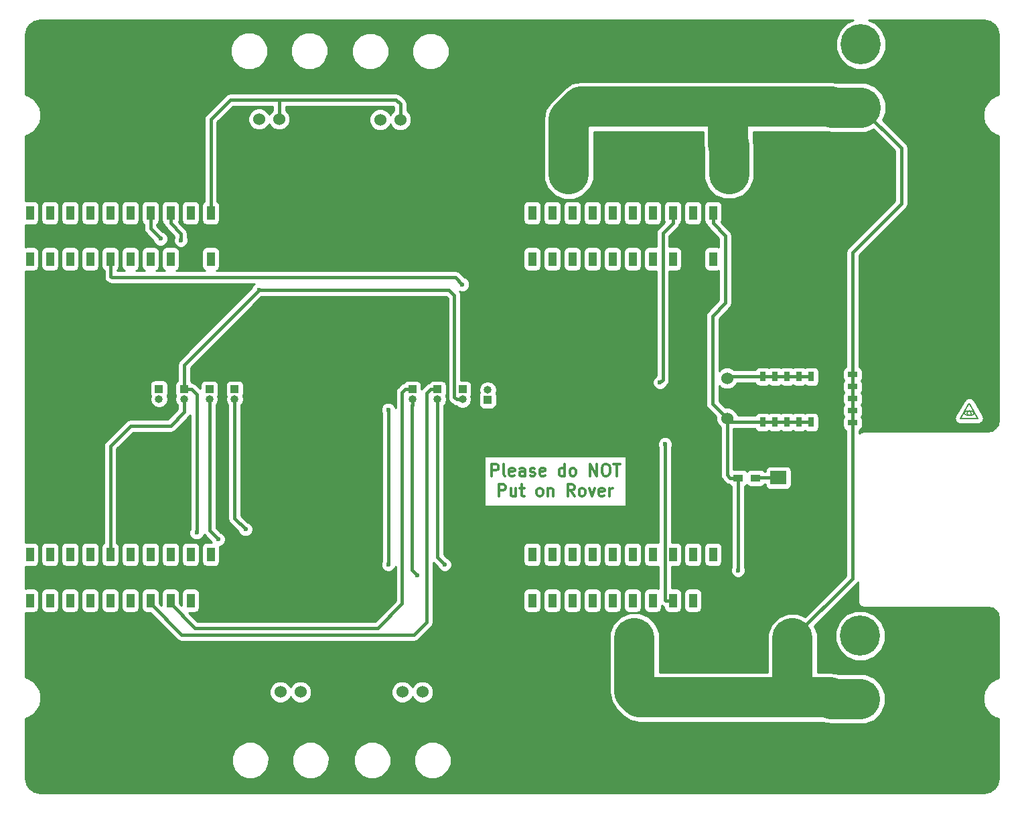
<source format=gbr>
G04 #@! TF.FileFunction,Copper,L1,Top,Signal*
%FSLAX46Y46*%
G04 Gerber Fmt 4.6, Leading zero omitted, Abs format (unit mm)*
G04 Created by KiCad (PCBNEW 4.0.7) date 04/15/18 20:15:51*
%MOMM*%
%LPD*%
G01*
G04 APERTURE LIST*
%ADD10C,0.100000*%
%ADD11C,0.300000*%
%ADD12C,0.150000*%
%ADD13C,5.080000*%
%ADD14R,1.200000X0.750000*%
%ADD15R,0.750000X1.200000*%
%ADD16R,2.000000X1.700000*%
%ADD17R,1.000000X1.000000*%
%ADD18O,1.000000X1.000000*%
%ADD19R,1.200000X0.900000*%
%ADD20C,1.524000*%
%ADD21R,0.990600X1.778000*%
%ADD22C,0.600000*%
%ADD23C,5.080000*%
%ADD24C,0.406400*%
%ADD25C,0.250000*%
%ADD26C,0.254000*%
G04 APERTURE END LIST*
D10*
D11*
X177369200Y-94958371D02*
X177369200Y-93458371D01*
X177940628Y-93458371D01*
X178083486Y-93529800D01*
X178154914Y-93601229D01*
X178226343Y-93744086D01*
X178226343Y-93958371D01*
X178154914Y-94101229D01*
X178083486Y-94172657D01*
X177940628Y-94244086D01*
X177369200Y-94244086D01*
X179083486Y-94958371D02*
X178940628Y-94886943D01*
X178869200Y-94744086D01*
X178869200Y-93458371D01*
X180226342Y-94886943D02*
X180083485Y-94958371D01*
X179797771Y-94958371D01*
X179654914Y-94886943D01*
X179583485Y-94744086D01*
X179583485Y-94172657D01*
X179654914Y-94029800D01*
X179797771Y-93958371D01*
X180083485Y-93958371D01*
X180226342Y-94029800D01*
X180297771Y-94172657D01*
X180297771Y-94315514D01*
X179583485Y-94458371D01*
X181583485Y-94958371D02*
X181583485Y-94172657D01*
X181512056Y-94029800D01*
X181369199Y-93958371D01*
X181083485Y-93958371D01*
X180940628Y-94029800D01*
X181583485Y-94886943D02*
X181440628Y-94958371D01*
X181083485Y-94958371D01*
X180940628Y-94886943D01*
X180869199Y-94744086D01*
X180869199Y-94601229D01*
X180940628Y-94458371D01*
X181083485Y-94386943D01*
X181440628Y-94386943D01*
X181583485Y-94315514D01*
X182226342Y-94886943D02*
X182369199Y-94958371D01*
X182654914Y-94958371D01*
X182797771Y-94886943D01*
X182869199Y-94744086D01*
X182869199Y-94672657D01*
X182797771Y-94529800D01*
X182654914Y-94458371D01*
X182440628Y-94458371D01*
X182297771Y-94386943D01*
X182226342Y-94244086D01*
X182226342Y-94172657D01*
X182297771Y-94029800D01*
X182440628Y-93958371D01*
X182654914Y-93958371D01*
X182797771Y-94029800D01*
X184083485Y-94886943D02*
X183940628Y-94958371D01*
X183654914Y-94958371D01*
X183512057Y-94886943D01*
X183440628Y-94744086D01*
X183440628Y-94172657D01*
X183512057Y-94029800D01*
X183654914Y-93958371D01*
X183940628Y-93958371D01*
X184083485Y-94029800D01*
X184154914Y-94172657D01*
X184154914Y-94315514D01*
X183440628Y-94458371D01*
X186583485Y-94958371D02*
X186583485Y-93458371D01*
X186583485Y-94886943D02*
X186440628Y-94958371D01*
X186154914Y-94958371D01*
X186012056Y-94886943D01*
X185940628Y-94815514D01*
X185869199Y-94672657D01*
X185869199Y-94244086D01*
X185940628Y-94101229D01*
X186012056Y-94029800D01*
X186154914Y-93958371D01*
X186440628Y-93958371D01*
X186583485Y-94029800D01*
X187512057Y-94958371D02*
X187369199Y-94886943D01*
X187297771Y-94815514D01*
X187226342Y-94672657D01*
X187226342Y-94244086D01*
X187297771Y-94101229D01*
X187369199Y-94029800D01*
X187512057Y-93958371D01*
X187726342Y-93958371D01*
X187869199Y-94029800D01*
X187940628Y-94101229D01*
X188012057Y-94244086D01*
X188012057Y-94672657D01*
X187940628Y-94815514D01*
X187869199Y-94886943D01*
X187726342Y-94958371D01*
X187512057Y-94958371D01*
X189797771Y-94958371D02*
X189797771Y-93458371D01*
X190654914Y-94958371D01*
X190654914Y-93458371D01*
X191654914Y-93458371D02*
X191940628Y-93458371D01*
X192083486Y-93529800D01*
X192226343Y-93672657D01*
X192297771Y-93958371D01*
X192297771Y-94458371D01*
X192226343Y-94744086D01*
X192083486Y-94886943D01*
X191940628Y-94958371D01*
X191654914Y-94958371D01*
X191512057Y-94886943D01*
X191369200Y-94744086D01*
X191297771Y-94458371D01*
X191297771Y-93958371D01*
X191369200Y-93672657D01*
X191512057Y-93529800D01*
X191654914Y-93458371D01*
X192726343Y-93458371D02*
X193583486Y-93458371D01*
X193154915Y-94958371D02*
X193154915Y-93458371D01*
X178262058Y-97508371D02*
X178262058Y-96008371D01*
X178833486Y-96008371D01*
X178976344Y-96079800D01*
X179047772Y-96151229D01*
X179119201Y-96294086D01*
X179119201Y-96508371D01*
X179047772Y-96651229D01*
X178976344Y-96722657D01*
X178833486Y-96794086D01*
X178262058Y-96794086D01*
X180404915Y-96508371D02*
X180404915Y-97508371D01*
X179762058Y-96508371D02*
X179762058Y-97294086D01*
X179833486Y-97436943D01*
X179976344Y-97508371D01*
X180190629Y-97508371D01*
X180333486Y-97436943D01*
X180404915Y-97365514D01*
X180904915Y-96508371D02*
X181476344Y-96508371D01*
X181119201Y-96008371D02*
X181119201Y-97294086D01*
X181190629Y-97436943D01*
X181333487Y-97508371D01*
X181476344Y-97508371D01*
X183333487Y-97508371D02*
X183190629Y-97436943D01*
X183119201Y-97365514D01*
X183047772Y-97222657D01*
X183047772Y-96794086D01*
X183119201Y-96651229D01*
X183190629Y-96579800D01*
X183333487Y-96508371D01*
X183547772Y-96508371D01*
X183690629Y-96579800D01*
X183762058Y-96651229D01*
X183833487Y-96794086D01*
X183833487Y-97222657D01*
X183762058Y-97365514D01*
X183690629Y-97436943D01*
X183547772Y-97508371D01*
X183333487Y-97508371D01*
X184476344Y-96508371D02*
X184476344Y-97508371D01*
X184476344Y-96651229D02*
X184547772Y-96579800D01*
X184690630Y-96508371D01*
X184904915Y-96508371D01*
X185047772Y-96579800D01*
X185119201Y-96722657D01*
X185119201Y-97508371D01*
X187833487Y-97508371D02*
X187333487Y-96794086D01*
X186976344Y-97508371D02*
X186976344Y-96008371D01*
X187547772Y-96008371D01*
X187690630Y-96079800D01*
X187762058Y-96151229D01*
X187833487Y-96294086D01*
X187833487Y-96508371D01*
X187762058Y-96651229D01*
X187690630Y-96722657D01*
X187547772Y-96794086D01*
X186976344Y-96794086D01*
X188690630Y-97508371D02*
X188547772Y-97436943D01*
X188476344Y-97365514D01*
X188404915Y-97222657D01*
X188404915Y-96794086D01*
X188476344Y-96651229D01*
X188547772Y-96579800D01*
X188690630Y-96508371D01*
X188904915Y-96508371D01*
X189047772Y-96579800D01*
X189119201Y-96651229D01*
X189190630Y-96794086D01*
X189190630Y-97222657D01*
X189119201Y-97365514D01*
X189047772Y-97436943D01*
X188904915Y-97508371D01*
X188690630Y-97508371D01*
X189690630Y-96508371D02*
X190047773Y-97508371D01*
X190404915Y-96508371D01*
X191547772Y-97436943D02*
X191404915Y-97508371D01*
X191119201Y-97508371D01*
X190976344Y-97436943D01*
X190904915Y-97294086D01*
X190904915Y-96722657D01*
X190976344Y-96579800D01*
X191119201Y-96508371D01*
X191404915Y-96508371D01*
X191547772Y-96579800D01*
X191619201Y-96722657D01*
X191619201Y-96865514D01*
X190904915Y-97008371D01*
X192262058Y-97508371D02*
X192262058Y-96508371D01*
X192262058Y-96794086D02*
X192333486Y-96651229D01*
X192404915Y-96579800D01*
X192547772Y-96508371D01*
X192690629Y-96508371D01*
D12*
X237047720Y-87044967D02*
G75*
G03X238445040Y-87030560I691200J730687D01*
G01*
X238454317Y-87039787D02*
G75*
G03X236992160Y-87040720I-730637J-691813D01*
G01*
X237979021Y-87040720D02*
G75*
G03X237979021Y-87040720I-260421J0D01*
G01*
X238841280Y-87680800D02*
X236601000Y-87701120D01*
X237744000Y-85745320D02*
X238841280Y-87680800D01*
X236590840Y-87711280D02*
X237744000Y-85745320D01*
D13*
X224028000Y-40388000D03*
X224028000Y-48387000D03*
X224028000Y-56388000D03*
X207364600Y-56794400D03*
X215365600Y-56794400D03*
D14*
X222986600Y-86715600D03*
X224886600Y-86715600D03*
D15*
X214680800Y-82402600D03*
X214680800Y-84302600D03*
X213156800Y-88163400D03*
X213156800Y-86263400D03*
D14*
X222986600Y-82143600D03*
X224886600Y-82143600D03*
D15*
X216204800Y-82402600D03*
X216204800Y-84302600D03*
X217728800Y-88163400D03*
X217728800Y-86263400D03*
D14*
X222986600Y-85191600D03*
X224886600Y-85191600D03*
D15*
X213156800Y-82402600D03*
X213156800Y-84302600D03*
X216204800Y-88163400D03*
X216204800Y-86263400D03*
D14*
X222986600Y-83667600D03*
X224886600Y-83667600D03*
D15*
X217728800Y-82402600D03*
X217728800Y-84302600D03*
X214680800Y-88163400D03*
X214680800Y-86263400D03*
D14*
X222986600Y-88239600D03*
X224886600Y-88239600D03*
D15*
X211632800Y-82402600D03*
X211632800Y-84302600D03*
X211632800Y-88163400D03*
X211632800Y-86263400D03*
D13*
X195403200Y-115468400D03*
X187402200Y-115468400D03*
X187096400Y-56819800D03*
X195097400Y-56819800D03*
X215393000Y-115519200D03*
X207392000Y-115519200D03*
D16*
X217614000Y-95199200D03*
X213614000Y-95199200D03*
D17*
X144856200Y-83997800D03*
D18*
X144856200Y-85267800D03*
D17*
X141681200Y-83997800D03*
D18*
X141681200Y-85267800D03*
D17*
X176860200Y-85344000D03*
D18*
X176860200Y-84074000D03*
D17*
X173685200Y-84023200D03*
D18*
X173685200Y-85293200D03*
D17*
X138480800Y-83972400D03*
D18*
X138480800Y-85242400D03*
D17*
X135305800Y-83972400D03*
D18*
X135305800Y-85242400D03*
D17*
X170510200Y-84023200D03*
D18*
X170510200Y-85293200D03*
D17*
X167335200Y-84023200D03*
D18*
X167335200Y-85293200D03*
D19*
X210708600Y-95224600D03*
X208508600Y-95224600D03*
D20*
X153187400Y-122275600D03*
X150647400Y-122275600D03*
X148107400Y-122275600D03*
X163271200Y-49911000D03*
X165811200Y-49911000D03*
X168351200Y-49911000D03*
X147955000Y-49860200D03*
X150495000Y-49860200D03*
X153035000Y-49860200D03*
X168605200Y-122275600D03*
X166065200Y-122275600D03*
X163525200Y-122275600D03*
X207111600Y-82626200D03*
X207111600Y-85166200D03*
X207111600Y-87706200D03*
D21*
X141833600Y-61709300D03*
X118973600Y-110705900D03*
X121513600Y-110705900D03*
X129133600Y-110705900D03*
X131673600Y-67525900D03*
X126593600Y-110705900D03*
X124053600Y-110705900D03*
X126593600Y-61709300D03*
X121513600Y-67525900D03*
X131673600Y-110705900D03*
X134213600Y-110705900D03*
X121513600Y-61709300D03*
X126593600Y-67525900D03*
X129133600Y-67525900D03*
X141833600Y-67525900D03*
X139293600Y-67525900D03*
X136753600Y-67525900D03*
X134213600Y-67525900D03*
X124053600Y-67525900D03*
X118973600Y-67525900D03*
X139293600Y-61709300D03*
X136753600Y-61709300D03*
X134213600Y-61709300D03*
X131673600Y-61709300D03*
X129133600Y-61709300D03*
X124053600Y-61709300D03*
X118973600Y-61709300D03*
X141833600Y-104889300D03*
X139293600Y-104889300D03*
X136753600Y-104889300D03*
X134213600Y-104889300D03*
X131673600Y-104889300D03*
X129133600Y-104889300D03*
X126593600Y-104889300D03*
X124053600Y-104889300D03*
X121513600Y-104889300D03*
X118973600Y-104889300D03*
X141833600Y-110705900D03*
X139293600Y-110705900D03*
X136753600Y-110705900D03*
X205333600Y-67525900D03*
X202793600Y-67525900D03*
X200253600Y-67525900D03*
X197713600Y-67525900D03*
X195173600Y-67525900D03*
X192633600Y-67525900D03*
X190093600Y-67525900D03*
X187553600Y-67525900D03*
X185013600Y-67525900D03*
X182473600Y-67525900D03*
X205333600Y-61709300D03*
X202793600Y-61709300D03*
X200253600Y-61709300D03*
X197713600Y-61709300D03*
X195173600Y-61709300D03*
X192633600Y-61709300D03*
X190093600Y-61709300D03*
X187553600Y-61709300D03*
X185013600Y-61709300D03*
X182473600Y-61709300D03*
X205333600Y-104889300D03*
X202793600Y-104889300D03*
X200253600Y-104889300D03*
X197713600Y-104889300D03*
X195173600Y-104889300D03*
X192633600Y-104889300D03*
X190093600Y-104889300D03*
X187553600Y-104889300D03*
X185013600Y-104889300D03*
X182473600Y-104889300D03*
X205333600Y-110705900D03*
X202793600Y-110705900D03*
X200253600Y-110705900D03*
X197713600Y-110705900D03*
X195173600Y-110705900D03*
X192633600Y-110705900D03*
X190093600Y-110705900D03*
X187553600Y-110705900D03*
X185013600Y-110705900D03*
X182473600Y-110705900D03*
D13*
X223951800Y-115164600D03*
X223951800Y-123163600D03*
X223951800Y-131164600D03*
D22*
X185013600Y-103200200D03*
X145084800Y-110642400D03*
X208508600Y-106934000D03*
X138074400Y-65176400D03*
X146253200Y-101701600D03*
X135483600Y-64973200D03*
X142773400Y-102971600D03*
X164287200Y-86588600D03*
X164287200Y-106172000D03*
X198628000Y-83134200D03*
X173659800Y-70739000D03*
X140055600Y-102133400D03*
X147955000Y-71424800D03*
X199288400Y-90906600D03*
X171424600Y-106172000D03*
X167970200Y-107518200D03*
D23*
X220132098Y-122936000D02*
X215392000Y-122936000D01*
X215392000Y-122936000D02*
X196088000Y-122936000D01*
X215393000Y-115519200D02*
X215393000Y-119111302D01*
X215392000Y-119112302D02*
X215392000Y-122936000D01*
X215393000Y-119111302D02*
X215392000Y-119112302D01*
X196088000Y-122936000D02*
X195403200Y-122251200D01*
X195403200Y-122251200D02*
X195403200Y-115468400D01*
X223951800Y-123163600D02*
X220359698Y-123163600D01*
X220359698Y-123163600D02*
X220132098Y-122936000D01*
X220308898Y-48260000D02*
X207264000Y-48260000D01*
X207264000Y-48260000D02*
X188722000Y-48260000D01*
X207364600Y-56794400D02*
X207364600Y-53202298D01*
X207264000Y-53101698D02*
X207264000Y-48260000D01*
X207364600Y-53202298D02*
X207264000Y-53101698D01*
X188722000Y-48260000D02*
X187096400Y-49885600D01*
X187096400Y-49885600D02*
X187096400Y-56819800D01*
X224028000Y-48387000D02*
X220435898Y-48387000D01*
X220435898Y-48387000D02*
X220308898Y-48260000D01*
D24*
X222986600Y-82143600D02*
X222986600Y-66675000D01*
X222986600Y-66675000D02*
X229158800Y-60502800D01*
X229158800Y-60502800D02*
X229158800Y-53517800D01*
X229158800Y-53517800D02*
X224028000Y-48387000D01*
X226567999Y-50926999D02*
X224028000Y-48387000D01*
X222986600Y-88239600D02*
X222986600Y-107925600D01*
X222986600Y-107925600D02*
X215393000Y-115519200D01*
X222986600Y-86715600D02*
X222986600Y-88239600D01*
X222986600Y-85191600D02*
X222986600Y-86715600D01*
X222986600Y-83667600D02*
X222986600Y-85191600D01*
X222986600Y-82143600D02*
X222986600Y-83667600D01*
D25*
X222986600Y-82143600D02*
X223211600Y-82143600D01*
D24*
X141833600Y-110705900D02*
X145021300Y-110705900D01*
X145021300Y-110705900D02*
X145084800Y-110642400D01*
X211632800Y-82402600D02*
X207335200Y-82402600D01*
X207335200Y-82402600D02*
X207111600Y-82626200D01*
X213156800Y-82402600D02*
X211632800Y-82402600D01*
X214680800Y-82402600D02*
X213156800Y-82402600D01*
X216204800Y-82402600D02*
X214680800Y-82402600D01*
X217728800Y-82402600D02*
X216204800Y-82402600D01*
X206908400Y-73075800D02*
X206908400Y-64579500D01*
X206908400Y-64579500D02*
X205333600Y-63004700D01*
X205333600Y-63004700D02*
X205333600Y-61709300D01*
X205257400Y-74726800D02*
X206908400Y-73075800D01*
X205257400Y-85852000D02*
X205257400Y-74726800D01*
X207111600Y-87706200D02*
X205257400Y-85852000D01*
X208508600Y-106934000D02*
X208508600Y-106509736D01*
X208508600Y-106509736D02*
X208508600Y-95224600D01*
X144297400Y-47421800D02*
X150469600Y-47421800D01*
X150469600Y-47421800D02*
X165277800Y-47421800D01*
X150495000Y-49860200D02*
X150495000Y-47447200D01*
X150495000Y-47447200D02*
X150469600Y-47421800D01*
X141833600Y-61709300D02*
X141833600Y-49885600D01*
X141833600Y-49885600D02*
X144297400Y-47421800D01*
X165277800Y-47421800D02*
X165811200Y-47955200D01*
X165811200Y-47955200D02*
X165811200Y-49911000D01*
X208508600Y-95224600D02*
X207502200Y-95224600D01*
X207111600Y-88783830D02*
X207111600Y-87706200D01*
X207502200Y-95224600D02*
X207111600Y-94834000D01*
X207111600Y-94834000D02*
X207111600Y-88783830D01*
X211632800Y-88163400D02*
X207568800Y-88163400D01*
X207568800Y-88163400D02*
X207111600Y-87706200D01*
X213156800Y-88163400D02*
X211632800Y-88163400D01*
X214680800Y-88163400D02*
X213156800Y-88163400D01*
X216204800Y-88163400D02*
X214680800Y-88163400D01*
X217728800Y-88163400D02*
X216204800Y-88163400D01*
X213614000Y-95199200D02*
X210734000Y-95199200D01*
X210734000Y-95199200D02*
X210708600Y-95224600D01*
X138049000Y-64300100D02*
X138049000Y-65151000D01*
X138049000Y-65151000D02*
X138074400Y-65176400D01*
X136753600Y-61709300D02*
X136753600Y-63004700D01*
X136753600Y-63004700D02*
X138049000Y-64300100D01*
X144856200Y-85267800D02*
X144856200Y-100304600D01*
X144856200Y-100304600D02*
X146253200Y-101701600D01*
X134213600Y-61709300D02*
X134213600Y-63703200D01*
X134213600Y-63703200D02*
X135483600Y-64973200D01*
X141681200Y-85267800D02*
X141681200Y-101879400D01*
X141681200Y-101879400D02*
X142773400Y-102971600D01*
X164287200Y-106172000D02*
X164287200Y-86588600D01*
X198983600Y-64287400D02*
X198983600Y-82778600D01*
X198983600Y-82778600D02*
X198628000Y-83134200D01*
X199355099Y-63915901D02*
X198983600Y-64287400D01*
X199355099Y-63903201D02*
X199355099Y-63915901D01*
X200253600Y-63004700D02*
X200253600Y-61709300D01*
X199355099Y-63903201D02*
X200253600Y-63004700D01*
X129311400Y-69850000D02*
X172770800Y-69850000D01*
X172770800Y-69850000D02*
X173659800Y-70739000D01*
X129209800Y-69748400D02*
X129311400Y-69850000D01*
X129209800Y-67995800D02*
X129209800Y-69748400D01*
X129133600Y-67525900D02*
X129133600Y-67919600D01*
X129133600Y-67919600D02*
X129209800Y-67995800D01*
X140055600Y-84640800D02*
X140055600Y-102133400D01*
X138480800Y-83972400D02*
X139387200Y-83972400D01*
X139387200Y-83972400D02*
X140055600Y-84640800D01*
X172643800Y-72136000D02*
X172643800Y-84958906D01*
X172643800Y-84958906D02*
X172978094Y-85293200D01*
X172978094Y-85293200D02*
X173685200Y-85293200D01*
X171932600Y-71424800D02*
X172643800Y-72136000D01*
X147955000Y-71424800D02*
X171932600Y-71424800D01*
X138480800Y-83972400D02*
X138480800Y-80899000D01*
X138480800Y-80899000D02*
X147955000Y-71424800D01*
X131724400Y-88620600D02*
X129133600Y-91211400D01*
X129133600Y-91211400D02*
X129133600Y-104889300D01*
X136753600Y-88620600D02*
X131724400Y-88620600D01*
X138480800Y-86893400D02*
X136753600Y-88620600D01*
X138480800Y-85242400D02*
X138480800Y-86893400D01*
X199288400Y-90906600D02*
X199288400Y-110642400D01*
X199288400Y-110642400D02*
X199351900Y-110705900D01*
X199351900Y-110705900D02*
X200253600Y-110705900D01*
X170510200Y-85293200D02*
X170510200Y-105257600D01*
X170510200Y-105257600D02*
X171424600Y-106172000D01*
X162941000Y-114198400D02*
X139852400Y-114198400D01*
X139852400Y-114198400D02*
X136753600Y-111099600D01*
X136753600Y-111099600D02*
X136753600Y-110705900D01*
X166039800Y-111099600D02*
X162941000Y-114198400D01*
X166039800Y-84404200D02*
X166039800Y-111099600D01*
X166116000Y-84328000D02*
X166039800Y-84404200D01*
X166124000Y-84328000D02*
X166116000Y-84328000D01*
X167335200Y-84023200D02*
X166428800Y-84023200D01*
X166428800Y-84023200D02*
X166124000Y-84328000D01*
X167309800Y-86025706D02*
X167309800Y-106857800D01*
X167309800Y-106857800D02*
X167970200Y-107518200D01*
X167335200Y-85293200D02*
X167335200Y-86000306D01*
X167335200Y-86000306D02*
X167309800Y-86025706D01*
X134213600Y-110705900D02*
X134213600Y-111099600D01*
X134213600Y-111099600D02*
X138176000Y-115062000D01*
X138176000Y-115062000D02*
X167538400Y-115062000D01*
X167538400Y-115062000D02*
X169138600Y-113461800D01*
X169138600Y-113461800D02*
X169138600Y-84488400D01*
X169603800Y-84023200D02*
X170510200Y-84023200D01*
X169138600Y-84488400D02*
X169603800Y-84023200D01*
D26*
G36*
X222231857Y-37694796D02*
X221337935Y-38587159D01*
X220853552Y-39753683D01*
X220852450Y-41016776D01*
X221334796Y-42184143D01*
X222227159Y-43078065D01*
X223393683Y-43562448D01*
X224656776Y-43563550D01*
X225824143Y-43081204D01*
X226718065Y-42188841D01*
X227202448Y-41022317D01*
X227203550Y-39759224D01*
X226721204Y-38591857D01*
X225828841Y-37697935D01*
X225020301Y-37362200D01*
X239604469Y-37362200D01*
X240349949Y-37510485D01*
X240922649Y-37893151D01*
X241305315Y-38465851D01*
X241453600Y-39211331D01*
X241453600Y-46762917D01*
X241257193Y-46801985D01*
X241151179Y-46845898D01*
X241001251Y-46908000D01*
X240350264Y-47342977D01*
X240246042Y-47447200D01*
X240154377Y-47538864D01*
X239719400Y-48189851D01*
X239662270Y-48327776D01*
X239613385Y-48445793D01*
X239460642Y-49213686D01*
X239460643Y-49352200D01*
X239460642Y-49490714D01*
X239613385Y-50258607D01*
X239617682Y-50268980D01*
X239719400Y-50514549D01*
X240154377Y-51165536D01*
X240209128Y-51220286D01*
X240350264Y-51361423D01*
X241001251Y-51796400D01*
X241151179Y-51858502D01*
X241257193Y-51902415D01*
X241453600Y-51941483D01*
X241453600Y-87864869D01*
X241336252Y-88454822D01*
X241041679Y-88895682D01*
X240600823Y-89190251D01*
X240010874Y-89307600D01*
X224383600Y-89307600D01*
X224111895Y-89361646D01*
X223881554Y-89515554D01*
X223824800Y-89600493D01*
X223824800Y-89215907D01*
X224038041Y-89078690D01*
X224183031Y-88866490D01*
X224234040Y-88614600D01*
X224234040Y-87864600D01*
X224189762Y-87629283D01*
X224179776Y-87613764D01*
X235887569Y-87613764D01*
X235892587Y-87699341D01*
X235891029Y-87707560D01*
X235893867Y-87721181D01*
X235903784Y-87890317D01*
X236024598Y-88139614D01*
X236231617Y-88323700D01*
X236493324Y-88414551D01*
X236594419Y-88408624D01*
X236607440Y-88411091D01*
X238847719Y-88390771D01*
X238887700Y-88382441D01*
X238928424Y-88385431D01*
X239022210Y-88354414D01*
X239118923Y-88334263D01*
X239152671Y-88311268D01*
X239191441Y-88298446D01*
X239266215Y-88233902D01*
X239347859Y-88178272D01*
X239370240Y-88144109D01*
X239401149Y-88117429D01*
X239445535Y-88029178D01*
X239499671Y-87946544D01*
X239507274Y-87906425D01*
X239525624Y-87869940D01*
X239532858Y-87771417D01*
X239551251Y-87674360D01*
X239542921Y-87634380D01*
X239545911Y-87593655D01*
X239514894Y-87499868D01*
X239494743Y-87403157D01*
X239471749Y-87369410D01*
X239458926Y-87330638D01*
X238361646Y-85395158D01*
X238330817Y-85359442D01*
X238310242Y-85316987D01*
X238241094Y-85255499D01*
X238180629Y-85185450D01*
X238138479Y-85164251D01*
X238103223Y-85132900D01*
X238015811Y-85102555D01*
X237933140Y-85060976D01*
X237886084Y-85057521D01*
X237841516Y-85042049D01*
X237749140Y-85047465D01*
X237656856Y-85040689D01*
X237612065Y-85055502D01*
X237564962Y-85058264D01*
X237481690Y-85098620D01*
X237393838Y-85127674D01*
X237358121Y-85158504D01*
X237315666Y-85179079D01*
X237254179Y-85248226D01*
X237184130Y-85308691D01*
X237162931Y-85350841D01*
X237131580Y-85386097D01*
X235978420Y-87352057D01*
X235957259Y-87413014D01*
X235942609Y-87435376D01*
X235934330Y-87479063D01*
X235887569Y-87613764D01*
X224179776Y-87613764D01*
X224091457Y-87476513D01*
X224183031Y-87342490D01*
X224234040Y-87090600D01*
X224234040Y-86340600D01*
X224189762Y-86105283D01*
X224091457Y-85952513D01*
X224183031Y-85818490D01*
X224234040Y-85566600D01*
X224234040Y-84816600D01*
X224189762Y-84581283D01*
X224091457Y-84428513D01*
X224183031Y-84294490D01*
X224234040Y-84042600D01*
X224234040Y-83292600D01*
X224189762Y-83057283D01*
X224091457Y-82904513D01*
X224183031Y-82770490D01*
X224234040Y-82518600D01*
X224234040Y-81768600D01*
X224189762Y-81533283D01*
X224050690Y-81317159D01*
X223838490Y-81172169D01*
X223824800Y-81169397D01*
X223824800Y-67022194D01*
X229751497Y-61095497D01*
X229933196Y-60823566D01*
X229997000Y-60502800D01*
X229997000Y-53517800D01*
X229933196Y-53197035D01*
X229933196Y-53197034D01*
X229751497Y-52925103D01*
X226804963Y-49978569D01*
X227202448Y-49021317D01*
X227203550Y-47758224D01*
X226721204Y-46590857D01*
X225828841Y-45696935D01*
X224662317Y-45212552D01*
X223399224Y-45211450D01*
X223397893Y-45212000D01*
X220947371Y-45212000D01*
X220308898Y-45085000D01*
X188722000Y-45085000D01*
X187506980Y-45326682D01*
X186476936Y-46014936D01*
X184851336Y-47640536D01*
X184163082Y-48670580D01*
X183921400Y-49885600D01*
X183921400Y-56818176D01*
X183920850Y-57448576D01*
X184403196Y-58615943D01*
X185295559Y-59509865D01*
X186462083Y-59994248D01*
X187725176Y-59995350D01*
X188892543Y-59513004D01*
X189786465Y-58620641D01*
X190270848Y-57454117D01*
X190271950Y-56191024D01*
X190271400Y-56189693D01*
X190271400Y-51435000D01*
X204089000Y-51435000D01*
X204089000Y-53101698D01*
X204189600Y-53607449D01*
X204189600Y-56792776D01*
X204189050Y-57423176D01*
X204671396Y-58590543D01*
X205563759Y-59484465D01*
X206730283Y-59968848D01*
X207993376Y-59969950D01*
X209160743Y-59487604D01*
X210054665Y-58595241D01*
X210539048Y-57428717D01*
X210540150Y-56165624D01*
X210539600Y-56164293D01*
X210539600Y-53202298D01*
X210439000Y-52696547D01*
X210439000Y-51435000D01*
X219797425Y-51435000D01*
X220435898Y-51562000D01*
X224026376Y-51562000D01*
X224656776Y-51562550D01*
X225620113Y-51164507D01*
X228320600Y-53864994D01*
X228320600Y-60155606D01*
X222393903Y-66082303D01*
X222212204Y-66354234D01*
X222212204Y-66354235D01*
X222148400Y-66675000D01*
X222148400Y-81167293D01*
X221935159Y-81304510D01*
X221790169Y-81516710D01*
X221739160Y-81768600D01*
X221739160Y-82518600D01*
X221783438Y-82753917D01*
X221881743Y-82906687D01*
X221790169Y-83040710D01*
X221739160Y-83292600D01*
X221739160Y-84042600D01*
X221783438Y-84277917D01*
X221881743Y-84430687D01*
X221790169Y-84564710D01*
X221739160Y-84816600D01*
X221739160Y-85566600D01*
X221783438Y-85801917D01*
X221881743Y-85954687D01*
X221790169Y-86088710D01*
X221739160Y-86340600D01*
X221739160Y-87090600D01*
X221783438Y-87325917D01*
X221881743Y-87478687D01*
X221790169Y-87612710D01*
X221739160Y-87864600D01*
X221739160Y-88614600D01*
X221783438Y-88849917D01*
X221922510Y-89066041D01*
X222134710Y-89211031D01*
X222148400Y-89213803D01*
X222148400Y-107578406D01*
X216984569Y-112742237D01*
X216027317Y-112344752D01*
X214764224Y-112343650D01*
X213596857Y-112825996D01*
X212702935Y-113718359D01*
X212218552Y-114884883D01*
X212217450Y-116147976D01*
X212218000Y-116149307D01*
X212218000Y-119107275D01*
X212217000Y-119112302D01*
X212217000Y-119761000D01*
X198578200Y-119761000D01*
X198578200Y-115470024D01*
X198578750Y-114839624D01*
X198096404Y-113672257D01*
X197204041Y-112778335D01*
X196037517Y-112293952D01*
X194774424Y-112292850D01*
X193607057Y-112775196D01*
X192713135Y-113667559D01*
X192228752Y-114834083D01*
X192227650Y-116097176D01*
X192228200Y-116098507D01*
X192228200Y-122251200D01*
X192469882Y-123466220D01*
X193158136Y-124496264D01*
X193842936Y-125181064D01*
X194872980Y-125869318D01*
X196088000Y-126111000D01*
X219215473Y-126111000D01*
X220359698Y-126338600D01*
X223950176Y-126338600D01*
X224580576Y-126339150D01*
X225747943Y-125856804D01*
X226641865Y-124964441D01*
X227126248Y-123797917D01*
X227127350Y-122534824D01*
X226645004Y-121367457D01*
X225752641Y-120473535D01*
X224586117Y-119989152D01*
X223323024Y-119988050D01*
X223321693Y-119988600D01*
X221276323Y-119988600D01*
X220132098Y-119761000D01*
X218567000Y-119761000D01*
X218567000Y-119116329D01*
X218568000Y-119111302D01*
X218568000Y-115793376D01*
X220776250Y-115793376D01*
X221258596Y-116960743D01*
X222150959Y-117854665D01*
X223317483Y-118339048D01*
X224580576Y-118340150D01*
X225747943Y-117857804D01*
X226641865Y-116965441D01*
X227126248Y-115798917D01*
X227127350Y-114535824D01*
X226645004Y-113368457D01*
X225752641Y-112474535D01*
X224586117Y-111990152D01*
X223323024Y-111989050D01*
X222155657Y-112471396D01*
X221261735Y-113363759D01*
X220777352Y-114530283D01*
X220776250Y-115793376D01*
X218568000Y-115793376D01*
X218568000Y-115520824D01*
X218568550Y-114890424D01*
X218170507Y-113927087D01*
X223579297Y-108518297D01*
X223673600Y-108377163D01*
X223673600Y-110871000D01*
X223727646Y-111142705D01*
X223881554Y-111373046D01*
X224111895Y-111526954D01*
X224383600Y-111581000D01*
X240087069Y-111581000D01*
X240647865Y-111692549D01*
X241063998Y-111970602D01*
X241342051Y-112386735D01*
X241453600Y-112947531D01*
X241453600Y-120499117D01*
X241257193Y-120538185D01*
X241185214Y-120568000D01*
X241001251Y-120644200D01*
X240350264Y-121079177D01*
X240230578Y-121198864D01*
X240154377Y-121275064D01*
X239719400Y-121926051D01*
X239689209Y-121998939D01*
X239613385Y-122181993D01*
X239460642Y-122949886D01*
X239460643Y-123088400D01*
X239460642Y-123226914D01*
X239613385Y-123994807D01*
X239657298Y-124100821D01*
X239719400Y-124250749D01*
X240154377Y-124901736D01*
X240209128Y-124956486D01*
X240350264Y-125097623D01*
X241001251Y-125532600D01*
X241151179Y-125594702D01*
X241257193Y-125638615D01*
X241451776Y-125677320D01*
X241428418Y-133151973D01*
X241279915Y-133898549D01*
X240897249Y-134471249D01*
X240324549Y-134853915D01*
X239579069Y-135002200D01*
X120262731Y-135002200D01*
X119517251Y-134853915D01*
X118944551Y-134471249D01*
X118561885Y-133898549D01*
X118413600Y-133153069D01*
X118413600Y-131378973D01*
X144476991Y-131378973D01*
X144835523Y-132246686D01*
X145498822Y-132911144D01*
X146365908Y-133271189D01*
X147304773Y-133272009D01*
X148172486Y-132913477D01*
X148836944Y-132250178D01*
X149196989Y-131383092D01*
X149196992Y-131378973D01*
X152096991Y-131378973D01*
X152455523Y-132246686D01*
X153118822Y-132911144D01*
X153985908Y-133271189D01*
X154924773Y-133272009D01*
X155792486Y-132913477D01*
X156456944Y-132250178D01*
X156816989Y-131383092D01*
X156816992Y-131378973D01*
X159894791Y-131378973D01*
X160253323Y-132246686D01*
X160916622Y-132911144D01*
X161783708Y-133271189D01*
X162722573Y-133272009D01*
X163590286Y-132913477D01*
X164254744Y-132250178D01*
X164614789Y-131383092D01*
X164614792Y-131378973D01*
X167514791Y-131378973D01*
X167873323Y-132246686D01*
X168536622Y-132911144D01*
X169403708Y-133271189D01*
X170342573Y-133272009D01*
X171210286Y-132913477D01*
X171874744Y-132250178D01*
X172234789Y-131383092D01*
X172235609Y-130444227D01*
X171877077Y-129576514D01*
X171213778Y-128912056D01*
X170346692Y-128552011D01*
X169407827Y-128551191D01*
X168540114Y-128909723D01*
X167875656Y-129573022D01*
X167515611Y-130440108D01*
X167514791Y-131378973D01*
X164614792Y-131378973D01*
X164615609Y-130444227D01*
X164257077Y-129576514D01*
X163593778Y-128912056D01*
X162726692Y-128552011D01*
X161787827Y-128551191D01*
X160920114Y-128909723D01*
X160255656Y-129573022D01*
X159895611Y-130440108D01*
X159894791Y-131378973D01*
X156816992Y-131378973D01*
X156817809Y-130444227D01*
X156459277Y-129576514D01*
X155795978Y-128912056D01*
X154928892Y-128552011D01*
X153990027Y-128551191D01*
X153122314Y-128909723D01*
X152457856Y-129573022D01*
X152097811Y-130440108D01*
X152096991Y-131378973D01*
X149196992Y-131378973D01*
X149197809Y-130444227D01*
X148839277Y-129576514D01*
X148175978Y-128912056D01*
X147308892Y-128552011D01*
X146370027Y-128551191D01*
X145502314Y-128909723D01*
X144837856Y-129573022D01*
X144477811Y-130440108D01*
X144476991Y-131378973D01*
X118413600Y-131378973D01*
X118413600Y-125601483D01*
X118610007Y-125562415D01*
X118716021Y-125518502D01*
X118865949Y-125456400D01*
X119516936Y-125021423D01*
X119582231Y-124956127D01*
X119712823Y-124825536D01*
X120147800Y-124174549D01*
X120222251Y-123994808D01*
X120253815Y-123918607D01*
X120406558Y-123150714D01*
X120406558Y-122873686D01*
X120342623Y-122552261D01*
X149250158Y-122552261D01*
X149462390Y-123065903D01*
X149855030Y-123459229D01*
X150368300Y-123672357D01*
X150924061Y-123672842D01*
X151437703Y-123460610D01*
X151831029Y-123067970D01*
X151917349Y-122860088D01*
X152002390Y-123065903D01*
X152395030Y-123459229D01*
X152908300Y-123672357D01*
X153464061Y-123672842D01*
X153977703Y-123460610D01*
X154371029Y-123067970D01*
X154584157Y-122554700D01*
X154584159Y-122552261D01*
X164667958Y-122552261D01*
X164880190Y-123065903D01*
X165272830Y-123459229D01*
X165786100Y-123672357D01*
X166341861Y-123672842D01*
X166855503Y-123460610D01*
X167248829Y-123067970D01*
X167335149Y-122860088D01*
X167420190Y-123065903D01*
X167812830Y-123459229D01*
X168326100Y-123672357D01*
X168881861Y-123672842D01*
X169395503Y-123460610D01*
X169788829Y-123067970D01*
X170001957Y-122554700D01*
X170002442Y-121998939D01*
X169790210Y-121485297D01*
X169397570Y-121091971D01*
X168884300Y-120878843D01*
X168328539Y-120878358D01*
X167814897Y-121090590D01*
X167421571Y-121483230D01*
X167335251Y-121691112D01*
X167250210Y-121485297D01*
X166857570Y-121091971D01*
X166344300Y-120878843D01*
X165788539Y-120878358D01*
X165274897Y-121090590D01*
X164881571Y-121483230D01*
X164668443Y-121996500D01*
X164667958Y-122552261D01*
X154584159Y-122552261D01*
X154584642Y-121998939D01*
X154372410Y-121485297D01*
X153979770Y-121091971D01*
X153466500Y-120878843D01*
X152910739Y-120878358D01*
X152397097Y-121090590D01*
X152003771Y-121483230D01*
X151917451Y-121691112D01*
X151832410Y-121485297D01*
X151439770Y-121091971D01*
X150926500Y-120878843D01*
X150370739Y-120878358D01*
X149857097Y-121090590D01*
X149463771Y-121483230D01*
X149250643Y-121996500D01*
X149250158Y-122552261D01*
X120342623Y-122552261D01*
X120253815Y-122105793D01*
X120181372Y-121930901D01*
X120147800Y-121849851D01*
X119712823Y-121198864D01*
X119582231Y-121068273D01*
X119516936Y-121002977D01*
X118865949Y-120568000D01*
X118716021Y-120505898D01*
X118610007Y-120461985D01*
X118413600Y-120422917D01*
X118413600Y-112229238D01*
X118478300Y-112242340D01*
X119468900Y-112242340D01*
X119704217Y-112198062D01*
X119920341Y-112058990D01*
X120065331Y-111846790D01*
X120116340Y-111594900D01*
X120116340Y-109816900D01*
X120370860Y-109816900D01*
X120370860Y-111594900D01*
X120415138Y-111830217D01*
X120554210Y-112046341D01*
X120766410Y-112191331D01*
X121018300Y-112242340D01*
X122008900Y-112242340D01*
X122244217Y-112198062D01*
X122460341Y-112058990D01*
X122605331Y-111846790D01*
X122656340Y-111594900D01*
X122656340Y-109816900D01*
X122910860Y-109816900D01*
X122910860Y-111594900D01*
X122955138Y-111830217D01*
X123094210Y-112046341D01*
X123306410Y-112191331D01*
X123558300Y-112242340D01*
X124548900Y-112242340D01*
X124784217Y-112198062D01*
X125000341Y-112058990D01*
X125145331Y-111846790D01*
X125196340Y-111594900D01*
X125196340Y-109816900D01*
X125450860Y-109816900D01*
X125450860Y-111594900D01*
X125495138Y-111830217D01*
X125634210Y-112046341D01*
X125846410Y-112191331D01*
X126098300Y-112242340D01*
X127088900Y-112242340D01*
X127324217Y-112198062D01*
X127540341Y-112058990D01*
X127685331Y-111846790D01*
X127736340Y-111594900D01*
X127736340Y-109816900D01*
X127990860Y-109816900D01*
X127990860Y-111594900D01*
X128035138Y-111830217D01*
X128174210Y-112046341D01*
X128386410Y-112191331D01*
X128638300Y-112242340D01*
X129628900Y-112242340D01*
X129864217Y-112198062D01*
X130080341Y-112058990D01*
X130225331Y-111846790D01*
X130276340Y-111594900D01*
X130276340Y-109816900D01*
X130530860Y-109816900D01*
X130530860Y-111594900D01*
X130575138Y-111830217D01*
X130714210Y-112046341D01*
X130926410Y-112191331D01*
X131178300Y-112242340D01*
X132168900Y-112242340D01*
X132404217Y-112198062D01*
X132620341Y-112058990D01*
X132765331Y-111846790D01*
X132816340Y-111594900D01*
X132816340Y-109816900D01*
X133070860Y-109816900D01*
X133070860Y-111594900D01*
X133115138Y-111830217D01*
X133254210Y-112046341D01*
X133466410Y-112191331D01*
X133718300Y-112242340D01*
X134170946Y-112242340D01*
X137583303Y-115654697D01*
X137855235Y-115836396D01*
X138176000Y-115900200D01*
X167538400Y-115900200D01*
X167859166Y-115836396D01*
X168131097Y-115654697D01*
X169731297Y-114054497D01*
X169912996Y-113782565D01*
X169976800Y-113461800D01*
X169976800Y-109816900D01*
X181330860Y-109816900D01*
X181330860Y-111594900D01*
X181375138Y-111830217D01*
X181514210Y-112046341D01*
X181726410Y-112191331D01*
X181978300Y-112242340D01*
X182968900Y-112242340D01*
X183204217Y-112198062D01*
X183420341Y-112058990D01*
X183565331Y-111846790D01*
X183616340Y-111594900D01*
X183616340Y-109816900D01*
X183870860Y-109816900D01*
X183870860Y-111594900D01*
X183915138Y-111830217D01*
X184054210Y-112046341D01*
X184266410Y-112191331D01*
X184518300Y-112242340D01*
X185508900Y-112242340D01*
X185744217Y-112198062D01*
X185960341Y-112058990D01*
X186105331Y-111846790D01*
X186156340Y-111594900D01*
X186156340Y-109816900D01*
X186410860Y-109816900D01*
X186410860Y-111594900D01*
X186455138Y-111830217D01*
X186594210Y-112046341D01*
X186806410Y-112191331D01*
X187058300Y-112242340D01*
X188048900Y-112242340D01*
X188284217Y-112198062D01*
X188500341Y-112058990D01*
X188645331Y-111846790D01*
X188696340Y-111594900D01*
X188696340Y-109816900D01*
X188950860Y-109816900D01*
X188950860Y-111594900D01*
X188995138Y-111830217D01*
X189134210Y-112046341D01*
X189346410Y-112191331D01*
X189598300Y-112242340D01*
X190588900Y-112242340D01*
X190824217Y-112198062D01*
X191040341Y-112058990D01*
X191185331Y-111846790D01*
X191236340Y-111594900D01*
X191236340Y-109816900D01*
X191490860Y-109816900D01*
X191490860Y-111594900D01*
X191535138Y-111830217D01*
X191674210Y-112046341D01*
X191886410Y-112191331D01*
X192138300Y-112242340D01*
X193128900Y-112242340D01*
X193364217Y-112198062D01*
X193580341Y-112058990D01*
X193725331Y-111846790D01*
X193776340Y-111594900D01*
X193776340Y-109816900D01*
X194030860Y-109816900D01*
X194030860Y-111594900D01*
X194075138Y-111830217D01*
X194214210Y-112046341D01*
X194426410Y-112191331D01*
X194678300Y-112242340D01*
X195668900Y-112242340D01*
X195904217Y-112198062D01*
X196120341Y-112058990D01*
X196265331Y-111846790D01*
X196316340Y-111594900D01*
X196316340Y-109816900D01*
X196272062Y-109581583D01*
X196132990Y-109365459D01*
X195920790Y-109220469D01*
X195668900Y-109169460D01*
X194678300Y-109169460D01*
X194442983Y-109213738D01*
X194226859Y-109352810D01*
X194081869Y-109565010D01*
X194030860Y-109816900D01*
X193776340Y-109816900D01*
X193732062Y-109581583D01*
X193592990Y-109365459D01*
X193380790Y-109220469D01*
X193128900Y-109169460D01*
X192138300Y-109169460D01*
X191902983Y-109213738D01*
X191686859Y-109352810D01*
X191541869Y-109565010D01*
X191490860Y-109816900D01*
X191236340Y-109816900D01*
X191192062Y-109581583D01*
X191052990Y-109365459D01*
X190840790Y-109220469D01*
X190588900Y-109169460D01*
X189598300Y-109169460D01*
X189362983Y-109213738D01*
X189146859Y-109352810D01*
X189001869Y-109565010D01*
X188950860Y-109816900D01*
X188696340Y-109816900D01*
X188652062Y-109581583D01*
X188512990Y-109365459D01*
X188300790Y-109220469D01*
X188048900Y-109169460D01*
X187058300Y-109169460D01*
X186822983Y-109213738D01*
X186606859Y-109352810D01*
X186461869Y-109565010D01*
X186410860Y-109816900D01*
X186156340Y-109816900D01*
X186112062Y-109581583D01*
X185972990Y-109365459D01*
X185760790Y-109220469D01*
X185508900Y-109169460D01*
X184518300Y-109169460D01*
X184282983Y-109213738D01*
X184066859Y-109352810D01*
X183921869Y-109565010D01*
X183870860Y-109816900D01*
X183616340Y-109816900D01*
X183572062Y-109581583D01*
X183432990Y-109365459D01*
X183220790Y-109220469D01*
X182968900Y-109169460D01*
X181978300Y-109169460D01*
X181742983Y-109213738D01*
X181526859Y-109352810D01*
X181381869Y-109565010D01*
X181330860Y-109816900D01*
X169976800Y-109816900D01*
X169976800Y-105909594D01*
X170535252Y-106468046D01*
X170631483Y-106700943D01*
X170894273Y-106964192D01*
X171237801Y-107106838D01*
X171609767Y-107107162D01*
X171953543Y-106965117D01*
X172216792Y-106702327D01*
X172359438Y-106358799D01*
X172359762Y-105986833D01*
X172217717Y-105643057D01*
X171954927Y-105379808D01*
X171720430Y-105282436D01*
X171348400Y-104910406D01*
X171348400Y-104000300D01*
X181330860Y-104000300D01*
X181330860Y-105778300D01*
X181375138Y-106013617D01*
X181514210Y-106229741D01*
X181726410Y-106374731D01*
X181978300Y-106425740D01*
X182968900Y-106425740D01*
X183204217Y-106381462D01*
X183420341Y-106242390D01*
X183565331Y-106030190D01*
X183616340Y-105778300D01*
X183616340Y-104000300D01*
X183870860Y-104000300D01*
X183870860Y-105778300D01*
X183915138Y-106013617D01*
X184054210Y-106229741D01*
X184266410Y-106374731D01*
X184518300Y-106425740D01*
X185508900Y-106425740D01*
X185744217Y-106381462D01*
X185960341Y-106242390D01*
X186105331Y-106030190D01*
X186156340Y-105778300D01*
X186156340Y-104000300D01*
X186410860Y-104000300D01*
X186410860Y-105778300D01*
X186455138Y-106013617D01*
X186594210Y-106229741D01*
X186806410Y-106374731D01*
X187058300Y-106425740D01*
X188048900Y-106425740D01*
X188284217Y-106381462D01*
X188500341Y-106242390D01*
X188645331Y-106030190D01*
X188696340Y-105778300D01*
X188696340Y-104000300D01*
X188950860Y-104000300D01*
X188950860Y-105778300D01*
X188995138Y-106013617D01*
X189134210Y-106229741D01*
X189346410Y-106374731D01*
X189598300Y-106425740D01*
X190588900Y-106425740D01*
X190824217Y-106381462D01*
X191040341Y-106242390D01*
X191185331Y-106030190D01*
X191236340Y-105778300D01*
X191236340Y-104000300D01*
X191490860Y-104000300D01*
X191490860Y-105778300D01*
X191535138Y-106013617D01*
X191674210Y-106229741D01*
X191886410Y-106374731D01*
X192138300Y-106425740D01*
X193128900Y-106425740D01*
X193364217Y-106381462D01*
X193580341Y-106242390D01*
X193725331Y-106030190D01*
X193776340Y-105778300D01*
X193776340Y-104000300D01*
X194030860Y-104000300D01*
X194030860Y-105778300D01*
X194075138Y-106013617D01*
X194214210Y-106229741D01*
X194426410Y-106374731D01*
X194678300Y-106425740D01*
X195668900Y-106425740D01*
X195904217Y-106381462D01*
X196120341Y-106242390D01*
X196265331Y-106030190D01*
X196316340Y-105778300D01*
X196316340Y-104000300D01*
X196570860Y-104000300D01*
X196570860Y-105778300D01*
X196615138Y-106013617D01*
X196754210Y-106229741D01*
X196966410Y-106374731D01*
X197218300Y-106425740D01*
X198208900Y-106425740D01*
X198444217Y-106381462D01*
X198450200Y-106377612D01*
X198450200Y-109218324D01*
X198208900Y-109169460D01*
X197218300Y-109169460D01*
X196982983Y-109213738D01*
X196766859Y-109352810D01*
X196621869Y-109565010D01*
X196570860Y-109816900D01*
X196570860Y-111594900D01*
X196615138Y-111830217D01*
X196754210Y-112046341D01*
X196966410Y-112191331D01*
X197218300Y-112242340D01*
X198208900Y-112242340D01*
X198444217Y-112198062D01*
X198660341Y-112058990D01*
X198805331Y-111846790D01*
X198856340Y-111594900D01*
X198856340Y-111363502D01*
X199031135Y-111480296D01*
X199110860Y-111496154D01*
X199110860Y-111594900D01*
X199155138Y-111830217D01*
X199294210Y-112046341D01*
X199506410Y-112191331D01*
X199758300Y-112242340D01*
X200748900Y-112242340D01*
X200984217Y-112198062D01*
X201200341Y-112058990D01*
X201345331Y-111846790D01*
X201396340Y-111594900D01*
X201396340Y-109816900D01*
X201650860Y-109816900D01*
X201650860Y-111594900D01*
X201695138Y-111830217D01*
X201834210Y-112046341D01*
X202046410Y-112191331D01*
X202298300Y-112242340D01*
X203288900Y-112242340D01*
X203524217Y-112198062D01*
X203740341Y-112058990D01*
X203885331Y-111846790D01*
X203936340Y-111594900D01*
X203936340Y-109816900D01*
X203892062Y-109581583D01*
X203752990Y-109365459D01*
X203540790Y-109220469D01*
X203288900Y-109169460D01*
X202298300Y-109169460D01*
X202062983Y-109213738D01*
X201846859Y-109352810D01*
X201701869Y-109565010D01*
X201650860Y-109816900D01*
X201396340Y-109816900D01*
X201352062Y-109581583D01*
X201212990Y-109365459D01*
X201000790Y-109220469D01*
X200748900Y-109169460D01*
X200126600Y-109169460D01*
X200126600Y-106425740D01*
X200748900Y-106425740D01*
X200984217Y-106381462D01*
X201200341Y-106242390D01*
X201345331Y-106030190D01*
X201396340Y-105778300D01*
X201396340Y-104000300D01*
X201650860Y-104000300D01*
X201650860Y-105778300D01*
X201695138Y-106013617D01*
X201834210Y-106229741D01*
X202046410Y-106374731D01*
X202298300Y-106425740D01*
X203288900Y-106425740D01*
X203524217Y-106381462D01*
X203740341Y-106242390D01*
X203885331Y-106030190D01*
X203936340Y-105778300D01*
X203936340Y-104000300D01*
X204190860Y-104000300D01*
X204190860Y-105778300D01*
X204235138Y-106013617D01*
X204374210Y-106229741D01*
X204586410Y-106374731D01*
X204838300Y-106425740D01*
X205828900Y-106425740D01*
X206064217Y-106381462D01*
X206280341Y-106242390D01*
X206425331Y-106030190D01*
X206476340Y-105778300D01*
X206476340Y-104000300D01*
X206432062Y-103764983D01*
X206292990Y-103548859D01*
X206080790Y-103403869D01*
X205828900Y-103352860D01*
X204838300Y-103352860D01*
X204602983Y-103397138D01*
X204386859Y-103536210D01*
X204241869Y-103748410D01*
X204190860Y-104000300D01*
X203936340Y-104000300D01*
X203892062Y-103764983D01*
X203752990Y-103548859D01*
X203540790Y-103403869D01*
X203288900Y-103352860D01*
X202298300Y-103352860D01*
X202062983Y-103397138D01*
X201846859Y-103536210D01*
X201701869Y-103748410D01*
X201650860Y-104000300D01*
X201396340Y-104000300D01*
X201352062Y-103764983D01*
X201212990Y-103548859D01*
X201000790Y-103403869D01*
X200748900Y-103352860D01*
X200126600Y-103352860D01*
X200126600Y-91326128D01*
X200223238Y-91093399D01*
X200223562Y-90721433D01*
X200081517Y-90377657D01*
X199818727Y-90114408D01*
X199475199Y-89971762D01*
X199103233Y-89971438D01*
X198759457Y-90113483D01*
X198496208Y-90376273D01*
X198353562Y-90719801D01*
X198353238Y-91091767D01*
X198450200Y-91326434D01*
X198450200Y-103401724D01*
X198208900Y-103352860D01*
X197218300Y-103352860D01*
X196982983Y-103397138D01*
X196766859Y-103536210D01*
X196621869Y-103748410D01*
X196570860Y-104000300D01*
X196316340Y-104000300D01*
X196272062Y-103764983D01*
X196132990Y-103548859D01*
X195920790Y-103403869D01*
X195668900Y-103352860D01*
X194678300Y-103352860D01*
X194442983Y-103397138D01*
X194226859Y-103536210D01*
X194081869Y-103748410D01*
X194030860Y-104000300D01*
X193776340Y-104000300D01*
X193732062Y-103764983D01*
X193592990Y-103548859D01*
X193380790Y-103403869D01*
X193128900Y-103352860D01*
X192138300Y-103352860D01*
X191902983Y-103397138D01*
X191686859Y-103536210D01*
X191541869Y-103748410D01*
X191490860Y-104000300D01*
X191236340Y-104000300D01*
X191192062Y-103764983D01*
X191052990Y-103548859D01*
X190840790Y-103403869D01*
X190588900Y-103352860D01*
X189598300Y-103352860D01*
X189362983Y-103397138D01*
X189146859Y-103536210D01*
X189001869Y-103748410D01*
X188950860Y-104000300D01*
X188696340Y-104000300D01*
X188652062Y-103764983D01*
X188512990Y-103548859D01*
X188300790Y-103403869D01*
X188048900Y-103352860D01*
X187058300Y-103352860D01*
X186822983Y-103397138D01*
X186606859Y-103536210D01*
X186461869Y-103748410D01*
X186410860Y-104000300D01*
X186156340Y-104000300D01*
X186112062Y-103764983D01*
X185972990Y-103548859D01*
X185760790Y-103403869D01*
X185508900Y-103352860D01*
X184518300Y-103352860D01*
X184282983Y-103397138D01*
X184066859Y-103536210D01*
X183921869Y-103748410D01*
X183870860Y-104000300D01*
X183616340Y-104000300D01*
X183572062Y-103764983D01*
X183432990Y-103548859D01*
X183220790Y-103403869D01*
X182968900Y-103352860D01*
X181978300Y-103352860D01*
X181742983Y-103397138D01*
X181526859Y-103536210D01*
X181381869Y-103748410D01*
X181330860Y-104000300D01*
X171348400Y-104000300D01*
X171348400Y-92444800D01*
X176377057Y-92444800D01*
X176377057Y-98814800D01*
X194361343Y-98814800D01*
X194361343Y-92444800D01*
X176377057Y-92444800D01*
X171348400Y-92444800D01*
X171348400Y-86075714D01*
X171581039Y-85727546D01*
X171667436Y-85293200D01*
X171581039Y-84858854D01*
X171565395Y-84835441D01*
X171606631Y-84775090D01*
X171657640Y-84523200D01*
X171657640Y-83523200D01*
X171613362Y-83287883D01*
X171474290Y-83071759D01*
X171262090Y-82926769D01*
X171010200Y-82875760D01*
X170010200Y-82875760D01*
X169774883Y-82920038D01*
X169558759Y-83059110D01*
X169452128Y-83215169D01*
X169283034Y-83248804D01*
X169011103Y-83430503D01*
X168545903Y-83895703D01*
X168482640Y-83990383D01*
X168482640Y-83523200D01*
X168438362Y-83287883D01*
X168299290Y-83071759D01*
X168087090Y-82926769D01*
X167835200Y-82875760D01*
X166835200Y-82875760D01*
X166599883Y-82920038D01*
X166383759Y-83059110D01*
X166277128Y-83215169D01*
X166108034Y-83248804D01*
X165836103Y-83430503D01*
X165547412Y-83719194D01*
X165523303Y-83735303D01*
X165447103Y-83811503D01*
X165265404Y-84083434D01*
X165248352Y-84169160D01*
X165201600Y-84404200D01*
X165201600Y-86353185D01*
X165080317Y-86059657D01*
X164817527Y-85796408D01*
X164473999Y-85653762D01*
X164102033Y-85653438D01*
X163758257Y-85795483D01*
X163495008Y-86058273D01*
X163352362Y-86401801D01*
X163352038Y-86773767D01*
X163449000Y-87008434D01*
X163449000Y-105752472D01*
X163352362Y-105985201D01*
X163352038Y-106357167D01*
X163494083Y-106700943D01*
X163756873Y-106964192D01*
X164100401Y-107106838D01*
X164472367Y-107107162D01*
X164816143Y-106965117D01*
X165079392Y-106702327D01*
X165201600Y-106408019D01*
X165201600Y-110752406D01*
X162593806Y-113360200D01*
X140199594Y-113360200D01*
X139081734Y-112242340D01*
X139788900Y-112242340D01*
X140024217Y-112198062D01*
X140240341Y-112058990D01*
X140385331Y-111846790D01*
X140436340Y-111594900D01*
X140436340Y-109816900D01*
X140392062Y-109581583D01*
X140252990Y-109365459D01*
X140040790Y-109220469D01*
X139788900Y-109169460D01*
X138798300Y-109169460D01*
X138562983Y-109213738D01*
X138346859Y-109352810D01*
X138201869Y-109565010D01*
X138150860Y-109816900D01*
X138150860Y-111311466D01*
X137896340Y-111056946D01*
X137896340Y-109816900D01*
X137852062Y-109581583D01*
X137712990Y-109365459D01*
X137500790Y-109220469D01*
X137248900Y-109169460D01*
X136258300Y-109169460D01*
X136022983Y-109213738D01*
X135806859Y-109352810D01*
X135661869Y-109565010D01*
X135610860Y-109816900D01*
X135610860Y-111311466D01*
X135356340Y-111056946D01*
X135356340Y-109816900D01*
X135312062Y-109581583D01*
X135172990Y-109365459D01*
X134960790Y-109220469D01*
X134708900Y-109169460D01*
X133718300Y-109169460D01*
X133482983Y-109213738D01*
X133266859Y-109352810D01*
X133121869Y-109565010D01*
X133070860Y-109816900D01*
X132816340Y-109816900D01*
X132772062Y-109581583D01*
X132632990Y-109365459D01*
X132420790Y-109220469D01*
X132168900Y-109169460D01*
X131178300Y-109169460D01*
X130942983Y-109213738D01*
X130726859Y-109352810D01*
X130581869Y-109565010D01*
X130530860Y-109816900D01*
X130276340Y-109816900D01*
X130232062Y-109581583D01*
X130092990Y-109365459D01*
X129880790Y-109220469D01*
X129628900Y-109169460D01*
X128638300Y-109169460D01*
X128402983Y-109213738D01*
X128186859Y-109352810D01*
X128041869Y-109565010D01*
X127990860Y-109816900D01*
X127736340Y-109816900D01*
X127692062Y-109581583D01*
X127552990Y-109365459D01*
X127340790Y-109220469D01*
X127088900Y-109169460D01*
X126098300Y-109169460D01*
X125862983Y-109213738D01*
X125646859Y-109352810D01*
X125501869Y-109565010D01*
X125450860Y-109816900D01*
X125196340Y-109816900D01*
X125152062Y-109581583D01*
X125012990Y-109365459D01*
X124800790Y-109220469D01*
X124548900Y-109169460D01*
X123558300Y-109169460D01*
X123322983Y-109213738D01*
X123106859Y-109352810D01*
X122961869Y-109565010D01*
X122910860Y-109816900D01*
X122656340Y-109816900D01*
X122612062Y-109581583D01*
X122472990Y-109365459D01*
X122260790Y-109220469D01*
X122008900Y-109169460D01*
X121018300Y-109169460D01*
X120782983Y-109213738D01*
X120566859Y-109352810D01*
X120421869Y-109565010D01*
X120370860Y-109816900D01*
X120116340Y-109816900D01*
X120072062Y-109581583D01*
X119932990Y-109365459D01*
X119720790Y-109220469D01*
X119468900Y-109169460D01*
X118478300Y-109169460D01*
X118413600Y-109181634D01*
X118413600Y-106412638D01*
X118478300Y-106425740D01*
X119468900Y-106425740D01*
X119704217Y-106381462D01*
X119920341Y-106242390D01*
X120065331Y-106030190D01*
X120116340Y-105778300D01*
X120116340Y-104000300D01*
X120370860Y-104000300D01*
X120370860Y-105778300D01*
X120415138Y-106013617D01*
X120554210Y-106229741D01*
X120766410Y-106374731D01*
X121018300Y-106425740D01*
X122008900Y-106425740D01*
X122244217Y-106381462D01*
X122460341Y-106242390D01*
X122605331Y-106030190D01*
X122656340Y-105778300D01*
X122656340Y-104000300D01*
X122910860Y-104000300D01*
X122910860Y-105778300D01*
X122955138Y-106013617D01*
X123094210Y-106229741D01*
X123306410Y-106374731D01*
X123558300Y-106425740D01*
X124548900Y-106425740D01*
X124784217Y-106381462D01*
X125000341Y-106242390D01*
X125145331Y-106030190D01*
X125196340Y-105778300D01*
X125196340Y-104000300D01*
X125450860Y-104000300D01*
X125450860Y-105778300D01*
X125495138Y-106013617D01*
X125634210Y-106229741D01*
X125846410Y-106374731D01*
X126098300Y-106425740D01*
X127088900Y-106425740D01*
X127324217Y-106381462D01*
X127540341Y-106242390D01*
X127685331Y-106030190D01*
X127736340Y-105778300D01*
X127736340Y-104000300D01*
X127692062Y-103764983D01*
X127552990Y-103548859D01*
X127340790Y-103403869D01*
X127088900Y-103352860D01*
X126098300Y-103352860D01*
X125862983Y-103397138D01*
X125646859Y-103536210D01*
X125501869Y-103748410D01*
X125450860Y-104000300D01*
X125196340Y-104000300D01*
X125152062Y-103764983D01*
X125012990Y-103548859D01*
X124800790Y-103403869D01*
X124548900Y-103352860D01*
X123558300Y-103352860D01*
X123322983Y-103397138D01*
X123106859Y-103536210D01*
X122961869Y-103748410D01*
X122910860Y-104000300D01*
X122656340Y-104000300D01*
X122612062Y-103764983D01*
X122472990Y-103548859D01*
X122260790Y-103403869D01*
X122008900Y-103352860D01*
X121018300Y-103352860D01*
X120782983Y-103397138D01*
X120566859Y-103536210D01*
X120421869Y-103748410D01*
X120370860Y-104000300D01*
X120116340Y-104000300D01*
X120072062Y-103764983D01*
X119932990Y-103548859D01*
X119720790Y-103403869D01*
X119468900Y-103352860D01*
X118478300Y-103352860D01*
X118413600Y-103365034D01*
X118413600Y-85242400D01*
X134148564Y-85242400D01*
X134234961Y-85676746D01*
X134480998Y-86044966D01*
X134849218Y-86291003D01*
X135283564Y-86377400D01*
X135328036Y-86377400D01*
X135762382Y-86291003D01*
X136130602Y-86044966D01*
X136376639Y-85676746D01*
X136463036Y-85242400D01*
X136376639Y-84808054D01*
X136360995Y-84784641D01*
X136402231Y-84724290D01*
X136453240Y-84472400D01*
X136453240Y-83472400D01*
X136408962Y-83237083D01*
X136269890Y-83020959D01*
X136057690Y-82875969D01*
X135805800Y-82824960D01*
X134805800Y-82824960D01*
X134570483Y-82869238D01*
X134354359Y-83008310D01*
X134209369Y-83220510D01*
X134158360Y-83472400D01*
X134158360Y-84472400D01*
X134202638Y-84707717D01*
X134251386Y-84783473D01*
X134234961Y-84808054D01*
X134148564Y-85242400D01*
X118413600Y-85242400D01*
X118413600Y-69049238D01*
X118478300Y-69062340D01*
X119468900Y-69062340D01*
X119704217Y-69018062D01*
X119920341Y-68878990D01*
X120065331Y-68666790D01*
X120116340Y-68414900D01*
X120116340Y-66636900D01*
X120370860Y-66636900D01*
X120370860Y-68414900D01*
X120415138Y-68650217D01*
X120554210Y-68866341D01*
X120766410Y-69011331D01*
X121018300Y-69062340D01*
X122008900Y-69062340D01*
X122244217Y-69018062D01*
X122460341Y-68878990D01*
X122605331Y-68666790D01*
X122656340Y-68414900D01*
X122656340Y-66636900D01*
X122910860Y-66636900D01*
X122910860Y-68414900D01*
X122955138Y-68650217D01*
X123094210Y-68866341D01*
X123306410Y-69011331D01*
X123558300Y-69062340D01*
X124548900Y-69062340D01*
X124784217Y-69018062D01*
X125000341Y-68878990D01*
X125145331Y-68666790D01*
X125196340Y-68414900D01*
X125196340Y-66636900D01*
X125450860Y-66636900D01*
X125450860Y-68414900D01*
X125495138Y-68650217D01*
X125634210Y-68866341D01*
X125846410Y-69011331D01*
X126098300Y-69062340D01*
X127088900Y-69062340D01*
X127324217Y-69018062D01*
X127540341Y-68878990D01*
X127685331Y-68666790D01*
X127736340Y-68414900D01*
X127736340Y-66636900D01*
X127990860Y-66636900D01*
X127990860Y-68414900D01*
X128035138Y-68650217D01*
X128174210Y-68866341D01*
X128371600Y-69001212D01*
X128371600Y-69748400D01*
X128435404Y-70069166D01*
X128617103Y-70341097D01*
X128718703Y-70442697D01*
X128990634Y-70624396D01*
X129311400Y-70688200D01*
X147369441Y-70688200D01*
X147162808Y-70894473D01*
X147065436Y-71128970D01*
X137888103Y-80306303D01*
X137706404Y-80578234D01*
X137706404Y-80578235D01*
X137642600Y-80899000D01*
X137642600Y-82935441D01*
X137529359Y-83008310D01*
X137384369Y-83220510D01*
X137333360Y-83472400D01*
X137333360Y-84472400D01*
X137377638Y-84707717D01*
X137426386Y-84783473D01*
X137409961Y-84808054D01*
X137323564Y-85242400D01*
X137409961Y-85676746D01*
X137642600Y-86024914D01*
X137642600Y-86546206D01*
X136406406Y-87782400D01*
X131724400Y-87782400D01*
X131403635Y-87846204D01*
X131205246Y-87978763D01*
X131131703Y-88027903D01*
X128540903Y-90618703D01*
X128359204Y-90890634D01*
X128359204Y-90890635D01*
X128295400Y-91211400D01*
X128295400Y-103466366D01*
X128186859Y-103536210D01*
X128041869Y-103748410D01*
X127990860Y-104000300D01*
X127990860Y-105778300D01*
X128035138Y-106013617D01*
X128174210Y-106229741D01*
X128386410Y-106374731D01*
X128638300Y-106425740D01*
X129628900Y-106425740D01*
X129864217Y-106381462D01*
X130080341Y-106242390D01*
X130225331Y-106030190D01*
X130276340Y-105778300D01*
X130276340Y-104000300D01*
X130530860Y-104000300D01*
X130530860Y-105778300D01*
X130575138Y-106013617D01*
X130714210Y-106229741D01*
X130926410Y-106374731D01*
X131178300Y-106425740D01*
X132168900Y-106425740D01*
X132404217Y-106381462D01*
X132620341Y-106242390D01*
X132765331Y-106030190D01*
X132816340Y-105778300D01*
X132816340Y-104000300D01*
X133070860Y-104000300D01*
X133070860Y-105778300D01*
X133115138Y-106013617D01*
X133254210Y-106229741D01*
X133466410Y-106374731D01*
X133718300Y-106425740D01*
X134708900Y-106425740D01*
X134944217Y-106381462D01*
X135160341Y-106242390D01*
X135305331Y-106030190D01*
X135356340Y-105778300D01*
X135356340Y-104000300D01*
X135610860Y-104000300D01*
X135610860Y-105778300D01*
X135655138Y-106013617D01*
X135794210Y-106229741D01*
X136006410Y-106374731D01*
X136258300Y-106425740D01*
X137248900Y-106425740D01*
X137484217Y-106381462D01*
X137700341Y-106242390D01*
X137845331Y-106030190D01*
X137896340Y-105778300D01*
X137896340Y-104000300D01*
X138150860Y-104000300D01*
X138150860Y-105778300D01*
X138195138Y-106013617D01*
X138334210Y-106229741D01*
X138546410Y-106374731D01*
X138798300Y-106425740D01*
X139788900Y-106425740D01*
X140024217Y-106381462D01*
X140240341Y-106242390D01*
X140385331Y-106030190D01*
X140436340Y-105778300D01*
X140436340Y-104000300D01*
X140392062Y-103764983D01*
X140252990Y-103548859D01*
X140040790Y-103403869D01*
X139788900Y-103352860D01*
X138798300Y-103352860D01*
X138562983Y-103397138D01*
X138346859Y-103536210D01*
X138201869Y-103748410D01*
X138150860Y-104000300D01*
X137896340Y-104000300D01*
X137852062Y-103764983D01*
X137712990Y-103548859D01*
X137500790Y-103403869D01*
X137248900Y-103352860D01*
X136258300Y-103352860D01*
X136022983Y-103397138D01*
X135806859Y-103536210D01*
X135661869Y-103748410D01*
X135610860Y-104000300D01*
X135356340Y-104000300D01*
X135312062Y-103764983D01*
X135172990Y-103548859D01*
X134960790Y-103403869D01*
X134708900Y-103352860D01*
X133718300Y-103352860D01*
X133482983Y-103397138D01*
X133266859Y-103536210D01*
X133121869Y-103748410D01*
X133070860Y-104000300D01*
X132816340Y-104000300D01*
X132772062Y-103764983D01*
X132632990Y-103548859D01*
X132420790Y-103403869D01*
X132168900Y-103352860D01*
X131178300Y-103352860D01*
X130942983Y-103397138D01*
X130726859Y-103536210D01*
X130581869Y-103748410D01*
X130530860Y-104000300D01*
X130276340Y-104000300D01*
X130232062Y-103764983D01*
X130092990Y-103548859D01*
X129971800Y-103466053D01*
X129971800Y-91558594D01*
X132071594Y-89458800D01*
X136753600Y-89458800D01*
X137074366Y-89394996D01*
X137346297Y-89213297D01*
X139073497Y-87486097D01*
X139217400Y-87270731D01*
X139217400Y-101713872D01*
X139120762Y-101946601D01*
X139120438Y-102318567D01*
X139262483Y-102662343D01*
X139525273Y-102925592D01*
X139868801Y-103068238D01*
X140240767Y-103068562D01*
X140584543Y-102926517D01*
X140847792Y-102663727D01*
X140989123Y-102323365D01*
X141088503Y-102472097D01*
X141884052Y-103267646D01*
X141919262Y-103352860D01*
X141338300Y-103352860D01*
X141102983Y-103397138D01*
X140886859Y-103536210D01*
X140741869Y-103748410D01*
X140690860Y-104000300D01*
X140690860Y-105778300D01*
X140735138Y-106013617D01*
X140874210Y-106229741D01*
X141086410Y-106374731D01*
X141338300Y-106425740D01*
X142328900Y-106425740D01*
X142564217Y-106381462D01*
X142780341Y-106242390D01*
X142925331Y-106030190D01*
X142976340Y-105778300D01*
X142976340Y-104000300D01*
X142958727Y-103906696D01*
X143302343Y-103764717D01*
X143565592Y-103501927D01*
X143708238Y-103158399D01*
X143708562Y-102786433D01*
X143566517Y-102442657D01*
X143303727Y-102179408D01*
X143069230Y-102082036D01*
X142519400Y-101532206D01*
X142519400Y-86050314D01*
X142752039Y-85702146D01*
X142838436Y-85267800D01*
X143698964Y-85267800D01*
X143785361Y-85702146D01*
X144018000Y-86050314D01*
X144018000Y-100304600D01*
X144081804Y-100625366D01*
X144263503Y-100897297D01*
X145363852Y-101997646D01*
X145460083Y-102230543D01*
X145722873Y-102493792D01*
X146066401Y-102636438D01*
X146438367Y-102636762D01*
X146782143Y-102494717D01*
X147045392Y-102231927D01*
X147188038Y-101888399D01*
X147188362Y-101516433D01*
X147046317Y-101172657D01*
X146783527Y-100909408D01*
X146549030Y-100812036D01*
X145694400Y-99957406D01*
X145694400Y-86050314D01*
X145927039Y-85702146D01*
X146013436Y-85267800D01*
X145927039Y-84833454D01*
X145911395Y-84810041D01*
X145952631Y-84749690D01*
X146003640Y-84497800D01*
X146003640Y-83497800D01*
X145959362Y-83262483D01*
X145820290Y-83046359D01*
X145608090Y-82901369D01*
X145356200Y-82850360D01*
X144356200Y-82850360D01*
X144120883Y-82894638D01*
X143904759Y-83033710D01*
X143759769Y-83245910D01*
X143708760Y-83497800D01*
X143708760Y-84497800D01*
X143753038Y-84733117D01*
X143801786Y-84808873D01*
X143785361Y-84833454D01*
X143698964Y-85267800D01*
X142838436Y-85267800D01*
X142752039Y-84833454D01*
X142736395Y-84810041D01*
X142777631Y-84749690D01*
X142828640Y-84497800D01*
X142828640Y-83497800D01*
X142784362Y-83262483D01*
X142645290Y-83046359D01*
X142433090Y-82901369D01*
X142181200Y-82850360D01*
X141181200Y-82850360D01*
X140945883Y-82894638D01*
X140729759Y-83033710D01*
X140584769Y-83245910D01*
X140533760Y-83497800D01*
X140533760Y-83933566D01*
X139979897Y-83379703D01*
X139707966Y-83198004D01*
X139536922Y-83163981D01*
X139444890Y-83020959D01*
X139319000Y-82934942D01*
X139319000Y-81246194D01*
X148251046Y-72314148D01*
X148374834Y-72263000D01*
X171585406Y-72263000D01*
X171805600Y-72483194D01*
X171805600Y-84958906D01*
X171869404Y-85279672D01*
X172051103Y-85551603D01*
X172385397Y-85885897D01*
X172657328Y-86067596D01*
X172886445Y-86113170D01*
X173228618Y-86341803D01*
X173662964Y-86428200D01*
X173707436Y-86428200D01*
X174141782Y-86341803D01*
X174510002Y-86095766D01*
X174756039Y-85727546D01*
X174842436Y-85293200D01*
X174756039Y-84858854D01*
X174740395Y-84835441D01*
X174781631Y-84775090D01*
X174832640Y-84523200D01*
X174832640Y-84074000D01*
X175702964Y-84074000D01*
X175789361Y-84508346D01*
X175805005Y-84531759D01*
X175763769Y-84592110D01*
X175712760Y-84844000D01*
X175712760Y-85844000D01*
X175757038Y-86079317D01*
X175896110Y-86295441D01*
X176108310Y-86440431D01*
X176360200Y-86491440D01*
X177360200Y-86491440D01*
X177595517Y-86447162D01*
X177811641Y-86308090D01*
X177956631Y-86095890D01*
X178007640Y-85844000D01*
X178007640Y-84844000D01*
X177963362Y-84608683D01*
X177914614Y-84532927D01*
X177931039Y-84508346D01*
X178017436Y-84074000D01*
X177931039Y-83639654D01*
X177685002Y-83271434D01*
X177316782Y-83025397D01*
X176882436Y-82939000D01*
X176837964Y-82939000D01*
X176403618Y-83025397D01*
X176035398Y-83271434D01*
X175789361Y-83639654D01*
X175702964Y-84074000D01*
X174832640Y-84074000D01*
X174832640Y-83523200D01*
X174788362Y-83287883D01*
X174649290Y-83071759D01*
X174437090Y-82926769D01*
X174185200Y-82875760D01*
X173482000Y-82875760D01*
X173482000Y-72136000D01*
X173418196Y-71815235D01*
X173266394Y-71588047D01*
X173473001Y-71673838D01*
X173844967Y-71674162D01*
X174188743Y-71532117D01*
X174451992Y-71269327D01*
X174594638Y-70925799D01*
X174594962Y-70553833D01*
X174452917Y-70210057D01*
X174190127Y-69946808D01*
X173955630Y-69849436D01*
X173363497Y-69257303D01*
X173091566Y-69075604D01*
X172770800Y-69011800D01*
X142573948Y-69011800D01*
X142780341Y-68878990D01*
X142925331Y-68666790D01*
X142976340Y-68414900D01*
X142976340Y-66636900D01*
X181330860Y-66636900D01*
X181330860Y-68414900D01*
X181375138Y-68650217D01*
X181514210Y-68866341D01*
X181726410Y-69011331D01*
X181978300Y-69062340D01*
X182968900Y-69062340D01*
X183204217Y-69018062D01*
X183420341Y-68878990D01*
X183565331Y-68666790D01*
X183616340Y-68414900D01*
X183616340Y-66636900D01*
X183870860Y-66636900D01*
X183870860Y-68414900D01*
X183915138Y-68650217D01*
X184054210Y-68866341D01*
X184266410Y-69011331D01*
X184518300Y-69062340D01*
X185508900Y-69062340D01*
X185744217Y-69018062D01*
X185960341Y-68878990D01*
X186105331Y-68666790D01*
X186156340Y-68414900D01*
X186156340Y-66636900D01*
X186410860Y-66636900D01*
X186410860Y-68414900D01*
X186455138Y-68650217D01*
X186594210Y-68866341D01*
X186806410Y-69011331D01*
X187058300Y-69062340D01*
X188048900Y-69062340D01*
X188284217Y-69018062D01*
X188500341Y-68878990D01*
X188645331Y-68666790D01*
X188696340Y-68414900D01*
X188696340Y-66636900D01*
X188950860Y-66636900D01*
X188950860Y-68414900D01*
X188995138Y-68650217D01*
X189134210Y-68866341D01*
X189346410Y-69011331D01*
X189598300Y-69062340D01*
X190588900Y-69062340D01*
X190824217Y-69018062D01*
X191040341Y-68878990D01*
X191185331Y-68666790D01*
X191236340Y-68414900D01*
X191236340Y-66636900D01*
X191490860Y-66636900D01*
X191490860Y-68414900D01*
X191535138Y-68650217D01*
X191674210Y-68866341D01*
X191886410Y-69011331D01*
X192138300Y-69062340D01*
X193128900Y-69062340D01*
X193364217Y-69018062D01*
X193580341Y-68878990D01*
X193725331Y-68666790D01*
X193776340Y-68414900D01*
X193776340Y-66636900D01*
X194030860Y-66636900D01*
X194030860Y-68414900D01*
X194075138Y-68650217D01*
X194214210Y-68866341D01*
X194426410Y-69011331D01*
X194678300Y-69062340D01*
X195668900Y-69062340D01*
X195904217Y-69018062D01*
X196120341Y-68878990D01*
X196265331Y-68666790D01*
X196316340Y-68414900D01*
X196316340Y-66636900D01*
X196570860Y-66636900D01*
X196570860Y-68414900D01*
X196615138Y-68650217D01*
X196754210Y-68866341D01*
X196966410Y-69011331D01*
X197218300Y-69062340D01*
X198145400Y-69062340D01*
X198145400Y-82321935D01*
X198099057Y-82341083D01*
X197835808Y-82603873D01*
X197693162Y-82947401D01*
X197692838Y-83319367D01*
X197834883Y-83663143D01*
X198097673Y-83926392D01*
X198441201Y-84069038D01*
X198813167Y-84069362D01*
X199156943Y-83927317D01*
X199420192Y-83664527D01*
X199517564Y-83430030D01*
X199576297Y-83371297D01*
X199757996Y-83099366D01*
X199821800Y-82778600D01*
X199821800Y-69062340D01*
X200748900Y-69062340D01*
X200984217Y-69018062D01*
X201200341Y-68878990D01*
X201345331Y-68666790D01*
X201396340Y-68414900D01*
X201396340Y-66636900D01*
X201352062Y-66401583D01*
X201212990Y-66185459D01*
X201000790Y-66040469D01*
X200748900Y-65989460D01*
X199821800Y-65989460D01*
X199821800Y-64634594D01*
X199947796Y-64508598D01*
X199973370Y-64470324D01*
X200846297Y-63597397D01*
X201027996Y-63325466D01*
X201062708Y-63150954D01*
X201200341Y-63062390D01*
X201345331Y-62850190D01*
X201396340Y-62598300D01*
X201396340Y-60820300D01*
X201650860Y-60820300D01*
X201650860Y-62598300D01*
X201695138Y-62833617D01*
X201834210Y-63049741D01*
X202046410Y-63194731D01*
X202298300Y-63245740D01*
X203288900Y-63245740D01*
X203524217Y-63201462D01*
X203740341Y-63062390D01*
X203885331Y-62850190D01*
X203936340Y-62598300D01*
X203936340Y-60820300D01*
X204190860Y-60820300D01*
X204190860Y-62598300D01*
X204235138Y-62833617D01*
X204374210Y-63049741D01*
X204524830Y-63152655D01*
X204559204Y-63325466D01*
X204740903Y-63597397D01*
X206070200Y-64926694D01*
X206070200Y-66038324D01*
X205828900Y-65989460D01*
X204838300Y-65989460D01*
X204602983Y-66033738D01*
X204386859Y-66172810D01*
X204241869Y-66385010D01*
X204190860Y-66636900D01*
X204190860Y-68414900D01*
X204235138Y-68650217D01*
X204374210Y-68866341D01*
X204586410Y-69011331D01*
X204838300Y-69062340D01*
X205828900Y-69062340D01*
X206064217Y-69018062D01*
X206070200Y-69014212D01*
X206070200Y-72728606D01*
X204664703Y-74134103D01*
X204483004Y-74406034D01*
X204483004Y-74406035D01*
X204419200Y-74726800D01*
X204419200Y-85852000D01*
X204483004Y-86172766D01*
X204664703Y-86444697D01*
X205714784Y-87494778D01*
X205714358Y-87982861D01*
X205926590Y-88496503D01*
X206273400Y-88843919D01*
X206273400Y-94834000D01*
X206337204Y-95154766D01*
X206518903Y-95426697D01*
X206909503Y-95817297D01*
X207181435Y-95998996D01*
X207389374Y-96040358D01*
X207444510Y-96126041D01*
X207656710Y-96271031D01*
X207670400Y-96273803D01*
X207670400Y-106514472D01*
X207573762Y-106747201D01*
X207573438Y-107119167D01*
X207715483Y-107462943D01*
X207978273Y-107726192D01*
X208321801Y-107868838D01*
X208693767Y-107869162D01*
X209037543Y-107727117D01*
X209300792Y-107464327D01*
X209443438Y-107120799D01*
X209443762Y-106748833D01*
X209346800Y-106514166D01*
X209346800Y-96275907D01*
X209560041Y-96138690D01*
X209607734Y-96068889D01*
X209644510Y-96126041D01*
X209856710Y-96271031D01*
X210108600Y-96322040D01*
X211308600Y-96322040D01*
X211543917Y-96277762D01*
X211760041Y-96138690D01*
X211829249Y-96037400D01*
X211966560Y-96037400D01*
X211966560Y-96049200D01*
X212010838Y-96284517D01*
X212149910Y-96500641D01*
X212362110Y-96645631D01*
X212614000Y-96696640D01*
X214614000Y-96696640D01*
X214849317Y-96652362D01*
X215065441Y-96513290D01*
X215210431Y-96301090D01*
X215261440Y-96049200D01*
X215261440Y-94349200D01*
X215217162Y-94113883D01*
X215078090Y-93897759D01*
X214865890Y-93752769D01*
X214614000Y-93701760D01*
X212614000Y-93701760D01*
X212378683Y-93746038D01*
X212162559Y-93885110D01*
X212017569Y-94097310D01*
X211966560Y-94349200D01*
X211966560Y-94361000D01*
X211797040Y-94361000D01*
X211772690Y-94323159D01*
X211560490Y-94178169D01*
X211308600Y-94127160D01*
X210108600Y-94127160D01*
X209873283Y-94171438D01*
X209657159Y-94310510D01*
X209609466Y-94380311D01*
X209572690Y-94323159D01*
X209360490Y-94178169D01*
X209108600Y-94127160D01*
X207949800Y-94127160D01*
X207949800Y-89001600D01*
X210656493Y-89001600D01*
X210793710Y-89214841D01*
X211005910Y-89359831D01*
X211257800Y-89410840D01*
X212007800Y-89410840D01*
X212243117Y-89366562D01*
X212395887Y-89268257D01*
X212529910Y-89359831D01*
X212781800Y-89410840D01*
X213531800Y-89410840D01*
X213767117Y-89366562D01*
X213919887Y-89268257D01*
X214053910Y-89359831D01*
X214305800Y-89410840D01*
X215055800Y-89410840D01*
X215291117Y-89366562D01*
X215443887Y-89268257D01*
X215577910Y-89359831D01*
X215829800Y-89410840D01*
X216579800Y-89410840D01*
X216815117Y-89366562D01*
X216967887Y-89268257D01*
X217101910Y-89359831D01*
X217353800Y-89410840D01*
X218103800Y-89410840D01*
X218339117Y-89366562D01*
X218555241Y-89227490D01*
X218700231Y-89015290D01*
X218751240Y-88763400D01*
X218751240Y-87563400D01*
X218706962Y-87328083D01*
X218567890Y-87111959D01*
X218355690Y-86966969D01*
X218103800Y-86915960D01*
X217353800Y-86915960D01*
X217118483Y-86960238D01*
X216965713Y-87058543D01*
X216831690Y-86966969D01*
X216579800Y-86915960D01*
X215829800Y-86915960D01*
X215594483Y-86960238D01*
X215441713Y-87058543D01*
X215307690Y-86966969D01*
X215055800Y-86915960D01*
X214305800Y-86915960D01*
X214070483Y-86960238D01*
X213917713Y-87058543D01*
X213783690Y-86966969D01*
X213531800Y-86915960D01*
X212781800Y-86915960D01*
X212546483Y-86960238D01*
X212393713Y-87058543D01*
X212259690Y-86966969D01*
X212007800Y-86915960D01*
X211257800Y-86915960D01*
X211022483Y-86960238D01*
X210806359Y-87099310D01*
X210661369Y-87311510D01*
X210658597Y-87325200D01*
X208465730Y-87325200D01*
X208296610Y-86915897D01*
X207903970Y-86522571D01*
X207390700Y-86309443D01*
X206899809Y-86309015D01*
X206095600Y-85504806D01*
X206095600Y-83585808D01*
X206319230Y-83809829D01*
X206832500Y-84022957D01*
X207388261Y-84023442D01*
X207901903Y-83811210D01*
X208295229Y-83418570D01*
X208369045Y-83240800D01*
X210656493Y-83240800D01*
X210793710Y-83454041D01*
X211005910Y-83599031D01*
X211257800Y-83650040D01*
X212007800Y-83650040D01*
X212243117Y-83605762D01*
X212395887Y-83507457D01*
X212529910Y-83599031D01*
X212781800Y-83650040D01*
X213531800Y-83650040D01*
X213767117Y-83605762D01*
X213919887Y-83507457D01*
X214053910Y-83599031D01*
X214305800Y-83650040D01*
X215055800Y-83650040D01*
X215291117Y-83605762D01*
X215443887Y-83507457D01*
X215577910Y-83599031D01*
X215829800Y-83650040D01*
X216579800Y-83650040D01*
X216815117Y-83605762D01*
X216967887Y-83507457D01*
X217101910Y-83599031D01*
X217353800Y-83650040D01*
X218103800Y-83650040D01*
X218339117Y-83605762D01*
X218555241Y-83466690D01*
X218700231Y-83254490D01*
X218751240Y-83002600D01*
X218751240Y-81802600D01*
X218706962Y-81567283D01*
X218567890Y-81351159D01*
X218355690Y-81206169D01*
X218103800Y-81155160D01*
X217353800Y-81155160D01*
X217118483Y-81199438D01*
X216965713Y-81297743D01*
X216831690Y-81206169D01*
X216579800Y-81155160D01*
X215829800Y-81155160D01*
X215594483Y-81199438D01*
X215441713Y-81297743D01*
X215307690Y-81206169D01*
X215055800Y-81155160D01*
X214305800Y-81155160D01*
X214070483Y-81199438D01*
X213917713Y-81297743D01*
X213783690Y-81206169D01*
X213531800Y-81155160D01*
X212781800Y-81155160D01*
X212546483Y-81199438D01*
X212393713Y-81297743D01*
X212259690Y-81206169D01*
X212007800Y-81155160D01*
X211257800Y-81155160D01*
X211022483Y-81199438D01*
X210806359Y-81338510D01*
X210661369Y-81550710D01*
X210658597Y-81564400D01*
X208025587Y-81564400D01*
X207903970Y-81442571D01*
X207390700Y-81229443D01*
X206834939Y-81228958D01*
X206321297Y-81441190D01*
X206095600Y-81666493D01*
X206095600Y-75073994D01*
X207501097Y-73668497D01*
X207682796Y-73396565D01*
X207746600Y-73075800D01*
X207746600Y-64579500D01*
X207682796Y-64258735D01*
X207501097Y-63986803D01*
X206400632Y-62886338D01*
X206425331Y-62850190D01*
X206476340Y-62598300D01*
X206476340Y-60820300D01*
X206432062Y-60584983D01*
X206292990Y-60368859D01*
X206080790Y-60223869D01*
X205828900Y-60172860D01*
X204838300Y-60172860D01*
X204602983Y-60217138D01*
X204386859Y-60356210D01*
X204241869Y-60568410D01*
X204190860Y-60820300D01*
X203936340Y-60820300D01*
X203892062Y-60584983D01*
X203752990Y-60368859D01*
X203540790Y-60223869D01*
X203288900Y-60172860D01*
X202298300Y-60172860D01*
X202062983Y-60217138D01*
X201846859Y-60356210D01*
X201701869Y-60568410D01*
X201650860Y-60820300D01*
X201396340Y-60820300D01*
X201352062Y-60584983D01*
X201212990Y-60368859D01*
X201000790Y-60223869D01*
X200748900Y-60172860D01*
X199758300Y-60172860D01*
X199522983Y-60217138D01*
X199306859Y-60356210D01*
X199161869Y-60568410D01*
X199110860Y-60820300D01*
X199110860Y-62598300D01*
X199155138Y-62833617D01*
X199188086Y-62884820D01*
X198762402Y-63310504D01*
X198736828Y-63348778D01*
X198390903Y-63694703D01*
X198209204Y-63966634D01*
X198166747Y-64180083D01*
X198145400Y-64287400D01*
X198145400Y-65989460D01*
X197218300Y-65989460D01*
X196982983Y-66033738D01*
X196766859Y-66172810D01*
X196621869Y-66385010D01*
X196570860Y-66636900D01*
X196316340Y-66636900D01*
X196272062Y-66401583D01*
X196132990Y-66185459D01*
X195920790Y-66040469D01*
X195668900Y-65989460D01*
X194678300Y-65989460D01*
X194442983Y-66033738D01*
X194226859Y-66172810D01*
X194081869Y-66385010D01*
X194030860Y-66636900D01*
X193776340Y-66636900D01*
X193732062Y-66401583D01*
X193592990Y-66185459D01*
X193380790Y-66040469D01*
X193128900Y-65989460D01*
X192138300Y-65989460D01*
X191902983Y-66033738D01*
X191686859Y-66172810D01*
X191541869Y-66385010D01*
X191490860Y-66636900D01*
X191236340Y-66636900D01*
X191192062Y-66401583D01*
X191052990Y-66185459D01*
X190840790Y-66040469D01*
X190588900Y-65989460D01*
X189598300Y-65989460D01*
X189362983Y-66033738D01*
X189146859Y-66172810D01*
X189001869Y-66385010D01*
X188950860Y-66636900D01*
X188696340Y-66636900D01*
X188652062Y-66401583D01*
X188512990Y-66185459D01*
X188300790Y-66040469D01*
X188048900Y-65989460D01*
X187058300Y-65989460D01*
X186822983Y-66033738D01*
X186606859Y-66172810D01*
X186461869Y-66385010D01*
X186410860Y-66636900D01*
X186156340Y-66636900D01*
X186112062Y-66401583D01*
X185972990Y-66185459D01*
X185760790Y-66040469D01*
X185508900Y-65989460D01*
X184518300Y-65989460D01*
X184282983Y-66033738D01*
X184066859Y-66172810D01*
X183921869Y-66385010D01*
X183870860Y-66636900D01*
X183616340Y-66636900D01*
X183572062Y-66401583D01*
X183432990Y-66185459D01*
X183220790Y-66040469D01*
X182968900Y-65989460D01*
X181978300Y-65989460D01*
X181742983Y-66033738D01*
X181526859Y-66172810D01*
X181381869Y-66385010D01*
X181330860Y-66636900D01*
X142976340Y-66636900D01*
X142932062Y-66401583D01*
X142792990Y-66185459D01*
X142580790Y-66040469D01*
X142328900Y-65989460D01*
X141338300Y-65989460D01*
X141102983Y-66033738D01*
X140886859Y-66172810D01*
X140741869Y-66385010D01*
X140690860Y-66636900D01*
X140690860Y-68414900D01*
X140735138Y-68650217D01*
X140874210Y-68866341D01*
X141086410Y-69011331D01*
X141088726Y-69011800D01*
X137493948Y-69011800D01*
X137700341Y-68878990D01*
X137845331Y-68666790D01*
X137896340Y-68414900D01*
X137896340Y-66636900D01*
X137852062Y-66401583D01*
X137712990Y-66185459D01*
X137500790Y-66040469D01*
X137248900Y-65989460D01*
X136258300Y-65989460D01*
X136022983Y-66033738D01*
X135806859Y-66172810D01*
X135661869Y-66385010D01*
X135610860Y-66636900D01*
X135610860Y-68414900D01*
X135655138Y-68650217D01*
X135794210Y-68866341D01*
X136006410Y-69011331D01*
X136008726Y-69011800D01*
X134953948Y-69011800D01*
X135160341Y-68878990D01*
X135305331Y-68666790D01*
X135356340Y-68414900D01*
X135356340Y-66636900D01*
X135312062Y-66401583D01*
X135172990Y-66185459D01*
X134960790Y-66040469D01*
X134708900Y-65989460D01*
X133718300Y-65989460D01*
X133482983Y-66033738D01*
X133266859Y-66172810D01*
X133121869Y-66385010D01*
X133070860Y-66636900D01*
X133070860Y-68414900D01*
X133115138Y-68650217D01*
X133254210Y-68866341D01*
X133466410Y-69011331D01*
X133468726Y-69011800D01*
X132413948Y-69011800D01*
X132620341Y-68878990D01*
X132765331Y-68666790D01*
X132816340Y-68414900D01*
X132816340Y-66636900D01*
X132772062Y-66401583D01*
X132632990Y-66185459D01*
X132420790Y-66040469D01*
X132168900Y-65989460D01*
X131178300Y-65989460D01*
X130942983Y-66033738D01*
X130726859Y-66172810D01*
X130581869Y-66385010D01*
X130530860Y-66636900D01*
X130530860Y-68414900D01*
X130575138Y-68650217D01*
X130714210Y-68866341D01*
X130926410Y-69011331D01*
X130928726Y-69011800D01*
X130048000Y-69011800D01*
X130048000Y-68899801D01*
X130080341Y-68878990D01*
X130225331Y-68666790D01*
X130276340Y-68414900D01*
X130276340Y-66636900D01*
X130232062Y-66401583D01*
X130092990Y-66185459D01*
X129880790Y-66040469D01*
X129628900Y-65989460D01*
X128638300Y-65989460D01*
X128402983Y-66033738D01*
X128186859Y-66172810D01*
X128041869Y-66385010D01*
X127990860Y-66636900D01*
X127736340Y-66636900D01*
X127692062Y-66401583D01*
X127552990Y-66185459D01*
X127340790Y-66040469D01*
X127088900Y-65989460D01*
X126098300Y-65989460D01*
X125862983Y-66033738D01*
X125646859Y-66172810D01*
X125501869Y-66385010D01*
X125450860Y-66636900D01*
X125196340Y-66636900D01*
X125152062Y-66401583D01*
X125012990Y-66185459D01*
X124800790Y-66040469D01*
X124548900Y-65989460D01*
X123558300Y-65989460D01*
X123322983Y-66033738D01*
X123106859Y-66172810D01*
X122961869Y-66385010D01*
X122910860Y-66636900D01*
X122656340Y-66636900D01*
X122612062Y-66401583D01*
X122472990Y-66185459D01*
X122260790Y-66040469D01*
X122008900Y-65989460D01*
X121018300Y-65989460D01*
X120782983Y-66033738D01*
X120566859Y-66172810D01*
X120421869Y-66385010D01*
X120370860Y-66636900D01*
X120116340Y-66636900D01*
X120072062Y-66401583D01*
X119932990Y-66185459D01*
X119720790Y-66040469D01*
X119468900Y-65989460D01*
X118478300Y-65989460D01*
X118413600Y-66001634D01*
X118413600Y-63232638D01*
X118478300Y-63245740D01*
X119468900Y-63245740D01*
X119704217Y-63201462D01*
X119920341Y-63062390D01*
X120065331Y-62850190D01*
X120116340Y-62598300D01*
X120116340Y-60820300D01*
X120370860Y-60820300D01*
X120370860Y-62598300D01*
X120415138Y-62833617D01*
X120554210Y-63049741D01*
X120766410Y-63194731D01*
X121018300Y-63245740D01*
X122008900Y-63245740D01*
X122244217Y-63201462D01*
X122460341Y-63062390D01*
X122605331Y-62850190D01*
X122656340Y-62598300D01*
X122656340Y-60820300D01*
X122910860Y-60820300D01*
X122910860Y-62598300D01*
X122955138Y-62833617D01*
X123094210Y-63049741D01*
X123306410Y-63194731D01*
X123558300Y-63245740D01*
X124548900Y-63245740D01*
X124784217Y-63201462D01*
X125000341Y-63062390D01*
X125145331Y-62850190D01*
X125196340Y-62598300D01*
X125196340Y-60820300D01*
X125450860Y-60820300D01*
X125450860Y-62598300D01*
X125495138Y-62833617D01*
X125634210Y-63049741D01*
X125846410Y-63194731D01*
X126098300Y-63245740D01*
X127088900Y-63245740D01*
X127324217Y-63201462D01*
X127540341Y-63062390D01*
X127685331Y-62850190D01*
X127736340Y-62598300D01*
X127736340Y-60820300D01*
X127990860Y-60820300D01*
X127990860Y-62598300D01*
X128035138Y-62833617D01*
X128174210Y-63049741D01*
X128386410Y-63194731D01*
X128638300Y-63245740D01*
X129628900Y-63245740D01*
X129864217Y-63201462D01*
X130080341Y-63062390D01*
X130225331Y-62850190D01*
X130276340Y-62598300D01*
X130276340Y-60820300D01*
X130530860Y-60820300D01*
X130530860Y-62598300D01*
X130575138Y-62833617D01*
X130714210Y-63049741D01*
X130926410Y-63194731D01*
X131178300Y-63245740D01*
X132168900Y-63245740D01*
X132404217Y-63201462D01*
X132620341Y-63062390D01*
X132765331Y-62850190D01*
X132816340Y-62598300D01*
X132816340Y-60820300D01*
X133070860Y-60820300D01*
X133070860Y-62598300D01*
X133115138Y-62833617D01*
X133254210Y-63049741D01*
X133375400Y-63132547D01*
X133375400Y-63703200D01*
X133439204Y-64023966D01*
X133620903Y-64295897D01*
X134594252Y-65269246D01*
X134690483Y-65502143D01*
X134953273Y-65765392D01*
X135296801Y-65908038D01*
X135668767Y-65908362D01*
X136012543Y-65766317D01*
X136275792Y-65503527D01*
X136418438Y-65159999D01*
X136418762Y-64788033D01*
X136276717Y-64444257D01*
X136013927Y-64181008D01*
X135779430Y-64083636D01*
X135051800Y-63356006D01*
X135051800Y-63132234D01*
X135160341Y-63062390D01*
X135305331Y-62850190D01*
X135356340Y-62598300D01*
X135356340Y-60820300D01*
X135610860Y-60820300D01*
X135610860Y-62598300D01*
X135655138Y-62833617D01*
X135794210Y-63049741D01*
X135944830Y-63152655D01*
X135979204Y-63325466D01*
X136160903Y-63597397D01*
X137210800Y-64647294D01*
X137210800Y-64818042D01*
X137139562Y-64989601D01*
X137139238Y-65361567D01*
X137281283Y-65705343D01*
X137544073Y-65968592D01*
X137887601Y-66111238D01*
X138259567Y-66111562D01*
X138603343Y-65969517D01*
X138866592Y-65706727D01*
X139009238Y-65363199D01*
X139009562Y-64991233D01*
X138887200Y-64695094D01*
X138887200Y-64300100D01*
X138832274Y-64023966D01*
X138823396Y-63979334D01*
X138641697Y-63707403D01*
X137820632Y-62886338D01*
X137845331Y-62850190D01*
X137896340Y-62598300D01*
X137896340Y-60820300D01*
X138150860Y-60820300D01*
X138150860Y-62598300D01*
X138195138Y-62833617D01*
X138334210Y-63049741D01*
X138546410Y-63194731D01*
X138798300Y-63245740D01*
X139788900Y-63245740D01*
X140024217Y-63201462D01*
X140240341Y-63062390D01*
X140385331Y-62850190D01*
X140436340Y-62598300D01*
X140436340Y-60820300D01*
X140690860Y-60820300D01*
X140690860Y-62598300D01*
X140735138Y-62833617D01*
X140874210Y-63049741D01*
X141086410Y-63194731D01*
X141338300Y-63245740D01*
X142328900Y-63245740D01*
X142564217Y-63201462D01*
X142780341Y-63062390D01*
X142925331Y-62850190D01*
X142976340Y-62598300D01*
X142976340Y-60820300D01*
X181330860Y-60820300D01*
X181330860Y-62598300D01*
X181375138Y-62833617D01*
X181514210Y-63049741D01*
X181726410Y-63194731D01*
X181978300Y-63245740D01*
X182968900Y-63245740D01*
X183204217Y-63201462D01*
X183420341Y-63062390D01*
X183565331Y-62850190D01*
X183616340Y-62598300D01*
X183616340Y-60820300D01*
X183870860Y-60820300D01*
X183870860Y-62598300D01*
X183915138Y-62833617D01*
X184054210Y-63049741D01*
X184266410Y-63194731D01*
X184518300Y-63245740D01*
X185508900Y-63245740D01*
X185744217Y-63201462D01*
X185960341Y-63062390D01*
X186105331Y-62850190D01*
X186156340Y-62598300D01*
X186156340Y-60820300D01*
X186410860Y-60820300D01*
X186410860Y-62598300D01*
X186455138Y-62833617D01*
X186594210Y-63049741D01*
X186806410Y-63194731D01*
X187058300Y-63245740D01*
X188048900Y-63245740D01*
X188284217Y-63201462D01*
X188500341Y-63062390D01*
X188645331Y-62850190D01*
X188696340Y-62598300D01*
X188696340Y-60820300D01*
X188950860Y-60820300D01*
X188950860Y-62598300D01*
X188995138Y-62833617D01*
X189134210Y-63049741D01*
X189346410Y-63194731D01*
X189598300Y-63245740D01*
X190588900Y-63245740D01*
X190824217Y-63201462D01*
X191040341Y-63062390D01*
X191185331Y-62850190D01*
X191236340Y-62598300D01*
X191236340Y-60820300D01*
X191490860Y-60820300D01*
X191490860Y-62598300D01*
X191535138Y-62833617D01*
X191674210Y-63049741D01*
X191886410Y-63194731D01*
X192138300Y-63245740D01*
X193128900Y-63245740D01*
X193364217Y-63201462D01*
X193580341Y-63062390D01*
X193725331Y-62850190D01*
X193776340Y-62598300D01*
X193776340Y-60820300D01*
X194030860Y-60820300D01*
X194030860Y-62598300D01*
X194075138Y-62833617D01*
X194214210Y-63049741D01*
X194426410Y-63194731D01*
X194678300Y-63245740D01*
X195668900Y-63245740D01*
X195904217Y-63201462D01*
X196120341Y-63062390D01*
X196265331Y-62850190D01*
X196316340Y-62598300D01*
X196316340Y-60820300D01*
X196570860Y-60820300D01*
X196570860Y-62598300D01*
X196615138Y-62833617D01*
X196754210Y-63049741D01*
X196966410Y-63194731D01*
X197218300Y-63245740D01*
X198208900Y-63245740D01*
X198444217Y-63201462D01*
X198660341Y-63062390D01*
X198805331Y-62850190D01*
X198856340Y-62598300D01*
X198856340Y-60820300D01*
X198812062Y-60584983D01*
X198672990Y-60368859D01*
X198460790Y-60223869D01*
X198208900Y-60172860D01*
X197218300Y-60172860D01*
X196982983Y-60217138D01*
X196766859Y-60356210D01*
X196621869Y-60568410D01*
X196570860Y-60820300D01*
X196316340Y-60820300D01*
X196272062Y-60584983D01*
X196132990Y-60368859D01*
X195920790Y-60223869D01*
X195668900Y-60172860D01*
X194678300Y-60172860D01*
X194442983Y-60217138D01*
X194226859Y-60356210D01*
X194081869Y-60568410D01*
X194030860Y-60820300D01*
X193776340Y-60820300D01*
X193732062Y-60584983D01*
X193592990Y-60368859D01*
X193380790Y-60223869D01*
X193128900Y-60172860D01*
X192138300Y-60172860D01*
X191902983Y-60217138D01*
X191686859Y-60356210D01*
X191541869Y-60568410D01*
X191490860Y-60820300D01*
X191236340Y-60820300D01*
X191192062Y-60584983D01*
X191052990Y-60368859D01*
X190840790Y-60223869D01*
X190588900Y-60172860D01*
X189598300Y-60172860D01*
X189362983Y-60217138D01*
X189146859Y-60356210D01*
X189001869Y-60568410D01*
X188950860Y-60820300D01*
X188696340Y-60820300D01*
X188652062Y-60584983D01*
X188512990Y-60368859D01*
X188300790Y-60223869D01*
X188048900Y-60172860D01*
X187058300Y-60172860D01*
X186822983Y-60217138D01*
X186606859Y-60356210D01*
X186461869Y-60568410D01*
X186410860Y-60820300D01*
X186156340Y-60820300D01*
X186112062Y-60584983D01*
X185972990Y-60368859D01*
X185760790Y-60223869D01*
X185508900Y-60172860D01*
X184518300Y-60172860D01*
X184282983Y-60217138D01*
X184066859Y-60356210D01*
X183921869Y-60568410D01*
X183870860Y-60820300D01*
X183616340Y-60820300D01*
X183572062Y-60584983D01*
X183432990Y-60368859D01*
X183220790Y-60223869D01*
X182968900Y-60172860D01*
X181978300Y-60172860D01*
X181742983Y-60217138D01*
X181526859Y-60356210D01*
X181381869Y-60568410D01*
X181330860Y-60820300D01*
X142976340Y-60820300D01*
X142932062Y-60584983D01*
X142792990Y-60368859D01*
X142671800Y-60286053D01*
X142671800Y-50232794D01*
X144644594Y-48260000D01*
X149656800Y-48260000D01*
X149656800Y-48723003D01*
X149311371Y-49067830D01*
X149225051Y-49275712D01*
X149140010Y-49069897D01*
X148747370Y-48676571D01*
X148234100Y-48463443D01*
X147678339Y-48462958D01*
X147164697Y-48675190D01*
X146771371Y-49067830D01*
X146558243Y-49581100D01*
X146557758Y-50136861D01*
X146769990Y-50650503D01*
X147162630Y-51043829D01*
X147675900Y-51256957D01*
X148231661Y-51257442D01*
X148745303Y-51045210D01*
X149138629Y-50652570D01*
X149224949Y-50444688D01*
X149309990Y-50650503D01*
X149702630Y-51043829D01*
X150215900Y-51256957D01*
X150771661Y-51257442D01*
X151285303Y-51045210D01*
X151678629Y-50652570D01*
X151891757Y-50139300D01*
X151892242Y-49583539D01*
X151680010Y-49069897D01*
X151333200Y-48722481D01*
X151333200Y-48260000D01*
X164930606Y-48260000D01*
X164973000Y-48302394D01*
X164973000Y-48773803D01*
X164627571Y-49118630D01*
X164541251Y-49326512D01*
X164456210Y-49120697D01*
X164063570Y-48727371D01*
X163550300Y-48514243D01*
X162994539Y-48513758D01*
X162480897Y-48725990D01*
X162087571Y-49118630D01*
X161874443Y-49631900D01*
X161873958Y-50187661D01*
X162086190Y-50701303D01*
X162478830Y-51094629D01*
X162992100Y-51307757D01*
X163547861Y-51308242D01*
X164061503Y-51096010D01*
X164454829Y-50703370D01*
X164541149Y-50495488D01*
X164626190Y-50701303D01*
X165018830Y-51094629D01*
X165532100Y-51307757D01*
X166087861Y-51308242D01*
X166601503Y-51096010D01*
X166994829Y-50703370D01*
X167207957Y-50190100D01*
X167208442Y-49634339D01*
X166996210Y-49120697D01*
X166649400Y-48773281D01*
X166649400Y-47955200D01*
X166585596Y-47634435D01*
X166403897Y-47362503D01*
X165870497Y-46829103D01*
X165598566Y-46647404D01*
X165277800Y-46583600D01*
X144297400Y-46583600D01*
X143976634Y-46647404D01*
X143704703Y-46829103D01*
X141240903Y-49292903D01*
X141059204Y-49564834D01*
X141027218Y-49725639D01*
X140995400Y-49885600D01*
X140995400Y-60286366D01*
X140886859Y-60356210D01*
X140741869Y-60568410D01*
X140690860Y-60820300D01*
X140436340Y-60820300D01*
X140392062Y-60584983D01*
X140252990Y-60368859D01*
X140040790Y-60223869D01*
X139788900Y-60172860D01*
X138798300Y-60172860D01*
X138562983Y-60217138D01*
X138346859Y-60356210D01*
X138201869Y-60568410D01*
X138150860Y-60820300D01*
X137896340Y-60820300D01*
X137852062Y-60584983D01*
X137712990Y-60368859D01*
X137500790Y-60223869D01*
X137248900Y-60172860D01*
X136258300Y-60172860D01*
X136022983Y-60217138D01*
X135806859Y-60356210D01*
X135661869Y-60568410D01*
X135610860Y-60820300D01*
X135356340Y-60820300D01*
X135312062Y-60584983D01*
X135172990Y-60368859D01*
X134960790Y-60223869D01*
X134708900Y-60172860D01*
X133718300Y-60172860D01*
X133482983Y-60217138D01*
X133266859Y-60356210D01*
X133121869Y-60568410D01*
X133070860Y-60820300D01*
X132816340Y-60820300D01*
X132772062Y-60584983D01*
X132632990Y-60368859D01*
X132420790Y-60223869D01*
X132168900Y-60172860D01*
X131178300Y-60172860D01*
X130942983Y-60217138D01*
X130726859Y-60356210D01*
X130581869Y-60568410D01*
X130530860Y-60820300D01*
X130276340Y-60820300D01*
X130232062Y-60584983D01*
X130092990Y-60368859D01*
X129880790Y-60223869D01*
X129628900Y-60172860D01*
X128638300Y-60172860D01*
X128402983Y-60217138D01*
X128186859Y-60356210D01*
X128041869Y-60568410D01*
X127990860Y-60820300D01*
X127736340Y-60820300D01*
X127692062Y-60584983D01*
X127552990Y-60368859D01*
X127340790Y-60223869D01*
X127088900Y-60172860D01*
X126098300Y-60172860D01*
X125862983Y-60217138D01*
X125646859Y-60356210D01*
X125501869Y-60568410D01*
X125450860Y-60820300D01*
X125196340Y-60820300D01*
X125152062Y-60584983D01*
X125012990Y-60368859D01*
X124800790Y-60223869D01*
X124548900Y-60172860D01*
X123558300Y-60172860D01*
X123322983Y-60217138D01*
X123106859Y-60356210D01*
X122961869Y-60568410D01*
X122910860Y-60820300D01*
X122656340Y-60820300D01*
X122612062Y-60584983D01*
X122472990Y-60368859D01*
X122260790Y-60223869D01*
X122008900Y-60172860D01*
X121018300Y-60172860D01*
X120782983Y-60217138D01*
X120566859Y-60356210D01*
X120421869Y-60568410D01*
X120370860Y-60820300D01*
X120116340Y-60820300D01*
X120072062Y-60584983D01*
X119932990Y-60368859D01*
X119720790Y-60223869D01*
X119468900Y-60172860D01*
X118478300Y-60172860D01*
X118413600Y-60185034D01*
X118413600Y-51941483D01*
X118610007Y-51902415D01*
X118716021Y-51858502D01*
X118865949Y-51796400D01*
X119516936Y-51361423D01*
X119582231Y-51296127D01*
X119712823Y-51165536D01*
X120147800Y-50514549D01*
X120249518Y-50268980D01*
X120253815Y-50258607D01*
X120406558Y-49490714D01*
X120406558Y-49213686D01*
X120253815Y-48445793D01*
X120204930Y-48327776D01*
X120147800Y-48189851D01*
X119712823Y-47538864D01*
X119582231Y-47408273D01*
X119516936Y-47342977D01*
X118865949Y-46908000D01*
X118716021Y-46845898D01*
X118610007Y-46801985D01*
X118413600Y-46762917D01*
X118413600Y-41691573D01*
X144324591Y-41691573D01*
X144683123Y-42559286D01*
X145346422Y-43223744D01*
X146213508Y-43583789D01*
X147152373Y-43584609D01*
X148020086Y-43226077D01*
X148684544Y-42562778D01*
X149044589Y-41695692D01*
X149044592Y-41691573D01*
X151944591Y-41691573D01*
X152303123Y-42559286D01*
X152966422Y-43223744D01*
X153833508Y-43583789D01*
X154772373Y-43584609D01*
X155640086Y-43226077D01*
X156304544Y-42562778D01*
X156645205Y-41742373D01*
X159640791Y-41742373D01*
X159999323Y-42610086D01*
X160662622Y-43274544D01*
X161529708Y-43634589D01*
X162468573Y-43635409D01*
X163336286Y-43276877D01*
X164000744Y-42613578D01*
X164360789Y-41746492D01*
X164360792Y-41742373D01*
X167260791Y-41742373D01*
X167619323Y-42610086D01*
X168282622Y-43274544D01*
X169149708Y-43634589D01*
X170088573Y-43635409D01*
X170956286Y-43276877D01*
X171620744Y-42613578D01*
X171980789Y-41746492D01*
X171981609Y-40807627D01*
X171623077Y-39939914D01*
X170959778Y-39275456D01*
X170092692Y-38915411D01*
X169153827Y-38914591D01*
X168286114Y-39273123D01*
X167621656Y-39936422D01*
X167261611Y-40803508D01*
X167260791Y-41742373D01*
X164360792Y-41742373D01*
X164361609Y-40807627D01*
X164003077Y-39939914D01*
X163339778Y-39275456D01*
X162472692Y-38915411D01*
X161533827Y-38914591D01*
X160666114Y-39273123D01*
X160001656Y-39936422D01*
X159641611Y-40803508D01*
X159640791Y-41742373D01*
X156645205Y-41742373D01*
X156664589Y-41695692D01*
X156665409Y-40756827D01*
X156306877Y-39889114D01*
X155643578Y-39224656D01*
X154776492Y-38864611D01*
X153837627Y-38863791D01*
X152969914Y-39222323D01*
X152305456Y-39885622D01*
X151945411Y-40752708D01*
X151944591Y-41691573D01*
X149044592Y-41691573D01*
X149045409Y-40756827D01*
X148686877Y-39889114D01*
X148023578Y-39224656D01*
X147156492Y-38864611D01*
X146217627Y-38863791D01*
X145349914Y-39222323D01*
X144685456Y-39885622D01*
X144325411Y-40752708D01*
X144324591Y-41691573D01*
X118413600Y-41691573D01*
X118413600Y-39211331D01*
X118561885Y-38465851D01*
X118944551Y-37893151D01*
X119517251Y-37510485D01*
X120262731Y-37362200D01*
X223036801Y-37362200D01*
X222231857Y-37694796D01*
X222231857Y-37694796D01*
G37*
X222231857Y-37694796D02*
X221337935Y-38587159D01*
X220853552Y-39753683D01*
X220852450Y-41016776D01*
X221334796Y-42184143D01*
X222227159Y-43078065D01*
X223393683Y-43562448D01*
X224656776Y-43563550D01*
X225824143Y-43081204D01*
X226718065Y-42188841D01*
X227202448Y-41022317D01*
X227203550Y-39759224D01*
X226721204Y-38591857D01*
X225828841Y-37697935D01*
X225020301Y-37362200D01*
X239604469Y-37362200D01*
X240349949Y-37510485D01*
X240922649Y-37893151D01*
X241305315Y-38465851D01*
X241453600Y-39211331D01*
X241453600Y-46762917D01*
X241257193Y-46801985D01*
X241151179Y-46845898D01*
X241001251Y-46908000D01*
X240350264Y-47342977D01*
X240246042Y-47447200D01*
X240154377Y-47538864D01*
X239719400Y-48189851D01*
X239662270Y-48327776D01*
X239613385Y-48445793D01*
X239460642Y-49213686D01*
X239460643Y-49352200D01*
X239460642Y-49490714D01*
X239613385Y-50258607D01*
X239617682Y-50268980D01*
X239719400Y-50514549D01*
X240154377Y-51165536D01*
X240209128Y-51220286D01*
X240350264Y-51361423D01*
X241001251Y-51796400D01*
X241151179Y-51858502D01*
X241257193Y-51902415D01*
X241453600Y-51941483D01*
X241453600Y-87864869D01*
X241336252Y-88454822D01*
X241041679Y-88895682D01*
X240600823Y-89190251D01*
X240010874Y-89307600D01*
X224383600Y-89307600D01*
X224111895Y-89361646D01*
X223881554Y-89515554D01*
X223824800Y-89600493D01*
X223824800Y-89215907D01*
X224038041Y-89078690D01*
X224183031Y-88866490D01*
X224234040Y-88614600D01*
X224234040Y-87864600D01*
X224189762Y-87629283D01*
X224179776Y-87613764D01*
X235887569Y-87613764D01*
X235892587Y-87699341D01*
X235891029Y-87707560D01*
X235893867Y-87721181D01*
X235903784Y-87890317D01*
X236024598Y-88139614D01*
X236231617Y-88323700D01*
X236493324Y-88414551D01*
X236594419Y-88408624D01*
X236607440Y-88411091D01*
X238847719Y-88390771D01*
X238887700Y-88382441D01*
X238928424Y-88385431D01*
X239022210Y-88354414D01*
X239118923Y-88334263D01*
X239152671Y-88311268D01*
X239191441Y-88298446D01*
X239266215Y-88233902D01*
X239347859Y-88178272D01*
X239370240Y-88144109D01*
X239401149Y-88117429D01*
X239445535Y-88029178D01*
X239499671Y-87946544D01*
X239507274Y-87906425D01*
X239525624Y-87869940D01*
X239532858Y-87771417D01*
X239551251Y-87674360D01*
X239542921Y-87634380D01*
X239545911Y-87593655D01*
X239514894Y-87499868D01*
X239494743Y-87403157D01*
X239471749Y-87369410D01*
X239458926Y-87330638D01*
X238361646Y-85395158D01*
X238330817Y-85359442D01*
X238310242Y-85316987D01*
X238241094Y-85255499D01*
X238180629Y-85185450D01*
X238138479Y-85164251D01*
X238103223Y-85132900D01*
X238015811Y-85102555D01*
X237933140Y-85060976D01*
X237886084Y-85057521D01*
X237841516Y-85042049D01*
X237749140Y-85047465D01*
X237656856Y-85040689D01*
X237612065Y-85055502D01*
X237564962Y-85058264D01*
X237481690Y-85098620D01*
X237393838Y-85127674D01*
X237358121Y-85158504D01*
X237315666Y-85179079D01*
X237254179Y-85248226D01*
X237184130Y-85308691D01*
X237162931Y-85350841D01*
X237131580Y-85386097D01*
X235978420Y-87352057D01*
X235957259Y-87413014D01*
X235942609Y-87435376D01*
X235934330Y-87479063D01*
X235887569Y-87613764D01*
X224179776Y-87613764D01*
X224091457Y-87476513D01*
X224183031Y-87342490D01*
X224234040Y-87090600D01*
X224234040Y-86340600D01*
X224189762Y-86105283D01*
X224091457Y-85952513D01*
X224183031Y-85818490D01*
X224234040Y-85566600D01*
X224234040Y-84816600D01*
X224189762Y-84581283D01*
X224091457Y-84428513D01*
X224183031Y-84294490D01*
X224234040Y-84042600D01*
X224234040Y-83292600D01*
X224189762Y-83057283D01*
X224091457Y-82904513D01*
X224183031Y-82770490D01*
X224234040Y-82518600D01*
X224234040Y-81768600D01*
X224189762Y-81533283D01*
X224050690Y-81317159D01*
X223838490Y-81172169D01*
X223824800Y-81169397D01*
X223824800Y-67022194D01*
X229751497Y-61095497D01*
X229933196Y-60823566D01*
X229997000Y-60502800D01*
X229997000Y-53517800D01*
X229933196Y-53197035D01*
X229933196Y-53197034D01*
X229751497Y-52925103D01*
X226804963Y-49978569D01*
X227202448Y-49021317D01*
X227203550Y-47758224D01*
X226721204Y-46590857D01*
X225828841Y-45696935D01*
X224662317Y-45212552D01*
X223399224Y-45211450D01*
X223397893Y-45212000D01*
X220947371Y-45212000D01*
X220308898Y-45085000D01*
X188722000Y-45085000D01*
X187506980Y-45326682D01*
X186476936Y-46014936D01*
X184851336Y-47640536D01*
X184163082Y-48670580D01*
X183921400Y-49885600D01*
X183921400Y-56818176D01*
X183920850Y-57448576D01*
X184403196Y-58615943D01*
X185295559Y-59509865D01*
X186462083Y-59994248D01*
X187725176Y-59995350D01*
X188892543Y-59513004D01*
X189786465Y-58620641D01*
X190270848Y-57454117D01*
X190271950Y-56191024D01*
X190271400Y-56189693D01*
X190271400Y-51435000D01*
X204089000Y-51435000D01*
X204089000Y-53101698D01*
X204189600Y-53607449D01*
X204189600Y-56792776D01*
X204189050Y-57423176D01*
X204671396Y-58590543D01*
X205563759Y-59484465D01*
X206730283Y-59968848D01*
X207993376Y-59969950D01*
X209160743Y-59487604D01*
X210054665Y-58595241D01*
X210539048Y-57428717D01*
X210540150Y-56165624D01*
X210539600Y-56164293D01*
X210539600Y-53202298D01*
X210439000Y-52696547D01*
X210439000Y-51435000D01*
X219797425Y-51435000D01*
X220435898Y-51562000D01*
X224026376Y-51562000D01*
X224656776Y-51562550D01*
X225620113Y-51164507D01*
X228320600Y-53864994D01*
X228320600Y-60155606D01*
X222393903Y-66082303D01*
X222212204Y-66354234D01*
X222212204Y-66354235D01*
X222148400Y-66675000D01*
X222148400Y-81167293D01*
X221935159Y-81304510D01*
X221790169Y-81516710D01*
X221739160Y-81768600D01*
X221739160Y-82518600D01*
X221783438Y-82753917D01*
X221881743Y-82906687D01*
X221790169Y-83040710D01*
X221739160Y-83292600D01*
X221739160Y-84042600D01*
X221783438Y-84277917D01*
X221881743Y-84430687D01*
X221790169Y-84564710D01*
X221739160Y-84816600D01*
X221739160Y-85566600D01*
X221783438Y-85801917D01*
X221881743Y-85954687D01*
X221790169Y-86088710D01*
X221739160Y-86340600D01*
X221739160Y-87090600D01*
X221783438Y-87325917D01*
X221881743Y-87478687D01*
X221790169Y-87612710D01*
X221739160Y-87864600D01*
X221739160Y-88614600D01*
X221783438Y-88849917D01*
X221922510Y-89066041D01*
X222134710Y-89211031D01*
X222148400Y-89213803D01*
X222148400Y-107578406D01*
X216984569Y-112742237D01*
X216027317Y-112344752D01*
X214764224Y-112343650D01*
X213596857Y-112825996D01*
X212702935Y-113718359D01*
X212218552Y-114884883D01*
X212217450Y-116147976D01*
X212218000Y-116149307D01*
X212218000Y-119107275D01*
X212217000Y-119112302D01*
X212217000Y-119761000D01*
X198578200Y-119761000D01*
X198578200Y-115470024D01*
X198578750Y-114839624D01*
X198096404Y-113672257D01*
X197204041Y-112778335D01*
X196037517Y-112293952D01*
X194774424Y-112292850D01*
X193607057Y-112775196D01*
X192713135Y-113667559D01*
X192228752Y-114834083D01*
X192227650Y-116097176D01*
X192228200Y-116098507D01*
X192228200Y-122251200D01*
X192469882Y-123466220D01*
X193158136Y-124496264D01*
X193842936Y-125181064D01*
X194872980Y-125869318D01*
X196088000Y-126111000D01*
X219215473Y-126111000D01*
X220359698Y-126338600D01*
X223950176Y-126338600D01*
X224580576Y-126339150D01*
X225747943Y-125856804D01*
X226641865Y-124964441D01*
X227126248Y-123797917D01*
X227127350Y-122534824D01*
X226645004Y-121367457D01*
X225752641Y-120473535D01*
X224586117Y-119989152D01*
X223323024Y-119988050D01*
X223321693Y-119988600D01*
X221276323Y-119988600D01*
X220132098Y-119761000D01*
X218567000Y-119761000D01*
X218567000Y-119116329D01*
X218568000Y-119111302D01*
X218568000Y-115793376D01*
X220776250Y-115793376D01*
X221258596Y-116960743D01*
X222150959Y-117854665D01*
X223317483Y-118339048D01*
X224580576Y-118340150D01*
X225747943Y-117857804D01*
X226641865Y-116965441D01*
X227126248Y-115798917D01*
X227127350Y-114535824D01*
X226645004Y-113368457D01*
X225752641Y-112474535D01*
X224586117Y-111990152D01*
X223323024Y-111989050D01*
X222155657Y-112471396D01*
X221261735Y-113363759D01*
X220777352Y-114530283D01*
X220776250Y-115793376D01*
X218568000Y-115793376D01*
X218568000Y-115520824D01*
X218568550Y-114890424D01*
X218170507Y-113927087D01*
X223579297Y-108518297D01*
X223673600Y-108377163D01*
X223673600Y-110871000D01*
X223727646Y-111142705D01*
X223881554Y-111373046D01*
X224111895Y-111526954D01*
X224383600Y-111581000D01*
X240087069Y-111581000D01*
X240647865Y-111692549D01*
X241063998Y-111970602D01*
X241342051Y-112386735D01*
X241453600Y-112947531D01*
X241453600Y-120499117D01*
X241257193Y-120538185D01*
X241185214Y-120568000D01*
X241001251Y-120644200D01*
X240350264Y-121079177D01*
X240230578Y-121198864D01*
X240154377Y-121275064D01*
X239719400Y-121926051D01*
X239689209Y-121998939D01*
X239613385Y-122181993D01*
X239460642Y-122949886D01*
X239460643Y-123088400D01*
X239460642Y-123226914D01*
X239613385Y-123994807D01*
X239657298Y-124100821D01*
X239719400Y-124250749D01*
X240154377Y-124901736D01*
X240209128Y-124956486D01*
X240350264Y-125097623D01*
X241001251Y-125532600D01*
X241151179Y-125594702D01*
X241257193Y-125638615D01*
X241451776Y-125677320D01*
X241428418Y-133151973D01*
X241279915Y-133898549D01*
X240897249Y-134471249D01*
X240324549Y-134853915D01*
X239579069Y-135002200D01*
X120262731Y-135002200D01*
X119517251Y-134853915D01*
X118944551Y-134471249D01*
X118561885Y-133898549D01*
X118413600Y-133153069D01*
X118413600Y-131378973D01*
X144476991Y-131378973D01*
X144835523Y-132246686D01*
X145498822Y-132911144D01*
X146365908Y-133271189D01*
X147304773Y-133272009D01*
X148172486Y-132913477D01*
X148836944Y-132250178D01*
X149196989Y-131383092D01*
X149196992Y-131378973D01*
X152096991Y-131378973D01*
X152455523Y-132246686D01*
X153118822Y-132911144D01*
X153985908Y-133271189D01*
X154924773Y-133272009D01*
X155792486Y-132913477D01*
X156456944Y-132250178D01*
X156816989Y-131383092D01*
X156816992Y-131378973D01*
X159894791Y-131378973D01*
X160253323Y-132246686D01*
X160916622Y-132911144D01*
X161783708Y-133271189D01*
X162722573Y-133272009D01*
X163590286Y-132913477D01*
X164254744Y-132250178D01*
X164614789Y-131383092D01*
X164614792Y-131378973D01*
X167514791Y-131378973D01*
X167873323Y-132246686D01*
X168536622Y-132911144D01*
X169403708Y-133271189D01*
X170342573Y-133272009D01*
X171210286Y-132913477D01*
X171874744Y-132250178D01*
X172234789Y-131383092D01*
X172235609Y-130444227D01*
X171877077Y-129576514D01*
X171213778Y-128912056D01*
X170346692Y-128552011D01*
X169407827Y-128551191D01*
X168540114Y-128909723D01*
X167875656Y-129573022D01*
X167515611Y-130440108D01*
X167514791Y-131378973D01*
X164614792Y-131378973D01*
X164615609Y-130444227D01*
X164257077Y-129576514D01*
X163593778Y-128912056D01*
X162726692Y-128552011D01*
X161787827Y-128551191D01*
X160920114Y-128909723D01*
X160255656Y-129573022D01*
X159895611Y-130440108D01*
X159894791Y-131378973D01*
X156816992Y-131378973D01*
X156817809Y-130444227D01*
X156459277Y-129576514D01*
X155795978Y-128912056D01*
X154928892Y-128552011D01*
X153990027Y-128551191D01*
X153122314Y-128909723D01*
X152457856Y-129573022D01*
X152097811Y-130440108D01*
X152096991Y-131378973D01*
X149196992Y-131378973D01*
X149197809Y-130444227D01*
X148839277Y-129576514D01*
X148175978Y-128912056D01*
X147308892Y-128552011D01*
X146370027Y-128551191D01*
X145502314Y-128909723D01*
X144837856Y-129573022D01*
X144477811Y-130440108D01*
X144476991Y-131378973D01*
X118413600Y-131378973D01*
X118413600Y-125601483D01*
X118610007Y-125562415D01*
X118716021Y-125518502D01*
X118865949Y-125456400D01*
X119516936Y-125021423D01*
X119582231Y-124956127D01*
X119712823Y-124825536D01*
X120147800Y-124174549D01*
X120222251Y-123994808D01*
X120253815Y-123918607D01*
X120406558Y-123150714D01*
X120406558Y-122873686D01*
X120342623Y-122552261D01*
X149250158Y-122552261D01*
X149462390Y-123065903D01*
X149855030Y-123459229D01*
X150368300Y-123672357D01*
X150924061Y-123672842D01*
X151437703Y-123460610D01*
X151831029Y-123067970D01*
X151917349Y-122860088D01*
X152002390Y-123065903D01*
X152395030Y-123459229D01*
X152908300Y-123672357D01*
X153464061Y-123672842D01*
X153977703Y-123460610D01*
X154371029Y-123067970D01*
X154584157Y-122554700D01*
X154584159Y-122552261D01*
X164667958Y-122552261D01*
X164880190Y-123065903D01*
X165272830Y-123459229D01*
X165786100Y-123672357D01*
X166341861Y-123672842D01*
X166855503Y-123460610D01*
X167248829Y-123067970D01*
X167335149Y-122860088D01*
X167420190Y-123065903D01*
X167812830Y-123459229D01*
X168326100Y-123672357D01*
X168881861Y-123672842D01*
X169395503Y-123460610D01*
X169788829Y-123067970D01*
X170001957Y-122554700D01*
X170002442Y-121998939D01*
X169790210Y-121485297D01*
X169397570Y-121091971D01*
X168884300Y-120878843D01*
X168328539Y-120878358D01*
X167814897Y-121090590D01*
X167421571Y-121483230D01*
X167335251Y-121691112D01*
X167250210Y-121485297D01*
X166857570Y-121091971D01*
X166344300Y-120878843D01*
X165788539Y-120878358D01*
X165274897Y-121090590D01*
X164881571Y-121483230D01*
X164668443Y-121996500D01*
X164667958Y-122552261D01*
X154584159Y-122552261D01*
X154584642Y-121998939D01*
X154372410Y-121485297D01*
X153979770Y-121091971D01*
X153466500Y-120878843D01*
X152910739Y-120878358D01*
X152397097Y-121090590D01*
X152003771Y-121483230D01*
X151917451Y-121691112D01*
X151832410Y-121485297D01*
X151439770Y-121091971D01*
X150926500Y-120878843D01*
X150370739Y-120878358D01*
X149857097Y-121090590D01*
X149463771Y-121483230D01*
X149250643Y-121996500D01*
X149250158Y-122552261D01*
X120342623Y-122552261D01*
X120253815Y-122105793D01*
X120181372Y-121930901D01*
X120147800Y-121849851D01*
X119712823Y-121198864D01*
X119582231Y-121068273D01*
X119516936Y-121002977D01*
X118865949Y-120568000D01*
X118716021Y-120505898D01*
X118610007Y-120461985D01*
X118413600Y-120422917D01*
X118413600Y-112229238D01*
X118478300Y-112242340D01*
X119468900Y-112242340D01*
X119704217Y-112198062D01*
X119920341Y-112058990D01*
X120065331Y-111846790D01*
X120116340Y-111594900D01*
X120116340Y-109816900D01*
X120370860Y-109816900D01*
X120370860Y-111594900D01*
X120415138Y-111830217D01*
X120554210Y-112046341D01*
X120766410Y-112191331D01*
X121018300Y-112242340D01*
X122008900Y-112242340D01*
X122244217Y-112198062D01*
X122460341Y-112058990D01*
X122605331Y-111846790D01*
X122656340Y-111594900D01*
X122656340Y-109816900D01*
X122910860Y-109816900D01*
X122910860Y-111594900D01*
X122955138Y-111830217D01*
X123094210Y-112046341D01*
X123306410Y-112191331D01*
X123558300Y-112242340D01*
X124548900Y-112242340D01*
X124784217Y-112198062D01*
X125000341Y-112058990D01*
X125145331Y-111846790D01*
X125196340Y-111594900D01*
X125196340Y-109816900D01*
X125450860Y-109816900D01*
X125450860Y-111594900D01*
X125495138Y-111830217D01*
X125634210Y-112046341D01*
X125846410Y-112191331D01*
X126098300Y-112242340D01*
X127088900Y-112242340D01*
X127324217Y-112198062D01*
X127540341Y-112058990D01*
X127685331Y-111846790D01*
X127736340Y-111594900D01*
X127736340Y-109816900D01*
X127990860Y-109816900D01*
X127990860Y-111594900D01*
X128035138Y-111830217D01*
X128174210Y-112046341D01*
X128386410Y-112191331D01*
X128638300Y-112242340D01*
X129628900Y-112242340D01*
X129864217Y-112198062D01*
X130080341Y-112058990D01*
X130225331Y-111846790D01*
X130276340Y-111594900D01*
X130276340Y-109816900D01*
X130530860Y-109816900D01*
X130530860Y-111594900D01*
X130575138Y-111830217D01*
X130714210Y-112046341D01*
X130926410Y-112191331D01*
X131178300Y-112242340D01*
X132168900Y-112242340D01*
X132404217Y-112198062D01*
X132620341Y-112058990D01*
X132765331Y-111846790D01*
X132816340Y-111594900D01*
X132816340Y-109816900D01*
X133070860Y-109816900D01*
X133070860Y-111594900D01*
X133115138Y-111830217D01*
X133254210Y-112046341D01*
X133466410Y-112191331D01*
X133718300Y-112242340D01*
X134170946Y-112242340D01*
X137583303Y-115654697D01*
X137855235Y-115836396D01*
X138176000Y-115900200D01*
X167538400Y-115900200D01*
X167859166Y-115836396D01*
X168131097Y-115654697D01*
X169731297Y-114054497D01*
X169912996Y-113782565D01*
X169976800Y-113461800D01*
X169976800Y-109816900D01*
X181330860Y-109816900D01*
X181330860Y-111594900D01*
X181375138Y-111830217D01*
X181514210Y-112046341D01*
X181726410Y-112191331D01*
X181978300Y-112242340D01*
X182968900Y-112242340D01*
X183204217Y-112198062D01*
X183420341Y-112058990D01*
X183565331Y-111846790D01*
X183616340Y-111594900D01*
X183616340Y-109816900D01*
X183870860Y-109816900D01*
X183870860Y-111594900D01*
X183915138Y-111830217D01*
X184054210Y-112046341D01*
X184266410Y-112191331D01*
X184518300Y-112242340D01*
X185508900Y-112242340D01*
X185744217Y-112198062D01*
X185960341Y-112058990D01*
X186105331Y-111846790D01*
X186156340Y-111594900D01*
X186156340Y-109816900D01*
X186410860Y-109816900D01*
X186410860Y-111594900D01*
X186455138Y-111830217D01*
X186594210Y-112046341D01*
X186806410Y-112191331D01*
X187058300Y-112242340D01*
X188048900Y-112242340D01*
X188284217Y-112198062D01*
X188500341Y-112058990D01*
X188645331Y-111846790D01*
X188696340Y-111594900D01*
X188696340Y-109816900D01*
X188950860Y-109816900D01*
X188950860Y-111594900D01*
X188995138Y-111830217D01*
X189134210Y-112046341D01*
X189346410Y-112191331D01*
X189598300Y-112242340D01*
X190588900Y-112242340D01*
X190824217Y-112198062D01*
X191040341Y-112058990D01*
X191185331Y-111846790D01*
X191236340Y-111594900D01*
X191236340Y-109816900D01*
X191490860Y-109816900D01*
X191490860Y-111594900D01*
X191535138Y-111830217D01*
X191674210Y-112046341D01*
X191886410Y-112191331D01*
X192138300Y-112242340D01*
X193128900Y-112242340D01*
X193364217Y-112198062D01*
X193580341Y-112058990D01*
X193725331Y-111846790D01*
X193776340Y-111594900D01*
X193776340Y-109816900D01*
X194030860Y-109816900D01*
X194030860Y-111594900D01*
X194075138Y-111830217D01*
X194214210Y-112046341D01*
X194426410Y-112191331D01*
X194678300Y-112242340D01*
X195668900Y-112242340D01*
X195904217Y-112198062D01*
X196120341Y-112058990D01*
X196265331Y-111846790D01*
X196316340Y-111594900D01*
X196316340Y-109816900D01*
X196272062Y-109581583D01*
X196132990Y-109365459D01*
X195920790Y-109220469D01*
X195668900Y-109169460D01*
X194678300Y-109169460D01*
X194442983Y-109213738D01*
X194226859Y-109352810D01*
X194081869Y-109565010D01*
X194030860Y-109816900D01*
X193776340Y-109816900D01*
X193732062Y-109581583D01*
X193592990Y-109365459D01*
X193380790Y-109220469D01*
X193128900Y-109169460D01*
X192138300Y-109169460D01*
X191902983Y-109213738D01*
X191686859Y-109352810D01*
X191541869Y-109565010D01*
X191490860Y-109816900D01*
X191236340Y-109816900D01*
X191192062Y-109581583D01*
X191052990Y-109365459D01*
X190840790Y-109220469D01*
X190588900Y-109169460D01*
X189598300Y-109169460D01*
X189362983Y-109213738D01*
X189146859Y-109352810D01*
X189001869Y-109565010D01*
X188950860Y-109816900D01*
X188696340Y-109816900D01*
X188652062Y-109581583D01*
X188512990Y-109365459D01*
X188300790Y-109220469D01*
X188048900Y-109169460D01*
X187058300Y-109169460D01*
X186822983Y-109213738D01*
X186606859Y-109352810D01*
X186461869Y-109565010D01*
X186410860Y-109816900D01*
X186156340Y-109816900D01*
X186112062Y-109581583D01*
X185972990Y-109365459D01*
X185760790Y-109220469D01*
X185508900Y-109169460D01*
X184518300Y-109169460D01*
X184282983Y-109213738D01*
X184066859Y-109352810D01*
X183921869Y-109565010D01*
X183870860Y-109816900D01*
X183616340Y-109816900D01*
X183572062Y-109581583D01*
X183432990Y-109365459D01*
X183220790Y-109220469D01*
X182968900Y-109169460D01*
X181978300Y-109169460D01*
X181742983Y-109213738D01*
X181526859Y-109352810D01*
X181381869Y-109565010D01*
X181330860Y-109816900D01*
X169976800Y-109816900D01*
X169976800Y-105909594D01*
X170535252Y-106468046D01*
X170631483Y-106700943D01*
X170894273Y-106964192D01*
X171237801Y-107106838D01*
X171609767Y-107107162D01*
X171953543Y-106965117D01*
X172216792Y-106702327D01*
X172359438Y-106358799D01*
X172359762Y-105986833D01*
X172217717Y-105643057D01*
X171954927Y-105379808D01*
X171720430Y-105282436D01*
X171348400Y-104910406D01*
X171348400Y-104000300D01*
X181330860Y-104000300D01*
X181330860Y-105778300D01*
X181375138Y-106013617D01*
X181514210Y-106229741D01*
X181726410Y-106374731D01*
X181978300Y-106425740D01*
X182968900Y-106425740D01*
X183204217Y-106381462D01*
X183420341Y-106242390D01*
X183565331Y-106030190D01*
X183616340Y-105778300D01*
X183616340Y-104000300D01*
X183870860Y-104000300D01*
X183870860Y-105778300D01*
X183915138Y-106013617D01*
X184054210Y-106229741D01*
X184266410Y-106374731D01*
X184518300Y-106425740D01*
X185508900Y-106425740D01*
X185744217Y-106381462D01*
X185960341Y-106242390D01*
X186105331Y-106030190D01*
X186156340Y-105778300D01*
X186156340Y-104000300D01*
X186410860Y-104000300D01*
X186410860Y-105778300D01*
X186455138Y-106013617D01*
X186594210Y-106229741D01*
X186806410Y-106374731D01*
X187058300Y-106425740D01*
X188048900Y-106425740D01*
X188284217Y-106381462D01*
X188500341Y-106242390D01*
X188645331Y-106030190D01*
X188696340Y-105778300D01*
X188696340Y-104000300D01*
X188950860Y-104000300D01*
X188950860Y-105778300D01*
X188995138Y-106013617D01*
X189134210Y-106229741D01*
X189346410Y-106374731D01*
X189598300Y-106425740D01*
X190588900Y-106425740D01*
X190824217Y-106381462D01*
X191040341Y-106242390D01*
X191185331Y-106030190D01*
X191236340Y-105778300D01*
X191236340Y-104000300D01*
X191490860Y-104000300D01*
X191490860Y-105778300D01*
X191535138Y-106013617D01*
X191674210Y-106229741D01*
X191886410Y-106374731D01*
X192138300Y-106425740D01*
X193128900Y-106425740D01*
X193364217Y-106381462D01*
X193580341Y-106242390D01*
X193725331Y-106030190D01*
X193776340Y-105778300D01*
X193776340Y-104000300D01*
X194030860Y-104000300D01*
X194030860Y-105778300D01*
X194075138Y-106013617D01*
X194214210Y-106229741D01*
X194426410Y-106374731D01*
X194678300Y-106425740D01*
X195668900Y-106425740D01*
X195904217Y-106381462D01*
X196120341Y-106242390D01*
X196265331Y-106030190D01*
X196316340Y-105778300D01*
X196316340Y-104000300D01*
X196570860Y-104000300D01*
X196570860Y-105778300D01*
X196615138Y-106013617D01*
X196754210Y-106229741D01*
X196966410Y-106374731D01*
X197218300Y-106425740D01*
X198208900Y-106425740D01*
X198444217Y-106381462D01*
X198450200Y-106377612D01*
X198450200Y-109218324D01*
X198208900Y-109169460D01*
X197218300Y-109169460D01*
X196982983Y-109213738D01*
X196766859Y-109352810D01*
X196621869Y-109565010D01*
X196570860Y-109816900D01*
X196570860Y-111594900D01*
X196615138Y-111830217D01*
X196754210Y-112046341D01*
X196966410Y-112191331D01*
X197218300Y-112242340D01*
X198208900Y-112242340D01*
X198444217Y-112198062D01*
X198660341Y-112058990D01*
X198805331Y-111846790D01*
X198856340Y-111594900D01*
X198856340Y-111363502D01*
X199031135Y-111480296D01*
X199110860Y-111496154D01*
X199110860Y-111594900D01*
X199155138Y-111830217D01*
X199294210Y-112046341D01*
X199506410Y-112191331D01*
X199758300Y-112242340D01*
X200748900Y-112242340D01*
X200984217Y-112198062D01*
X201200341Y-112058990D01*
X201345331Y-111846790D01*
X201396340Y-111594900D01*
X201396340Y-109816900D01*
X201650860Y-109816900D01*
X201650860Y-111594900D01*
X201695138Y-111830217D01*
X201834210Y-112046341D01*
X202046410Y-112191331D01*
X202298300Y-112242340D01*
X203288900Y-112242340D01*
X203524217Y-112198062D01*
X203740341Y-112058990D01*
X203885331Y-111846790D01*
X203936340Y-111594900D01*
X203936340Y-109816900D01*
X203892062Y-109581583D01*
X203752990Y-109365459D01*
X203540790Y-109220469D01*
X203288900Y-109169460D01*
X202298300Y-109169460D01*
X202062983Y-109213738D01*
X201846859Y-109352810D01*
X201701869Y-109565010D01*
X201650860Y-109816900D01*
X201396340Y-109816900D01*
X201352062Y-109581583D01*
X201212990Y-109365459D01*
X201000790Y-109220469D01*
X200748900Y-109169460D01*
X200126600Y-109169460D01*
X200126600Y-106425740D01*
X200748900Y-106425740D01*
X200984217Y-106381462D01*
X201200341Y-106242390D01*
X201345331Y-106030190D01*
X201396340Y-105778300D01*
X201396340Y-104000300D01*
X201650860Y-104000300D01*
X201650860Y-105778300D01*
X201695138Y-106013617D01*
X201834210Y-106229741D01*
X202046410Y-106374731D01*
X202298300Y-106425740D01*
X203288900Y-106425740D01*
X203524217Y-106381462D01*
X203740341Y-106242390D01*
X203885331Y-106030190D01*
X203936340Y-105778300D01*
X203936340Y-104000300D01*
X204190860Y-104000300D01*
X204190860Y-105778300D01*
X204235138Y-106013617D01*
X204374210Y-106229741D01*
X204586410Y-106374731D01*
X204838300Y-106425740D01*
X205828900Y-106425740D01*
X206064217Y-106381462D01*
X206280341Y-106242390D01*
X206425331Y-106030190D01*
X206476340Y-105778300D01*
X206476340Y-104000300D01*
X206432062Y-103764983D01*
X206292990Y-103548859D01*
X206080790Y-103403869D01*
X205828900Y-103352860D01*
X204838300Y-103352860D01*
X204602983Y-103397138D01*
X204386859Y-103536210D01*
X204241869Y-103748410D01*
X204190860Y-104000300D01*
X203936340Y-104000300D01*
X203892062Y-103764983D01*
X203752990Y-103548859D01*
X203540790Y-103403869D01*
X203288900Y-103352860D01*
X202298300Y-103352860D01*
X202062983Y-103397138D01*
X201846859Y-103536210D01*
X201701869Y-103748410D01*
X201650860Y-104000300D01*
X201396340Y-104000300D01*
X201352062Y-103764983D01*
X201212990Y-103548859D01*
X201000790Y-103403869D01*
X200748900Y-103352860D01*
X200126600Y-103352860D01*
X200126600Y-91326128D01*
X200223238Y-91093399D01*
X200223562Y-90721433D01*
X200081517Y-90377657D01*
X199818727Y-90114408D01*
X199475199Y-89971762D01*
X199103233Y-89971438D01*
X198759457Y-90113483D01*
X198496208Y-90376273D01*
X198353562Y-90719801D01*
X198353238Y-91091767D01*
X198450200Y-91326434D01*
X198450200Y-103401724D01*
X198208900Y-103352860D01*
X197218300Y-103352860D01*
X196982983Y-103397138D01*
X196766859Y-103536210D01*
X196621869Y-103748410D01*
X196570860Y-104000300D01*
X196316340Y-104000300D01*
X196272062Y-103764983D01*
X196132990Y-103548859D01*
X195920790Y-103403869D01*
X195668900Y-103352860D01*
X194678300Y-103352860D01*
X194442983Y-103397138D01*
X194226859Y-103536210D01*
X194081869Y-103748410D01*
X194030860Y-104000300D01*
X193776340Y-104000300D01*
X193732062Y-103764983D01*
X193592990Y-103548859D01*
X193380790Y-103403869D01*
X193128900Y-103352860D01*
X192138300Y-103352860D01*
X191902983Y-103397138D01*
X191686859Y-103536210D01*
X191541869Y-103748410D01*
X191490860Y-104000300D01*
X191236340Y-104000300D01*
X191192062Y-103764983D01*
X191052990Y-103548859D01*
X190840790Y-103403869D01*
X190588900Y-103352860D01*
X189598300Y-103352860D01*
X189362983Y-103397138D01*
X189146859Y-103536210D01*
X189001869Y-103748410D01*
X188950860Y-104000300D01*
X188696340Y-104000300D01*
X188652062Y-103764983D01*
X188512990Y-103548859D01*
X188300790Y-103403869D01*
X188048900Y-103352860D01*
X187058300Y-103352860D01*
X186822983Y-103397138D01*
X186606859Y-103536210D01*
X186461869Y-103748410D01*
X186410860Y-104000300D01*
X186156340Y-104000300D01*
X186112062Y-103764983D01*
X185972990Y-103548859D01*
X185760790Y-103403869D01*
X185508900Y-103352860D01*
X184518300Y-103352860D01*
X184282983Y-103397138D01*
X184066859Y-103536210D01*
X183921869Y-103748410D01*
X183870860Y-104000300D01*
X183616340Y-104000300D01*
X183572062Y-103764983D01*
X183432990Y-103548859D01*
X183220790Y-103403869D01*
X182968900Y-103352860D01*
X181978300Y-103352860D01*
X181742983Y-103397138D01*
X181526859Y-103536210D01*
X181381869Y-103748410D01*
X181330860Y-104000300D01*
X171348400Y-104000300D01*
X171348400Y-92444800D01*
X176377057Y-92444800D01*
X176377057Y-98814800D01*
X194361343Y-98814800D01*
X194361343Y-92444800D01*
X176377057Y-92444800D01*
X171348400Y-92444800D01*
X171348400Y-86075714D01*
X171581039Y-85727546D01*
X171667436Y-85293200D01*
X171581039Y-84858854D01*
X171565395Y-84835441D01*
X171606631Y-84775090D01*
X171657640Y-84523200D01*
X171657640Y-83523200D01*
X171613362Y-83287883D01*
X171474290Y-83071759D01*
X171262090Y-82926769D01*
X171010200Y-82875760D01*
X170010200Y-82875760D01*
X169774883Y-82920038D01*
X169558759Y-83059110D01*
X169452128Y-83215169D01*
X169283034Y-83248804D01*
X169011103Y-83430503D01*
X168545903Y-83895703D01*
X168482640Y-83990383D01*
X168482640Y-83523200D01*
X168438362Y-83287883D01*
X168299290Y-83071759D01*
X168087090Y-82926769D01*
X167835200Y-82875760D01*
X166835200Y-82875760D01*
X166599883Y-82920038D01*
X166383759Y-83059110D01*
X166277128Y-83215169D01*
X166108034Y-83248804D01*
X165836103Y-83430503D01*
X165547412Y-83719194D01*
X165523303Y-83735303D01*
X165447103Y-83811503D01*
X165265404Y-84083434D01*
X165248352Y-84169160D01*
X165201600Y-84404200D01*
X165201600Y-86353185D01*
X165080317Y-86059657D01*
X164817527Y-85796408D01*
X164473999Y-85653762D01*
X164102033Y-85653438D01*
X163758257Y-85795483D01*
X163495008Y-86058273D01*
X163352362Y-86401801D01*
X163352038Y-86773767D01*
X163449000Y-87008434D01*
X163449000Y-105752472D01*
X163352362Y-105985201D01*
X163352038Y-106357167D01*
X163494083Y-106700943D01*
X163756873Y-106964192D01*
X164100401Y-107106838D01*
X164472367Y-107107162D01*
X164816143Y-106965117D01*
X165079392Y-106702327D01*
X165201600Y-106408019D01*
X165201600Y-110752406D01*
X162593806Y-113360200D01*
X140199594Y-113360200D01*
X139081734Y-112242340D01*
X139788900Y-112242340D01*
X140024217Y-112198062D01*
X140240341Y-112058990D01*
X140385331Y-111846790D01*
X140436340Y-111594900D01*
X140436340Y-109816900D01*
X140392062Y-109581583D01*
X140252990Y-109365459D01*
X140040790Y-109220469D01*
X139788900Y-109169460D01*
X138798300Y-109169460D01*
X138562983Y-109213738D01*
X138346859Y-109352810D01*
X138201869Y-109565010D01*
X138150860Y-109816900D01*
X138150860Y-111311466D01*
X137896340Y-111056946D01*
X137896340Y-109816900D01*
X137852062Y-109581583D01*
X137712990Y-109365459D01*
X137500790Y-109220469D01*
X137248900Y-109169460D01*
X136258300Y-109169460D01*
X136022983Y-109213738D01*
X135806859Y-109352810D01*
X135661869Y-109565010D01*
X135610860Y-109816900D01*
X135610860Y-111311466D01*
X135356340Y-111056946D01*
X135356340Y-109816900D01*
X135312062Y-109581583D01*
X135172990Y-109365459D01*
X134960790Y-109220469D01*
X134708900Y-109169460D01*
X133718300Y-109169460D01*
X133482983Y-109213738D01*
X133266859Y-109352810D01*
X133121869Y-109565010D01*
X133070860Y-109816900D01*
X132816340Y-109816900D01*
X132772062Y-109581583D01*
X132632990Y-109365459D01*
X132420790Y-109220469D01*
X132168900Y-109169460D01*
X131178300Y-109169460D01*
X130942983Y-109213738D01*
X130726859Y-109352810D01*
X130581869Y-109565010D01*
X130530860Y-109816900D01*
X130276340Y-109816900D01*
X130232062Y-109581583D01*
X130092990Y-109365459D01*
X129880790Y-109220469D01*
X129628900Y-109169460D01*
X128638300Y-109169460D01*
X128402983Y-109213738D01*
X128186859Y-109352810D01*
X128041869Y-109565010D01*
X127990860Y-109816900D01*
X127736340Y-109816900D01*
X127692062Y-109581583D01*
X127552990Y-109365459D01*
X127340790Y-109220469D01*
X127088900Y-109169460D01*
X126098300Y-109169460D01*
X125862983Y-109213738D01*
X125646859Y-109352810D01*
X125501869Y-109565010D01*
X125450860Y-109816900D01*
X125196340Y-109816900D01*
X125152062Y-109581583D01*
X125012990Y-109365459D01*
X124800790Y-109220469D01*
X124548900Y-109169460D01*
X123558300Y-109169460D01*
X123322983Y-109213738D01*
X123106859Y-109352810D01*
X122961869Y-109565010D01*
X122910860Y-109816900D01*
X122656340Y-109816900D01*
X122612062Y-109581583D01*
X122472990Y-109365459D01*
X122260790Y-109220469D01*
X122008900Y-109169460D01*
X121018300Y-109169460D01*
X120782983Y-109213738D01*
X120566859Y-109352810D01*
X120421869Y-109565010D01*
X120370860Y-109816900D01*
X120116340Y-109816900D01*
X120072062Y-109581583D01*
X119932990Y-109365459D01*
X119720790Y-109220469D01*
X119468900Y-109169460D01*
X118478300Y-109169460D01*
X118413600Y-109181634D01*
X118413600Y-106412638D01*
X118478300Y-106425740D01*
X119468900Y-106425740D01*
X119704217Y-106381462D01*
X119920341Y-106242390D01*
X120065331Y-106030190D01*
X120116340Y-105778300D01*
X120116340Y-104000300D01*
X120370860Y-104000300D01*
X120370860Y-105778300D01*
X120415138Y-106013617D01*
X120554210Y-106229741D01*
X120766410Y-106374731D01*
X121018300Y-106425740D01*
X122008900Y-106425740D01*
X122244217Y-106381462D01*
X122460341Y-106242390D01*
X122605331Y-106030190D01*
X122656340Y-105778300D01*
X122656340Y-104000300D01*
X122910860Y-104000300D01*
X122910860Y-105778300D01*
X122955138Y-106013617D01*
X123094210Y-106229741D01*
X123306410Y-106374731D01*
X123558300Y-106425740D01*
X124548900Y-106425740D01*
X124784217Y-106381462D01*
X125000341Y-106242390D01*
X125145331Y-106030190D01*
X125196340Y-105778300D01*
X125196340Y-104000300D01*
X125450860Y-104000300D01*
X125450860Y-105778300D01*
X125495138Y-106013617D01*
X125634210Y-106229741D01*
X125846410Y-106374731D01*
X126098300Y-106425740D01*
X127088900Y-106425740D01*
X127324217Y-106381462D01*
X127540341Y-106242390D01*
X127685331Y-106030190D01*
X127736340Y-105778300D01*
X127736340Y-104000300D01*
X127692062Y-103764983D01*
X127552990Y-103548859D01*
X127340790Y-103403869D01*
X127088900Y-103352860D01*
X126098300Y-103352860D01*
X125862983Y-103397138D01*
X125646859Y-103536210D01*
X125501869Y-103748410D01*
X125450860Y-104000300D01*
X125196340Y-104000300D01*
X125152062Y-103764983D01*
X125012990Y-103548859D01*
X124800790Y-103403869D01*
X124548900Y-103352860D01*
X123558300Y-103352860D01*
X123322983Y-103397138D01*
X123106859Y-103536210D01*
X122961869Y-103748410D01*
X122910860Y-104000300D01*
X122656340Y-104000300D01*
X122612062Y-103764983D01*
X122472990Y-103548859D01*
X122260790Y-103403869D01*
X122008900Y-103352860D01*
X121018300Y-103352860D01*
X120782983Y-103397138D01*
X120566859Y-103536210D01*
X120421869Y-103748410D01*
X120370860Y-104000300D01*
X120116340Y-104000300D01*
X120072062Y-103764983D01*
X119932990Y-103548859D01*
X119720790Y-103403869D01*
X119468900Y-103352860D01*
X118478300Y-103352860D01*
X118413600Y-103365034D01*
X118413600Y-85242400D01*
X134148564Y-85242400D01*
X134234961Y-85676746D01*
X134480998Y-86044966D01*
X134849218Y-86291003D01*
X135283564Y-86377400D01*
X135328036Y-86377400D01*
X135762382Y-86291003D01*
X136130602Y-86044966D01*
X136376639Y-85676746D01*
X136463036Y-85242400D01*
X136376639Y-84808054D01*
X136360995Y-84784641D01*
X136402231Y-84724290D01*
X136453240Y-84472400D01*
X136453240Y-83472400D01*
X136408962Y-83237083D01*
X136269890Y-83020959D01*
X136057690Y-82875969D01*
X135805800Y-82824960D01*
X134805800Y-82824960D01*
X134570483Y-82869238D01*
X134354359Y-83008310D01*
X134209369Y-83220510D01*
X134158360Y-83472400D01*
X134158360Y-84472400D01*
X134202638Y-84707717D01*
X134251386Y-84783473D01*
X134234961Y-84808054D01*
X134148564Y-85242400D01*
X118413600Y-85242400D01*
X118413600Y-69049238D01*
X118478300Y-69062340D01*
X119468900Y-69062340D01*
X119704217Y-69018062D01*
X119920341Y-68878990D01*
X120065331Y-68666790D01*
X120116340Y-68414900D01*
X120116340Y-66636900D01*
X120370860Y-66636900D01*
X120370860Y-68414900D01*
X120415138Y-68650217D01*
X120554210Y-68866341D01*
X120766410Y-69011331D01*
X121018300Y-69062340D01*
X122008900Y-69062340D01*
X122244217Y-69018062D01*
X122460341Y-68878990D01*
X122605331Y-68666790D01*
X122656340Y-68414900D01*
X122656340Y-66636900D01*
X122910860Y-66636900D01*
X122910860Y-68414900D01*
X122955138Y-68650217D01*
X123094210Y-68866341D01*
X123306410Y-69011331D01*
X123558300Y-69062340D01*
X124548900Y-69062340D01*
X124784217Y-69018062D01*
X125000341Y-68878990D01*
X125145331Y-68666790D01*
X125196340Y-68414900D01*
X125196340Y-66636900D01*
X125450860Y-66636900D01*
X125450860Y-68414900D01*
X125495138Y-68650217D01*
X125634210Y-68866341D01*
X125846410Y-69011331D01*
X126098300Y-69062340D01*
X127088900Y-69062340D01*
X127324217Y-69018062D01*
X127540341Y-68878990D01*
X127685331Y-68666790D01*
X127736340Y-68414900D01*
X127736340Y-66636900D01*
X127990860Y-66636900D01*
X127990860Y-68414900D01*
X128035138Y-68650217D01*
X128174210Y-68866341D01*
X128371600Y-69001212D01*
X128371600Y-69748400D01*
X128435404Y-70069166D01*
X128617103Y-70341097D01*
X128718703Y-70442697D01*
X128990634Y-70624396D01*
X129311400Y-70688200D01*
X147369441Y-70688200D01*
X147162808Y-70894473D01*
X147065436Y-71128970D01*
X137888103Y-80306303D01*
X137706404Y-80578234D01*
X137706404Y-80578235D01*
X137642600Y-80899000D01*
X137642600Y-82935441D01*
X137529359Y-83008310D01*
X137384369Y-83220510D01*
X137333360Y-83472400D01*
X137333360Y-84472400D01*
X137377638Y-84707717D01*
X137426386Y-84783473D01*
X137409961Y-84808054D01*
X137323564Y-85242400D01*
X137409961Y-85676746D01*
X137642600Y-86024914D01*
X137642600Y-86546206D01*
X136406406Y-87782400D01*
X131724400Y-87782400D01*
X131403635Y-87846204D01*
X131205246Y-87978763D01*
X131131703Y-88027903D01*
X128540903Y-90618703D01*
X128359204Y-90890634D01*
X128359204Y-90890635D01*
X128295400Y-91211400D01*
X128295400Y-103466366D01*
X128186859Y-103536210D01*
X128041869Y-103748410D01*
X127990860Y-104000300D01*
X127990860Y-105778300D01*
X128035138Y-106013617D01*
X128174210Y-106229741D01*
X128386410Y-106374731D01*
X128638300Y-106425740D01*
X129628900Y-106425740D01*
X129864217Y-106381462D01*
X130080341Y-106242390D01*
X130225331Y-106030190D01*
X130276340Y-105778300D01*
X130276340Y-104000300D01*
X130530860Y-104000300D01*
X130530860Y-105778300D01*
X130575138Y-106013617D01*
X130714210Y-106229741D01*
X130926410Y-106374731D01*
X131178300Y-106425740D01*
X132168900Y-106425740D01*
X132404217Y-106381462D01*
X132620341Y-106242390D01*
X132765331Y-106030190D01*
X132816340Y-105778300D01*
X132816340Y-104000300D01*
X133070860Y-104000300D01*
X133070860Y-105778300D01*
X133115138Y-106013617D01*
X133254210Y-106229741D01*
X133466410Y-106374731D01*
X133718300Y-106425740D01*
X134708900Y-106425740D01*
X134944217Y-106381462D01*
X135160341Y-106242390D01*
X135305331Y-106030190D01*
X135356340Y-105778300D01*
X135356340Y-104000300D01*
X135610860Y-104000300D01*
X135610860Y-105778300D01*
X135655138Y-106013617D01*
X135794210Y-106229741D01*
X136006410Y-106374731D01*
X136258300Y-106425740D01*
X137248900Y-106425740D01*
X137484217Y-106381462D01*
X137700341Y-106242390D01*
X137845331Y-106030190D01*
X137896340Y-105778300D01*
X137896340Y-104000300D01*
X138150860Y-104000300D01*
X138150860Y-105778300D01*
X138195138Y-106013617D01*
X138334210Y-106229741D01*
X138546410Y-106374731D01*
X138798300Y-106425740D01*
X139788900Y-106425740D01*
X140024217Y-106381462D01*
X140240341Y-106242390D01*
X140385331Y-106030190D01*
X140436340Y-105778300D01*
X140436340Y-104000300D01*
X140392062Y-103764983D01*
X140252990Y-103548859D01*
X140040790Y-103403869D01*
X139788900Y-103352860D01*
X138798300Y-103352860D01*
X138562983Y-103397138D01*
X138346859Y-103536210D01*
X138201869Y-103748410D01*
X138150860Y-104000300D01*
X137896340Y-104000300D01*
X137852062Y-103764983D01*
X137712990Y-103548859D01*
X137500790Y-103403869D01*
X137248900Y-103352860D01*
X136258300Y-103352860D01*
X136022983Y-103397138D01*
X135806859Y-103536210D01*
X135661869Y-103748410D01*
X135610860Y-104000300D01*
X135356340Y-104000300D01*
X135312062Y-103764983D01*
X135172990Y-103548859D01*
X134960790Y-103403869D01*
X134708900Y-103352860D01*
X133718300Y-103352860D01*
X133482983Y-103397138D01*
X133266859Y-103536210D01*
X133121869Y-103748410D01*
X133070860Y-104000300D01*
X132816340Y-104000300D01*
X132772062Y-103764983D01*
X132632990Y-103548859D01*
X132420790Y-103403869D01*
X132168900Y-103352860D01*
X131178300Y-103352860D01*
X130942983Y-103397138D01*
X130726859Y-103536210D01*
X130581869Y-103748410D01*
X130530860Y-104000300D01*
X130276340Y-104000300D01*
X130232062Y-103764983D01*
X130092990Y-103548859D01*
X129971800Y-103466053D01*
X129971800Y-91558594D01*
X132071594Y-89458800D01*
X136753600Y-89458800D01*
X137074366Y-89394996D01*
X137346297Y-89213297D01*
X139073497Y-87486097D01*
X139217400Y-87270731D01*
X139217400Y-101713872D01*
X139120762Y-101946601D01*
X139120438Y-102318567D01*
X139262483Y-102662343D01*
X139525273Y-102925592D01*
X139868801Y-103068238D01*
X140240767Y-103068562D01*
X140584543Y-102926517D01*
X140847792Y-102663727D01*
X140989123Y-102323365D01*
X141088503Y-102472097D01*
X141884052Y-103267646D01*
X141919262Y-103352860D01*
X141338300Y-103352860D01*
X141102983Y-103397138D01*
X140886859Y-103536210D01*
X140741869Y-103748410D01*
X140690860Y-104000300D01*
X140690860Y-105778300D01*
X140735138Y-106013617D01*
X140874210Y-106229741D01*
X141086410Y-106374731D01*
X141338300Y-106425740D01*
X142328900Y-106425740D01*
X142564217Y-106381462D01*
X142780341Y-106242390D01*
X142925331Y-106030190D01*
X142976340Y-105778300D01*
X142976340Y-104000300D01*
X142958727Y-103906696D01*
X143302343Y-103764717D01*
X143565592Y-103501927D01*
X143708238Y-103158399D01*
X143708562Y-102786433D01*
X143566517Y-102442657D01*
X143303727Y-102179408D01*
X143069230Y-102082036D01*
X142519400Y-101532206D01*
X142519400Y-86050314D01*
X142752039Y-85702146D01*
X142838436Y-85267800D01*
X143698964Y-85267800D01*
X143785361Y-85702146D01*
X144018000Y-86050314D01*
X144018000Y-100304600D01*
X144081804Y-100625366D01*
X144263503Y-100897297D01*
X145363852Y-101997646D01*
X145460083Y-102230543D01*
X145722873Y-102493792D01*
X146066401Y-102636438D01*
X146438367Y-102636762D01*
X146782143Y-102494717D01*
X147045392Y-102231927D01*
X147188038Y-101888399D01*
X147188362Y-101516433D01*
X147046317Y-101172657D01*
X146783527Y-100909408D01*
X146549030Y-100812036D01*
X145694400Y-99957406D01*
X145694400Y-86050314D01*
X145927039Y-85702146D01*
X146013436Y-85267800D01*
X145927039Y-84833454D01*
X145911395Y-84810041D01*
X145952631Y-84749690D01*
X146003640Y-84497800D01*
X146003640Y-83497800D01*
X145959362Y-83262483D01*
X145820290Y-83046359D01*
X145608090Y-82901369D01*
X145356200Y-82850360D01*
X144356200Y-82850360D01*
X144120883Y-82894638D01*
X143904759Y-83033710D01*
X143759769Y-83245910D01*
X143708760Y-83497800D01*
X143708760Y-84497800D01*
X143753038Y-84733117D01*
X143801786Y-84808873D01*
X143785361Y-84833454D01*
X143698964Y-85267800D01*
X142838436Y-85267800D01*
X142752039Y-84833454D01*
X142736395Y-84810041D01*
X142777631Y-84749690D01*
X142828640Y-84497800D01*
X142828640Y-83497800D01*
X142784362Y-83262483D01*
X142645290Y-83046359D01*
X142433090Y-82901369D01*
X142181200Y-82850360D01*
X141181200Y-82850360D01*
X140945883Y-82894638D01*
X140729759Y-83033710D01*
X140584769Y-83245910D01*
X140533760Y-83497800D01*
X140533760Y-83933566D01*
X139979897Y-83379703D01*
X139707966Y-83198004D01*
X139536922Y-83163981D01*
X139444890Y-83020959D01*
X139319000Y-82934942D01*
X139319000Y-81246194D01*
X148251046Y-72314148D01*
X148374834Y-72263000D01*
X171585406Y-72263000D01*
X171805600Y-72483194D01*
X171805600Y-84958906D01*
X171869404Y-85279672D01*
X172051103Y-85551603D01*
X172385397Y-85885897D01*
X172657328Y-86067596D01*
X172886445Y-86113170D01*
X173228618Y-86341803D01*
X173662964Y-86428200D01*
X173707436Y-86428200D01*
X174141782Y-86341803D01*
X174510002Y-86095766D01*
X174756039Y-85727546D01*
X174842436Y-85293200D01*
X174756039Y-84858854D01*
X174740395Y-84835441D01*
X174781631Y-84775090D01*
X174832640Y-84523200D01*
X174832640Y-84074000D01*
X175702964Y-84074000D01*
X175789361Y-84508346D01*
X175805005Y-84531759D01*
X175763769Y-84592110D01*
X175712760Y-84844000D01*
X175712760Y-85844000D01*
X175757038Y-86079317D01*
X175896110Y-86295441D01*
X176108310Y-86440431D01*
X176360200Y-86491440D01*
X177360200Y-86491440D01*
X177595517Y-86447162D01*
X177811641Y-86308090D01*
X177956631Y-86095890D01*
X178007640Y-85844000D01*
X178007640Y-84844000D01*
X177963362Y-84608683D01*
X177914614Y-84532927D01*
X177931039Y-84508346D01*
X178017436Y-84074000D01*
X177931039Y-83639654D01*
X177685002Y-83271434D01*
X177316782Y-83025397D01*
X176882436Y-82939000D01*
X176837964Y-82939000D01*
X176403618Y-83025397D01*
X176035398Y-83271434D01*
X175789361Y-83639654D01*
X175702964Y-84074000D01*
X174832640Y-84074000D01*
X174832640Y-83523200D01*
X174788362Y-83287883D01*
X174649290Y-83071759D01*
X174437090Y-82926769D01*
X174185200Y-82875760D01*
X173482000Y-82875760D01*
X173482000Y-72136000D01*
X173418196Y-71815235D01*
X173266394Y-71588047D01*
X173473001Y-71673838D01*
X173844967Y-71674162D01*
X174188743Y-71532117D01*
X174451992Y-71269327D01*
X174594638Y-70925799D01*
X174594962Y-70553833D01*
X174452917Y-70210057D01*
X174190127Y-69946808D01*
X173955630Y-69849436D01*
X173363497Y-69257303D01*
X173091566Y-69075604D01*
X172770800Y-69011800D01*
X142573948Y-69011800D01*
X142780341Y-68878990D01*
X142925331Y-68666790D01*
X142976340Y-68414900D01*
X142976340Y-66636900D01*
X181330860Y-66636900D01*
X181330860Y-68414900D01*
X181375138Y-68650217D01*
X181514210Y-68866341D01*
X181726410Y-69011331D01*
X181978300Y-69062340D01*
X182968900Y-69062340D01*
X183204217Y-69018062D01*
X183420341Y-68878990D01*
X183565331Y-68666790D01*
X183616340Y-68414900D01*
X183616340Y-66636900D01*
X183870860Y-66636900D01*
X183870860Y-68414900D01*
X183915138Y-68650217D01*
X184054210Y-68866341D01*
X184266410Y-69011331D01*
X184518300Y-69062340D01*
X185508900Y-69062340D01*
X185744217Y-69018062D01*
X185960341Y-68878990D01*
X186105331Y-68666790D01*
X186156340Y-68414900D01*
X186156340Y-66636900D01*
X186410860Y-66636900D01*
X186410860Y-68414900D01*
X186455138Y-68650217D01*
X186594210Y-68866341D01*
X186806410Y-69011331D01*
X187058300Y-69062340D01*
X188048900Y-69062340D01*
X188284217Y-69018062D01*
X188500341Y-68878990D01*
X188645331Y-68666790D01*
X188696340Y-68414900D01*
X188696340Y-66636900D01*
X188950860Y-66636900D01*
X188950860Y-68414900D01*
X188995138Y-68650217D01*
X189134210Y-68866341D01*
X189346410Y-69011331D01*
X189598300Y-69062340D01*
X190588900Y-69062340D01*
X190824217Y-69018062D01*
X191040341Y-68878990D01*
X191185331Y-68666790D01*
X191236340Y-68414900D01*
X191236340Y-66636900D01*
X191490860Y-66636900D01*
X191490860Y-68414900D01*
X191535138Y-68650217D01*
X191674210Y-68866341D01*
X191886410Y-69011331D01*
X192138300Y-69062340D01*
X193128900Y-69062340D01*
X193364217Y-69018062D01*
X193580341Y-68878990D01*
X193725331Y-68666790D01*
X193776340Y-68414900D01*
X193776340Y-66636900D01*
X194030860Y-66636900D01*
X194030860Y-68414900D01*
X194075138Y-68650217D01*
X194214210Y-68866341D01*
X194426410Y-69011331D01*
X194678300Y-69062340D01*
X195668900Y-69062340D01*
X195904217Y-69018062D01*
X196120341Y-68878990D01*
X196265331Y-68666790D01*
X196316340Y-68414900D01*
X196316340Y-66636900D01*
X196570860Y-66636900D01*
X196570860Y-68414900D01*
X196615138Y-68650217D01*
X196754210Y-68866341D01*
X196966410Y-69011331D01*
X197218300Y-69062340D01*
X198145400Y-69062340D01*
X198145400Y-82321935D01*
X198099057Y-82341083D01*
X197835808Y-82603873D01*
X197693162Y-82947401D01*
X197692838Y-83319367D01*
X197834883Y-83663143D01*
X198097673Y-83926392D01*
X198441201Y-84069038D01*
X198813167Y-84069362D01*
X199156943Y-83927317D01*
X199420192Y-83664527D01*
X199517564Y-83430030D01*
X199576297Y-83371297D01*
X199757996Y-83099366D01*
X199821800Y-82778600D01*
X199821800Y-69062340D01*
X200748900Y-69062340D01*
X200984217Y-69018062D01*
X201200341Y-68878990D01*
X201345331Y-68666790D01*
X201396340Y-68414900D01*
X201396340Y-66636900D01*
X201352062Y-66401583D01*
X201212990Y-66185459D01*
X201000790Y-66040469D01*
X200748900Y-65989460D01*
X199821800Y-65989460D01*
X199821800Y-64634594D01*
X199947796Y-64508598D01*
X199973370Y-64470324D01*
X200846297Y-63597397D01*
X201027996Y-63325466D01*
X201062708Y-63150954D01*
X201200341Y-63062390D01*
X201345331Y-62850190D01*
X201396340Y-62598300D01*
X201396340Y-60820300D01*
X201650860Y-60820300D01*
X201650860Y-62598300D01*
X201695138Y-62833617D01*
X201834210Y-63049741D01*
X202046410Y-63194731D01*
X202298300Y-63245740D01*
X203288900Y-63245740D01*
X203524217Y-63201462D01*
X203740341Y-63062390D01*
X203885331Y-62850190D01*
X203936340Y-62598300D01*
X203936340Y-60820300D01*
X204190860Y-60820300D01*
X204190860Y-62598300D01*
X204235138Y-62833617D01*
X204374210Y-63049741D01*
X204524830Y-63152655D01*
X204559204Y-63325466D01*
X204740903Y-63597397D01*
X206070200Y-64926694D01*
X206070200Y-66038324D01*
X205828900Y-65989460D01*
X204838300Y-65989460D01*
X204602983Y-66033738D01*
X204386859Y-66172810D01*
X204241869Y-66385010D01*
X204190860Y-66636900D01*
X204190860Y-68414900D01*
X204235138Y-68650217D01*
X204374210Y-68866341D01*
X204586410Y-69011331D01*
X204838300Y-69062340D01*
X205828900Y-69062340D01*
X206064217Y-69018062D01*
X206070200Y-69014212D01*
X206070200Y-72728606D01*
X204664703Y-74134103D01*
X204483004Y-74406034D01*
X204483004Y-74406035D01*
X204419200Y-74726800D01*
X204419200Y-85852000D01*
X204483004Y-86172766D01*
X204664703Y-86444697D01*
X205714784Y-87494778D01*
X205714358Y-87982861D01*
X205926590Y-88496503D01*
X206273400Y-88843919D01*
X206273400Y-94834000D01*
X206337204Y-95154766D01*
X206518903Y-95426697D01*
X206909503Y-95817297D01*
X207181435Y-95998996D01*
X207389374Y-96040358D01*
X207444510Y-96126041D01*
X207656710Y-96271031D01*
X207670400Y-96273803D01*
X207670400Y-106514472D01*
X207573762Y-106747201D01*
X207573438Y-107119167D01*
X207715483Y-107462943D01*
X207978273Y-107726192D01*
X208321801Y-107868838D01*
X208693767Y-107869162D01*
X209037543Y-107727117D01*
X209300792Y-107464327D01*
X209443438Y-107120799D01*
X209443762Y-106748833D01*
X209346800Y-106514166D01*
X209346800Y-96275907D01*
X209560041Y-96138690D01*
X209607734Y-96068889D01*
X209644510Y-96126041D01*
X209856710Y-96271031D01*
X210108600Y-96322040D01*
X211308600Y-96322040D01*
X211543917Y-96277762D01*
X211760041Y-96138690D01*
X211829249Y-96037400D01*
X211966560Y-96037400D01*
X211966560Y-96049200D01*
X212010838Y-96284517D01*
X212149910Y-96500641D01*
X212362110Y-96645631D01*
X212614000Y-96696640D01*
X214614000Y-96696640D01*
X214849317Y-96652362D01*
X215065441Y-96513290D01*
X215210431Y-96301090D01*
X215261440Y-96049200D01*
X215261440Y-94349200D01*
X215217162Y-94113883D01*
X215078090Y-93897759D01*
X214865890Y-93752769D01*
X214614000Y-93701760D01*
X212614000Y-93701760D01*
X212378683Y-93746038D01*
X212162559Y-93885110D01*
X212017569Y-94097310D01*
X211966560Y-94349200D01*
X211966560Y-94361000D01*
X211797040Y-94361000D01*
X211772690Y-94323159D01*
X211560490Y-94178169D01*
X211308600Y-94127160D01*
X210108600Y-94127160D01*
X209873283Y-94171438D01*
X209657159Y-94310510D01*
X209609466Y-94380311D01*
X209572690Y-94323159D01*
X209360490Y-94178169D01*
X209108600Y-94127160D01*
X207949800Y-94127160D01*
X207949800Y-89001600D01*
X210656493Y-89001600D01*
X210793710Y-89214841D01*
X211005910Y-89359831D01*
X211257800Y-89410840D01*
X212007800Y-89410840D01*
X212243117Y-89366562D01*
X212395887Y-89268257D01*
X212529910Y-89359831D01*
X212781800Y-89410840D01*
X213531800Y-89410840D01*
X213767117Y-89366562D01*
X213919887Y-89268257D01*
X214053910Y-89359831D01*
X214305800Y-89410840D01*
X215055800Y-89410840D01*
X215291117Y-89366562D01*
X215443887Y-89268257D01*
X215577910Y-89359831D01*
X215829800Y-89410840D01*
X216579800Y-89410840D01*
X216815117Y-89366562D01*
X216967887Y-89268257D01*
X217101910Y-89359831D01*
X217353800Y-89410840D01*
X218103800Y-89410840D01*
X218339117Y-89366562D01*
X218555241Y-89227490D01*
X218700231Y-89015290D01*
X218751240Y-88763400D01*
X218751240Y-87563400D01*
X218706962Y-87328083D01*
X218567890Y-87111959D01*
X218355690Y-86966969D01*
X218103800Y-86915960D01*
X217353800Y-86915960D01*
X217118483Y-86960238D01*
X216965713Y-87058543D01*
X216831690Y-86966969D01*
X216579800Y-86915960D01*
X215829800Y-86915960D01*
X215594483Y-86960238D01*
X215441713Y-87058543D01*
X215307690Y-86966969D01*
X215055800Y-86915960D01*
X214305800Y-86915960D01*
X214070483Y-86960238D01*
X213917713Y-87058543D01*
X213783690Y-86966969D01*
X213531800Y-86915960D01*
X212781800Y-86915960D01*
X212546483Y-86960238D01*
X212393713Y-87058543D01*
X212259690Y-86966969D01*
X212007800Y-86915960D01*
X211257800Y-86915960D01*
X211022483Y-86960238D01*
X210806359Y-87099310D01*
X210661369Y-87311510D01*
X210658597Y-87325200D01*
X208465730Y-87325200D01*
X208296610Y-86915897D01*
X207903970Y-86522571D01*
X207390700Y-86309443D01*
X206899809Y-86309015D01*
X206095600Y-85504806D01*
X206095600Y-83585808D01*
X206319230Y-83809829D01*
X206832500Y-84022957D01*
X207388261Y-84023442D01*
X207901903Y-83811210D01*
X208295229Y-83418570D01*
X208369045Y-83240800D01*
X210656493Y-83240800D01*
X210793710Y-83454041D01*
X211005910Y-83599031D01*
X211257800Y-83650040D01*
X212007800Y-83650040D01*
X212243117Y-83605762D01*
X212395887Y-83507457D01*
X212529910Y-83599031D01*
X212781800Y-83650040D01*
X213531800Y-83650040D01*
X213767117Y-83605762D01*
X213919887Y-83507457D01*
X214053910Y-83599031D01*
X214305800Y-83650040D01*
X215055800Y-83650040D01*
X215291117Y-83605762D01*
X215443887Y-83507457D01*
X215577910Y-83599031D01*
X215829800Y-83650040D01*
X216579800Y-83650040D01*
X216815117Y-83605762D01*
X216967887Y-83507457D01*
X217101910Y-83599031D01*
X217353800Y-83650040D01*
X218103800Y-83650040D01*
X218339117Y-83605762D01*
X218555241Y-83466690D01*
X218700231Y-83254490D01*
X218751240Y-83002600D01*
X218751240Y-81802600D01*
X218706962Y-81567283D01*
X218567890Y-81351159D01*
X218355690Y-81206169D01*
X218103800Y-81155160D01*
X217353800Y-81155160D01*
X217118483Y-81199438D01*
X216965713Y-81297743D01*
X216831690Y-81206169D01*
X216579800Y-81155160D01*
X215829800Y-81155160D01*
X215594483Y-81199438D01*
X215441713Y-81297743D01*
X215307690Y-81206169D01*
X215055800Y-81155160D01*
X214305800Y-81155160D01*
X214070483Y-81199438D01*
X213917713Y-81297743D01*
X213783690Y-81206169D01*
X213531800Y-81155160D01*
X212781800Y-81155160D01*
X212546483Y-81199438D01*
X212393713Y-81297743D01*
X212259690Y-81206169D01*
X212007800Y-81155160D01*
X211257800Y-81155160D01*
X211022483Y-81199438D01*
X210806359Y-81338510D01*
X210661369Y-81550710D01*
X210658597Y-81564400D01*
X208025587Y-81564400D01*
X207903970Y-81442571D01*
X207390700Y-81229443D01*
X206834939Y-81228958D01*
X206321297Y-81441190D01*
X206095600Y-81666493D01*
X206095600Y-75073994D01*
X207501097Y-73668497D01*
X207682796Y-73396565D01*
X207746600Y-73075800D01*
X207746600Y-64579500D01*
X207682796Y-64258735D01*
X207501097Y-63986803D01*
X206400632Y-62886338D01*
X206425331Y-62850190D01*
X206476340Y-62598300D01*
X206476340Y-60820300D01*
X206432062Y-60584983D01*
X206292990Y-60368859D01*
X206080790Y-60223869D01*
X205828900Y-60172860D01*
X204838300Y-60172860D01*
X204602983Y-60217138D01*
X204386859Y-60356210D01*
X204241869Y-60568410D01*
X204190860Y-60820300D01*
X203936340Y-60820300D01*
X203892062Y-60584983D01*
X203752990Y-60368859D01*
X203540790Y-60223869D01*
X203288900Y-60172860D01*
X202298300Y-60172860D01*
X202062983Y-60217138D01*
X201846859Y-60356210D01*
X201701869Y-60568410D01*
X201650860Y-60820300D01*
X201396340Y-60820300D01*
X201352062Y-60584983D01*
X201212990Y-60368859D01*
X201000790Y-60223869D01*
X200748900Y-60172860D01*
X199758300Y-60172860D01*
X199522983Y-60217138D01*
X199306859Y-60356210D01*
X199161869Y-60568410D01*
X199110860Y-60820300D01*
X199110860Y-62598300D01*
X199155138Y-62833617D01*
X199188086Y-62884820D01*
X198762402Y-63310504D01*
X198736828Y-63348778D01*
X198390903Y-63694703D01*
X198209204Y-63966634D01*
X198166747Y-64180083D01*
X198145400Y-64287400D01*
X198145400Y-65989460D01*
X197218300Y-65989460D01*
X196982983Y-66033738D01*
X196766859Y-66172810D01*
X196621869Y-66385010D01*
X196570860Y-66636900D01*
X196316340Y-66636900D01*
X196272062Y-66401583D01*
X196132990Y-66185459D01*
X195920790Y-66040469D01*
X195668900Y-65989460D01*
X194678300Y-65989460D01*
X194442983Y-66033738D01*
X194226859Y-66172810D01*
X194081869Y-66385010D01*
X194030860Y-66636900D01*
X193776340Y-66636900D01*
X193732062Y-66401583D01*
X193592990Y-66185459D01*
X193380790Y-66040469D01*
X193128900Y-65989460D01*
X192138300Y-65989460D01*
X191902983Y-66033738D01*
X191686859Y-66172810D01*
X191541869Y-66385010D01*
X191490860Y-66636900D01*
X191236340Y-66636900D01*
X191192062Y-66401583D01*
X191052990Y-66185459D01*
X190840790Y-66040469D01*
X190588900Y-65989460D01*
X189598300Y-65989460D01*
X189362983Y-66033738D01*
X189146859Y-66172810D01*
X189001869Y-66385010D01*
X188950860Y-66636900D01*
X188696340Y-66636900D01*
X188652062Y-66401583D01*
X188512990Y-66185459D01*
X188300790Y-66040469D01*
X188048900Y-65989460D01*
X187058300Y-65989460D01*
X186822983Y-66033738D01*
X186606859Y-66172810D01*
X186461869Y-66385010D01*
X186410860Y-66636900D01*
X186156340Y-66636900D01*
X186112062Y-66401583D01*
X185972990Y-66185459D01*
X185760790Y-66040469D01*
X185508900Y-65989460D01*
X184518300Y-65989460D01*
X184282983Y-66033738D01*
X184066859Y-66172810D01*
X183921869Y-66385010D01*
X183870860Y-66636900D01*
X183616340Y-66636900D01*
X183572062Y-66401583D01*
X183432990Y-66185459D01*
X183220790Y-66040469D01*
X182968900Y-65989460D01*
X181978300Y-65989460D01*
X181742983Y-66033738D01*
X181526859Y-66172810D01*
X181381869Y-66385010D01*
X181330860Y-66636900D01*
X142976340Y-66636900D01*
X142932062Y-66401583D01*
X142792990Y-66185459D01*
X142580790Y-66040469D01*
X142328900Y-65989460D01*
X141338300Y-65989460D01*
X141102983Y-66033738D01*
X140886859Y-66172810D01*
X140741869Y-66385010D01*
X140690860Y-66636900D01*
X140690860Y-68414900D01*
X140735138Y-68650217D01*
X140874210Y-68866341D01*
X141086410Y-69011331D01*
X141088726Y-69011800D01*
X137493948Y-69011800D01*
X137700341Y-68878990D01*
X137845331Y-68666790D01*
X137896340Y-68414900D01*
X137896340Y-66636900D01*
X137852062Y-66401583D01*
X137712990Y-66185459D01*
X137500790Y-66040469D01*
X137248900Y-65989460D01*
X136258300Y-65989460D01*
X136022983Y-66033738D01*
X135806859Y-66172810D01*
X135661869Y-66385010D01*
X135610860Y-66636900D01*
X135610860Y-68414900D01*
X135655138Y-68650217D01*
X135794210Y-68866341D01*
X136006410Y-69011331D01*
X136008726Y-69011800D01*
X134953948Y-69011800D01*
X135160341Y-68878990D01*
X135305331Y-68666790D01*
X135356340Y-68414900D01*
X135356340Y-66636900D01*
X135312062Y-66401583D01*
X135172990Y-66185459D01*
X134960790Y-66040469D01*
X134708900Y-65989460D01*
X133718300Y-65989460D01*
X133482983Y-66033738D01*
X133266859Y-66172810D01*
X133121869Y-66385010D01*
X133070860Y-66636900D01*
X133070860Y-68414900D01*
X133115138Y-68650217D01*
X133254210Y-68866341D01*
X133466410Y-69011331D01*
X133468726Y-69011800D01*
X132413948Y-69011800D01*
X132620341Y-68878990D01*
X132765331Y-68666790D01*
X132816340Y-68414900D01*
X132816340Y-66636900D01*
X132772062Y-66401583D01*
X132632990Y-66185459D01*
X132420790Y-66040469D01*
X132168900Y-65989460D01*
X131178300Y-65989460D01*
X130942983Y-66033738D01*
X130726859Y-66172810D01*
X130581869Y-66385010D01*
X130530860Y-66636900D01*
X130530860Y-68414900D01*
X130575138Y-68650217D01*
X130714210Y-68866341D01*
X130926410Y-69011331D01*
X130928726Y-69011800D01*
X130048000Y-69011800D01*
X130048000Y-68899801D01*
X130080341Y-68878990D01*
X130225331Y-68666790D01*
X130276340Y-68414900D01*
X130276340Y-66636900D01*
X130232062Y-66401583D01*
X130092990Y-66185459D01*
X129880790Y-66040469D01*
X129628900Y-65989460D01*
X128638300Y-65989460D01*
X128402983Y-66033738D01*
X128186859Y-66172810D01*
X128041869Y-66385010D01*
X127990860Y-66636900D01*
X127736340Y-66636900D01*
X127692062Y-66401583D01*
X127552990Y-66185459D01*
X127340790Y-66040469D01*
X127088900Y-65989460D01*
X126098300Y-65989460D01*
X125862983Y-66033738D01*
X125646859Y-66172810D01*
X125501869Y-66385010D01*
X125450860Y-66636900D01*
X125196340Y-66636900D01*
X125152062Y-66401583D01*
X125012990Y-66185459D01*
X124800790Y-66040469D01*
X124548900Y-65989460D01*
X123558300Y-65989460D01*
X123322983Y-66033738D01*
X123106859Y-66172810D01*
X122961869Y-66385010D01*
X122910860Y-66636900D01*
X122656340Y-66636900D01*
X122612062Y-66401583D01*
X122472990Y-66185459D01*
X122260790Y-66040469D01*
X122008900Y-65989460D01*
X121018300Y-65989460D01*
X120782983Y-66033738D01*
X120566859Y-66172810D01*
X120421869Y-66385010D01*
X120370860Y-66636900D01*
X120116340Y-66636900D01*
X120072062Y-66401583D01*
X119932990Y-66185459D01*
X119720790Y-66040469D01*
X119468900Y-65989460D01*
X118478300Y-65989460D01*
X118413600Y-66001634D01*
X118413600Y-63232638D01*
X118478300Y-63245740D01*
X119468900Y-63245740D01*
X119704217Y-63201462D01*
X119920341Y-63062390D01*
X120065331Y-62850190D01*
X120116340Y-62598300D01*
X120116340Y-60820300D01*
X120370860Y-60820300D01*
X120370860Y-62598300D01*
X120415138Y-62833617D01*
X120554210Y-63049741D01*
X120766410Y-63194731D01*
X121018300Y-63245740D01*
X122008900Y-63245740D01*
X122244217Y-63201462D01*
X122460341Y-63062390D01*
X122605331Y-62850190D01*
X122656340Y-62598300D01*
X122656340Y-60820300D01*
X122910860Y-60820300D01*
X122910860Y-62598300D01*
X122955138Y-62833617D01*
X123094210Y-63049741D01*
X123306410Y-63194731D01*
X123558300Y-63245740D01*
X124548900Y-63245740D01*
X124784217Y-63201462D01*
X125000341Y-63062390D01*
X125145331Y-62850190D01*
X125196340Y-62598300D01*
X125196340Y-60820300D01*
X125450860Y-60820300D01*
X125450860Y-62598300D01*
X125495138Y-62833617D01*
X125634210Y-63049741D01*
X125846410Y-63194731D01*
X126098300Y-63245740D01*
X127088900Y-63245740D01*
X127324217Y-63201462D01*
X127540341Y-63062390D01*
X127685331Y-62850190D01*
X127736340Y-62598300D01*
X127736340Y-60820300D01*
X127990860Y-60820300D01*
X127990860Y-62598300D01*
X128035138Y-62833617D01*
X128174210Y-63049741D01*
X128386410Y-63194731D01*
X128638300Y-63245740D01*
X129628900Y-63245740D01*
X129864217Y-63201462D01*
X130080341Y-63062390D01*
X130225331Y-62850190D01*
X130276340Y-62598300D01*
X130276340Y-60820300D01*
X130530860Y-60820300D01*
X130530860Y-62598300D01*
X130575138Y-62833617D01*
X130714210Y-63049741D01*
X130926410Y-63194731D01*
X131178300Y-63245740D01*
X132168900Y-63245740D01*
X132404217Y-63201462D01*
X132620341Y-63062390D01*
X132765331Y-62850190D01*
X132816340Y-62598300D01*
X132816340Y-60820300D01*
X133070860Y-60820300D01*
X133070860Y-62598300D01*
X133115138Y-62833617D01*
X133254210Y-63049741D01*
X133375400Y-63132547D01*
X133375400Y-63703200D01*
X133439204Y-64023966D01*
X133620903Y-64295897D01*
X134594252Y-65269246D01*
X134690483Y-65502143D01*
X134953273Y-65765392D01*
X135296801Y-65908038D01*
X135668767Y-65908362D01*
X136012543Y-65766317D01*
X136275792Y-65503527D01*
X136418438Y-65159999D01*
X136418762Y-64788033D01*
X136276717Y-64444257D01*
X136013927Y-64181008D01*
X135779430Y-64083636D01*
X135051800Y-63356006D01*
X135051800Y-63132234D01*
X135160341Y-63062390D01*
X135305331Y-62850190D01*
X135356340Y-62598300D01*
X135356340Y-60820300D01*
X135610860Y-60820300D01*
X135610860Y-62598300D01*
X135655138Y-62833617D01*
X135794210Y-63049741D01*
X135944830Y-63152655D01*
X135979204Y-63325466D01*
X136160903Y-63597397D01*
X137210800Y-64647294D01*
X137210800Y-64818042D01*
X137139562Y-64989601D01*
X137139238Y-65361567D01*
X137281283Y-65705343D01*
X137544073Y-65968592D01*
X137887601Y-66111238D01*
X138259567Y-66111562D01*
X138603343Y-65969517D01*
X138866592Y-65706727D01*
X139009238Y-65363199D01*
X139009562Y-64991233D01*
X138887200Y-64695094D01*
X138887200Y-64300100D01*
X138832274Y-64023966D01*
X138823396Y-63979334D01*
X138641697Y-63707403D01*
X137820632Y-62886338D01*
X137845331Y-62850190D01*
X137896340Y-62598300D01*
X137896340Y-60820300D01*
X138150860Y-60820300D01*
X138150860Y-62598300D01*
X138195138Y-62833617D01*
X138334210Y-63049741D01*
X138546410Y-63194731D01*
X138798300Y-63245740D01*
X139788900Y-63245740D01*
X140024217Y-63201462D01*
X140240341Y-63062390D01*
X140385331Y-62850190D01*
X140436340Y-62598300D01*
X140436340Y-60820300D01*
X140690860Y-60820300D01*
X140690860Y-62598300D01*
X140735138Y-62833617D01*
X140874210Y-63049741D01*
X141086410Y-63194731D01*
X141338300Y-63245740D01*
X142328900Y-63245740D01*
X142564217Y-63201462D01*
X142780341Y-63062390D01*
X142925331Y-62850190D01*
X142976340Y-62598300D01*
X142976340Y-60820300D01*
X181330860Y-60820300D01*
X181330860Y-62598300D01*
X181375138Y-62833617D01*
X181514210Y-63049741D01*
X181726410Y-63194731D01*
X181978300Y-63245740D01*
X182968900Y-63245740D01*
X183204217Y-63201462D01*
X183420341Y-63062390D01*
X183565331Y-62850190D01*
X183616340Y-62598300D01*
X183616340Y-60820300D01*
X183870860Y-60820300D01*
X183870860Y-62598300D01*
X183915138Y-62833617D01*
X184054210Y-63049741D01*
X184266410Y-63194731D01*
X184518300Y-63245740D01*
X185508900Y-63245740D01*
X185744217Y-63201462D01*
X185960341Y-63062390D01*
X186105331Y-62850190D01*
X186156340Y-62598300D01*
X186156340Y-60820300D01*
X186410860Y-60820300D01*
X186410860Y-62598300D01*
X186455138Y-62833617D01*
X186594210Y-63049741D01*
X186806410Y-63194731D01*
X187058300Y-63245740D01*
X188048900Y-63245740D01*
X188284217Y-63201462D01*
X188500341Y-63062390D01*
X188645331Y-62850190D01*
X188696340Y-62598300D01*
X188696340Y-60820300D01*
X188950860Y-60820300D01*
X188950860Y-62598300D01*
X188995138Y-62833617D01*
X189134210Y-63049741D01*
X189346410Y-63194731D01*
X189598300Y-63245740D01*
X190588900Y-63245740D01*
X190824217Y-63201462D01*
X191040341Y-63062390D01*
X191185331Y-62850190D01*
X191236340Y-62598300D01*
X191236340Y-60820300D01*
X191490860Y-60820300D01*
X191490860Y-62598300D01*
X191535138Y-62833617D01*
X191674210Y-63049741D01*
X191886410Y-63194731D01*
X192138300Y-63245740D01*
X193128900Y-63245740D01*
X193364217Y-63201462D01*
X193580341Y-63062390D01*
X193725331Y-62850190D01*
X193776340Y-62598300D01*
X193776340Y-60820300D01*
X194030860Y-60820300D01*
X194030860Y-62598300D01*
X194075138Y-62833617D01*
X194214210Y-63049741D01*
X194426410Y-63194731D01*
X194678300Y-63245740D01*
X195668900Y-63245740D01*
X195904217Y-63201462D01*
X196120341Y-63062390D01*
X196265331Y-62850190D01*
X196316340Y-62598300D01*
X196316340Y-60820300D01*
X196570860Y-60820300D01*
X196570860Y-62598300D01*
X196615138Y-62833617D01*
X196754210Y-63049741D01*
X196966410Y-63194731D01*
X197218300Y-63245740D01*
X198208900Y-63245740D01*
X198444217Y-63201462D01*
X198660341Y-63062390D01*
X198805331Y-62850190D01*
X198856340Y-62598300D01*
X198856340Y-60820300D01*
X198812062Y-60584983D01*
X198672990Y-60368859D01*
X198460790Y-60223869D01*
X198208900Y-60172860D01*
X197218300Y-60172860D01*
X196982983Y-60217138D01*
X196766859Y-60356210D01*
X196621869Y-60568410D01*
X196570860Y-60820300D01*
X196316340Y-60820300D01*
X196272062Y-60584983D01*
X196132990Y-60368859D01*
X195920790Y-60223869D01*
X195668900Y-60172860D01*
X194678300Y-60172860D01*
X194442983Y-60217138D01*
X194226859Y-60356210D01*
X194081869Y-60568410D01*
X194030860Y-60820300D01*
X193776340Y-60820300D01*
X193732062Y-60584983D01*
X193592990Y-60368859D01*
X193380790Y-60223869D01*
X193128900Y-60172860D01*
X192138300Y-60172860D01*
X191902983Y-60217138D01*
X191686859Y-60356210D01*
X191541869Y-60568410D01*
X191490860Y-60820300D01*
X191236340Y-60820300D01*
X191192062Y-60584983D01*
X191052990Y-60368859D01*
X190840790Y-60223869D01*
X190588900Y-60172860D01*
X189598300Y-60172860D01*
X189362983Y-60217138D01*
X189146859Y-60356210D01*
X189001869Y-60568410D01*
X188950860Y-60820300D01*
X188696340Y-60820300D01*
X188652062Y-60584983D01*
X188512990Y-60368859D01*
X188300790Y-60223869D01*
X188048900Y-60172860D01*
X187058300Y-60172860D01*
X186822983Y-60217138D01*
X186606859Y-60356210D01*
X186461869Y-60568410D01*
X186410860Y-60820300D01*
X186156340Y-60820300D01*
X186112062Y-60584983D01*
X185972990Y-60368859D01*
X185760790Y-60223869D01*
X185508900Y-60172860D01*
X184518300Y-60172860D01*
X184282983Y-60217138D01*
X184066859Y-60356210D01*
X183921869Y-60568410D01*
X183870860Y-60820300D01*
X183616340Y-60820300D01*
X183572062Y-60584983D01*
X183432990Y-60368859D01*
X183220790Y-60223869D01*
X182968900Y-60172860D01*
X181978300Y-60172860D01*
X181742983Y-60217138D01*
X181526859Y-60356210D01*
X181381869Y-60568410D01*
X181330860Y-60820300D01*
X142976340Y-60820300D01*
X142932062Y-60584983D01*
X142792990Y-60368859D01*
X142671800Y-60286053D01*
X142671800Y-50232794D01*
X144644594Y-48260000D01*
X149656800Y-48260000D01*
X149656800Y-48723003D01*
X149311371Y-49067830D01*
X149225051Y-49275712D01*
X149140010Y-49069897D01*
X148747370Y-48676571D01*
X148234100Y-48463443D01*
X147678339Y-48462958D01*
X147164697Y-48675190D01*
X146771371Y-49067830D01*
X146558243Y-49581100D01*
X146557758Y-50136861D01*
X146769990Y-50650503D01*
X147162630Y-51043829D01*
X147675900Y-51256957D01*
X148231661Y-51257442D01*
X148745303Y-51045210D01*
X149138629Y-50652570D01*
X149224949Y-50444688D01*
X149309990Y-50650503D01*
X149702630Y-51043829D01*
X150215900Y-51256957D01*
X150771661Y-51257442D01*
X151285303Y-51045210D01*
X151678629Y-50652570D01*
X151891757Y-50139300D01*
X151892242Y-49583539D01*
X151680010Y-49069897D01*
X151333200Y-48722481D01*
X151333200Y-48260000D01*
X164930606Y-48260000D01*
X164973000Y-48302394D01*
X164973000Y-48773803D01*
X164627571Y-49118630D01*
X164541251Y-49326512D01*
X164456210Y-49120697D01*
X164063570Y-48727371D01*
X163550300Y-48514243D01*
X162994539Y-48513758D01*
X162480897Y-48725990D01*
X162087571Y-49118630D01*
X161874443Y-49631900D01*
X161873958Y-50187661D01*
X162086190Y-50701303D01*
X162478830Y-51094629D01*
X162992100Y-51307757D01*
X163547861Y-51308242D01*
X164061503Y-51096010D01*
X164454829Y-50703370D01*
X164541149Y-50495488D01*
X164626190Y-50701303D01*
X165018830Y-51094629D01*
X165532100Y-51307757D01*
X166087861Y-51308242D01*
X166601503Y-51096010D01*
X166994829Y-50703370D01*
X167207957Y-50190100D01*
X167208442Y-49634339D01*
X166996210Y-49120697D01*
X166649400Y-48773281D01*
X166649400Y-47955200D01*
X166585596Y-47634435D01*
X166403897Y-47362503D01*
X165870497Y-46829103D01*
X165598566Y-46647404D01*
X165277800Y-46583600D01*
X144297400Y-46583600D01*
X143976634Y-46647404D01*
X143704703Y-46829103D01*
X141240903Y-49292903D01*
X141059204Y-49564834D01*
X141027218Y-49725639D01*
X140995400Y-49885600D01*
X140995400Y-60286366D01*
X140886859Y-60356210D01*
X140741869Y-60568410D01*
X140690860Y-60820300D01*
X140436340Y-60820300D01*
X140392062Y-60584983D01*
X140252990Y-60368859D01*
X140040790Y-60223869D01*
X139788900Y-60172860D01*
X138798300Y-60172860D01*
X138562983Y-60217138D01*
X138346859Y-60356210D01*
X138201869Y-60568410D01*
X138150860Y-60820300D01*
X137896340Y-60820300D01*
X137852062Y-60584983D01*
X137712990Y-60368859D01*
X137500790Y-60223869D01*
X137248900Y-60172860D01*
X136258300Y-60172860D01*
X136022983Y-60217138D01*
X135806859Y-60356210D01*
X135661869Y-60568410D01*
X135610860Y-60820300D01*
X135356340Y-60820300D01*
X135312062Y-60584983D01*
X135172990Y-60368859D01*
X134960790Y-60223869D01*
X134708900Y-60172860D01*
X133718300Y-60172860D01*
X133482983Y-60217138D01*
X133266859Y-60356210D01*
X133121869Y-60568410D01*
X133070860Y-60820300D01*
X132816340Y-60820300D01*
X132772062Y-60584983D01*
X132632990Y-60368859D01*
X132420790Y-60223869D01*
X132168900Y-60172860D01*
X131178300Y-60172860D01*
X130942983Y-60217138D01*
X130726859Y-60356210D01*
X130581869Y-60568410D01*
X130530860Y-60820300D01*
X130276340Y-60820300D01*
X130232062Y-60584983D01*
X130092990Y-60368859D01*
X129880790Y-60223869D01*
X129628900Y-60172860D01*
X128638300Y-60172860D01*
X128402983Y-60217138D01*
X128186859Y-60356210D01*
X128041869Y-60568410D01*
X127990860Y-60820300D01*
X127736340Y-60820300D01*
X127692062Y-60584983D01*
X127552990Y-60368859D01*
X127340790Y-60223869D01*
X127088900Y-60172860D01*
X126098300Y-60172860D01*
X125862983Y-60217138D01*
X125646859Y-60356210D01*
X125501869Y-60568410D01*
X125450860Y-60820300D01*
X125196340Y-60820300D01*
X125152062Y-60584983D01*
X125012990Y-60368859D01*
X124800790Y-60223869D01*
X124548900Y-60172860D01*
X123558300Y-60172860D01*
X123322983Y-60217138D01*
X123106859Y-60356210D01*
X122961869Y-60568410D01*
X122910860Y-60820300D01*
X122656340Y-60820300D01*
X122612062Y-60584983D01*
X122472990Y-60368859D01*
X122260790Y-60223869D01*
X122008900Y-60172860D01*
X121018300Y-60172860D01*
X120782983Y-60217138D01*
X120566859Y-60356210D01*
X120421869Y-60568410D01*
X120370860Y-60820300D01*
X120116340Y-60820300D01*
X120072062Y-60584983D01*
X119932990Y-60368859D01*
X119720790Y-60223869D01*
X119468900Y-60172860D01*
X118478300Y-60172860D01*
X118413600Y-60185034D01*
X118413600Y-51941483D01*
X118610007Y-51902415D01*
X118716021Y-51858502D01*
X118865949Y-51796400D01*
X119516936Y-51361423D01*
X119582231Y-51296127D01*
X119712823Y-51165536D01*
X120147800Y-50514549D01*
X120249518Y-50268980D01*
X120253815Y-50258607D01*
X120406558Y-49490714D01*
X120406558Y-49213686D01*
X120253815Y-48445793D01*
X120204930Y-48327776D01*
X120147800Y-48189851D01*
X119712823Y-47538864D01*
X119582231Y-47408273D01*
X119516936Y-47342977D01*
X118865949Y-46908000D01*
X118716021Y-46845898D01*
X118610007Y-46801985D01*
X118413600Y-46762917D01*
X118413600Y-41691573D01*
X144324591Y-41691573D01*
X144683123Y-42559286D01*
X145346422Y-43223744D01*
X146213508Y-43583789D01*
X147152373Y-43584609D01*
X148020086Y-43226077D01*
X148684544Y-42562778D01*
X149044589Y-41695692D01*
X149044592Y-41691573D01*
X151944591Y-41691573D01*
X152303123Y-42559286D01*
X152966422Y-43223744D01*
X153833508Y-43583789D01*
X154772373Y-43584609D01*
X155640086Y-43226077D01*
X156304544Y-42562778D01*
X156645205Y-41742373D01*
X159640791Y-41742373D01*
X159999323Y-42610086D01*
X160662622Y-43274544D01*
X161529708Y-43634589D01*
X162468573Y-43635409D01*
X163336286Y-43276877D01*
X164000744Y-42613578D01*
X164360789Y-41746492D01*
X164360792Y-41742373D01*
X167260791Y-41742373D01*
X167619323Y-42610086D01*
X168282622Y-43274544D01*
X169149708Y-43634589D01*
X170088573Y-43635409D01*
X170956286Y-43276877D01*
X171620744Y-42613578D01*
X171980789Y-41746492D01*
X171981609Y-40807627D01*
X171623077Y-39939914D01*
X170959778Y-39275456D01*
X170092692Y-38915411D01*
X169153827Y-38914591D01*
X168286114Y-39273123D01*
X167621656Y-39936422D01*
X167261611Y-40803508D01*
X167260791Y-41742373D01*
X164360792Y-41742373D01*
X164361609Y-40807627D01*
X164003077Y-39939914D01*
X163339778Y-39275456D01*
X162472692Y-38915411D01*
X161533827Y-38914591D01*
X160666114Y-39273123D01*
X160001656Y-39936422D01*
X159641611Y-40803508D01*
X159640791Y-41742373D01*
X156645205Y-41742373D01*
X156664589Y-41695692D01*
X156665409Y-40756827D01*
X156306877Y-39889114D01*
X155643578Y-39224656D01*
X154776492Y-38864611D01*
X153837627Y-38863791D01*
X152969914Y-39222323D01*
X152305456Y-39885622D01*
X151945411Y-40752708D01*
X151944591Y-41691573D01*
X149044592Y-41691573D01*
X149045409Y-40756827D01*
X148686877Y-39889114D01*
X148023578Y-39224656D01*
X147156492Y-38864611D01*
X146217627Y-38863791D01*
X145349914Y-39222323D01*
X144685456Y-39885622D01*
X144325411Y-40752708D01*
X144324591Y-41691573D01*
X118413600Y-41691573D01*
X118413600Y-39211331D01*
X118561885Y-38465851D01*
X118944551Y-37893151D01*
X119517251Y-37510485D01*
X120262731Y-37362200D01*
X223036801Y-37362200D01*
X222231857Y-37694796D01*
M02*

</source>
